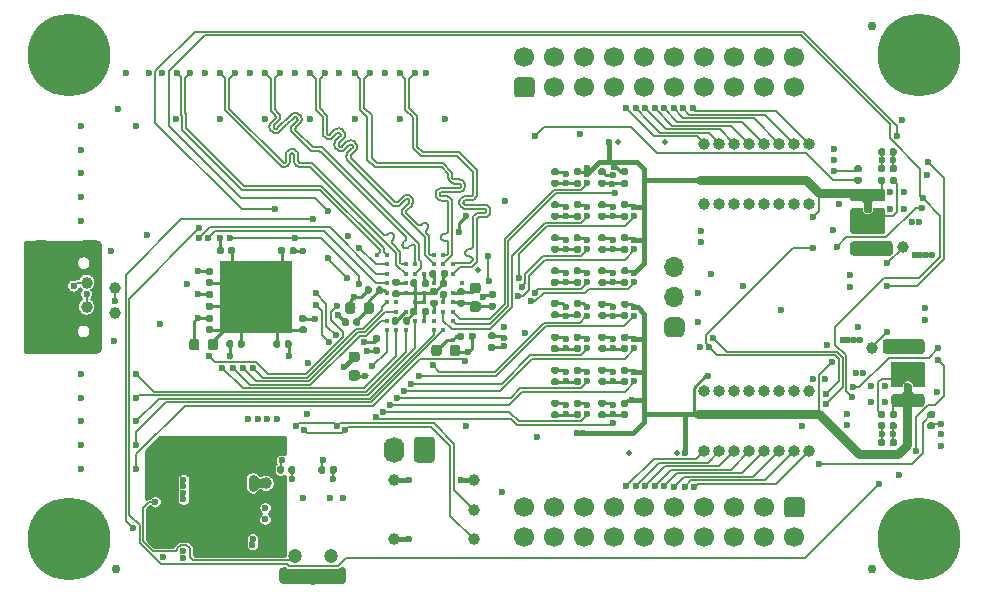
<source format=gbl>
G04 #@! TF.GenerationSoftware,KiCad,Pcbnew,5.1.8*
G04 #@! TF.CreationDate,2020-12-26T16:11:21-08:00*
G04 #@! TF.ProjectId,glasgow,676c6173-676f-4772-9e6b-696361645f70,C2*
G04 #@! TF.SameCoordinates,Original*
G04 #@! TF.FileFunction,Copper,L4,Bot*
G04 #@! TF.FilePolarity,Positive*
%FSLAX46Y46*%
G04 Gerber Fmt 4.6, Leading zero omitted, Abs format (unit mm)*
G04 Created by KiCad (PCBNEW 5.1.8) date 2020-12-26 16:11:21*
%MOMM*%
%LPD*%
G01*
G04 APERTURE LIST*
G04 #@! TA.AperFunction,ComponentPad*
%ADD10C,1.200000*%
G04 #@! TD*
G04 #@! TA.AperFunction,ComponentPad*
%ADD11O,1.600000X1.000000*%
G04 #@! TD*
G04 #@! TA.AperFunction,ComponentPad*
%ADD12O,2.100000X1.000000*%
G04 #@! TD*
G04 #@! TA.AperFunction,ComponentPad*
%ADD13C,1.700000*%
G04 #@! TD*
G04 #@! TA.AperFunction,ComponentPad*
%ADD14C,1.000000*%
G04 #@! TD*
G04 #@! TA.AperFunction,ComponentPad*
%ADD15O,1.000000X1.000000*%
G04 #@! TD*
G04 #@! TA.AperFunction,ComponentPad*
%ADD16O,1.700000X1.700000*%
G04 #@! TD*
G04 #@! TA.AperFunction,SMDPad,CuDef*
%ADD17C,0.750000*%
G04 #@! TD*
G04 #@! TA.AperFunction,ComponentPad*
%ADD18O,1.740000X2.200000*%
G04 #@! TD*
G04 #@! TA.AperFunction,ComponentPad*
%ADD19C,7.000000*%
G04 #@! TD*
G04 #@! TA.AperFunction,ComponentPad*
%ADD20C,0.800000*%
G04 #@! TD*
G04 #@! TA.AperFunction,ComponentPad*
%ADD21C,0.500000*%
G04 #@! TD*
G04 #@! TA.AperFunction,SMDPad,CuDef*
%ADD22C,1.000000*%
G04 #@! TD*
G04 #@! TA.AperFunction,ComponentPad*
%ADD23C,0.600000*%
G04 #@! TD*
G04 #@! TA.AperFunction,SMDPad,CuDef*
%ADD24R,6.100000X6.100000*%
G04 #@! TD*
G04 #@! TA.AperFunction,ViaPad*
%ADD25C,0.400000*%
G04 #@! TD*
G04 #@! TA.AperFunction,ViaPad*
%ADD26C,0.600000*%
G04 #@! TD*
G04 #@! TA.AperFunction,ViaPad*
%ADD27C,0.500000*%
G04 #@! TD*
G04 #@! TA.AperFunction,Conductor*
%ADD28C,0.150000*%
G04 #@! TD*
G04 #@! TA.AperFunction,Conductor*
%ADD29C,0.250000*%
G04 #@! TD*
G04 #@! TA.AperFunction,Conductor*
%ADD30C,0.450000*%
G04 #@! TD*
G04 #@! TA.AperFunction,Conductor*
%ADD31C,0.190000*%
G04 #@! TD*
G04 #@! TA.AperFunction,Conductor*
%ADD32C,0.750000*%
G04 #@! TD*
G04 #@! TA.AperFunction,Conductor*
%ADD33C,0.254000*%
G04 #@! TD*
G04 #@! TA.AperFunction,Conductor*
%ADD34C,0.100000*%
G04 #@! TD*
G04 #@! TA.AperFunction,Conductor*
%ADD35C,0.200000*%
G04 #@! TD*
G04 #@! TA.AperFunction,Conductor*
%ADD36C,0.025600*%
G04 #@! TD*
G04 APERTURE END LIST*
D10*
X74650000Y-119230000D03*
X76150000Y-117380000D03*
X73150000Y-117380000D03*
D11*
X51600000Y-99820000D03*
X51600000Y-91180000D03*
D12*
X55780000Y-91180000D03*
X55780000Y-99820000D03*
G04 #@! TA.AperFunction,ComponentPad*
G36*
G01*
X93170000Y-78570000D02*
X91970000Y-78570000D01*
G75*
G02*
X91720000Y-78320000I0J250000D01*
G01*
X91720000Y-77120000D01*
G75*
G02*
X91970000Y-76870000I250000J0D01*
G01*
X93170000Y-76870000D01*
G75*
G02*
X93420000Y-77120000I0J-250000D01*
G01*
X93420000Y-78320000D01*
G75*
G02*
X93170000Y-78570000I-250000J0D01*
G01*
G37*
G04 #@! TD.AperFunction*
D13*
X95110000Y-77720000D03*
X97650000Y-77720000D03*
X100190000Y-77720000D03*
X102730000Y-77720000D03*
X105270000Y-77720000D03*
X107810000Y-77720000D03*
X110350000Y-77720000D03*
X112890000Y-77720000D03*
X115430000Y-77720000D03*
X92570000Y-75180000D03*
X95110000Y-75180000D03*
X97650000Y-75180000D03*
X100190000Y-75180000D03*
X102730000Y-75180000D03*
X105270000Y-75180000D03*
X107810000Y-75180000D03*
X110350000Y-75180000D03*
X112890000Y-75180000D03*
X115430000Y-75180000D03*
G04 #@! TA.AperFunction,ComponentPad*
G36*
G01*
X114830000Y-112430000D02*
X116030000Y-112430000D01*
G75*
G02*
X116280000Y-112680000I0J-250000D01*
G01*
X116280000Y-113880000D01*
G75*
G02*
X116030000Y-114130000I-250000J0D01*
G01*
X114830000Y-114130000D01*
G75*
G02*
X114580000Y-113880000I0J250000D01*
G01*
X114580000Y-112680000D01*
G75*
G02*
X114830000Y-112430000I250000J0D01*
G01*
G37*
G04 #@! TD.AperFunction*
X112890000Y-113280000D03*
X110350000Y-113280000D03*
X107810000Y-113280000D03*
X105270000Y-113280000D03*
X102730000Y-113280000D03*
X100190000Y-113280000D03*
X97650000Y-113280000D03*
X95110000Y-113280000D03*
X92570000Y-113280000D03*
X115430000Y-115820000D03*
X112890000Y-115820000D03*
X110350000Y-115820000D03*
X107810000Y-115820000D03*
X105270000Y-115820000D03*
X102730000Y-115820000D03*
X100190000Y-115820000D03*
X97650000Y-115820000D03*
X95110000Y-115820000D03*
X92570000Y-115820000D03*
D14*
X107800000Y-87600000D03*
D15*
X109070000Y-87600000D03*
X110340000Y-87600000D03*
X111610000Y-87600000D03*
X112880000Y-87600000D03*
X114150000Y-87600000D03*
X115420000Y-87600000D03*
X116690000Y-87600000D03*
D14*
X107800000Y-82500000D03*
D15*
X109070000Y-82500000D03*
X110340000Y-82500000D03*
X111610000Y-82500000D03*
X112880000Y-82500000D03*
X114150000Y-82500000D03*
X115420000Y-82500000D03*
X116690000Y-82500000D03*
D14*
X116700000Y-103420000D03*
D15*
X115430000Y-103420000D03*
X114160000Y-103420000D03*
X112890000Y-103420000D03*
X111620000Y-103420000D03*
X110350000Y-103420000D03*
X109080000Y-103420000D03*
X107810000Y-103420000D03*
D14*
X116700000Y-108500000D03*
D15*
X115430000Y-108500000D03*
X114160000Y-108500000D03*
X112890000Y-108500000D03*
X111620000Y-108500000D03*
X110350000Y-108500000D03*
X109080000Y-108500000D03*
X107810000Y-108500000D03*
G04 #@! TA.AperFunction,ComponentPad*
G36*
G01*
X106120000Y-97615000D02*
X106120000Y-98465000D01*
G75*
G02*
X105695000Y-98890000I-425000J0D01*
G01*
X104845000Y-98890000D01*
G75*
G02*
X104420000Y-98465000I0J425000D01*
G01*
X104420000Y-97615000D01*
G75*
G02*
X104845000Y-97190000I425000J0D01*
G01*
X105695000Y-97190000D01*
G75*
G02*
X106120000Y-97615000I0J-425000D01*
G01*
G37*
G04 #@! TD.AperFunction*
D16*
X105270000Y-95500000D03*
X105270000Y-92960000D03*
D17*
X122000000Y-118500000D03*
X122000000Y-72500000D03*
X58000000Y-118500000D03*
G04 #@! TA.AperFunction,ComponentPad*
G36*
G01*
X84970000Y-107549999D02*
X84970000Y-109250001D01*
G75*
G02*
X84720001Y-109500000I-249999J0D01*
G01*
X83479999Y-109500000D01*
G75*
G02*
X83230000Y-109250001I0J249999D01*
G01*
X83230000Y-107549999D01*
G75*
G02*
X83479999Y-107300000I249999J0D01*
G01*
X84720001Y-107300000D01*
G75*
G02*
X84970000Y-107549999I0J-249999D01*
G01*
G37*
G04 #@! TD.AperFunction*
D18*
X81560000Y-108400000D03*
G04 #@! TA.AperFunction,SMDPad,CuDef*
G36*
G01*
X120906250Y-88825000D02*
X120393750Y-88825000D01*
G75*
G02*
X120175000Y-88606250I0J218750D01*
G01*
X120175000Y-88168750D01*
G75*
G02*
X120393750Y-87950000I218750J0D01*
G01*
X120906250Y-87950000D01*
G75*
G02*
X121125000Y-88168750I0J-218750D01*
G01*
X121125000Y-88606250D01*
G75*
G02*
X120906250Y-88825000I-218750J0D01*
G01*
G37*
G04 #@! TD.AperFunction*
G04 #@! TA.AperFunction,SMDPad,CuDef*
G36*
G01*
X120906250Y-87250000D02*
X120393750Y-87250000D01*
G75*
G02*
X120175000Y-87031250I0J218750D01*
G01*
X120175000Y-86593750D01*
G75*
G02*
X120393750Y-86375000I218750J0D01*
G01*
X120906250Y-86375000D01*
G75*
G02*
X121125000Y-86593750I0J-218750D01*
G01*
X121125000Y-87031250D01*
G75*
G02*
X120906250Y-87250000I-218750J0D01*
G01*
G37*
G04 #@! TD.AperFunction*
G04 #@! TA.AperFunction,SMDPad,CuDef*
G36*
G01*
X125693750Y-102175000D02*
X126206250Y-102175000D01*
G75*
G02*
X126425000Y-102393750I0J-218750D01*
G01*
X126425000Y-102831250D01*
G75*
G02*
X126206250Y-103050000I-218750J0D01*
G01*
X125693750Y-103050000D01*
G75*
G02*
X125475000Y-102831250I0J218750D01*
G01*
X125475000Y-102393750D01*
G75*
G02*
X125693750Y-102175000I218750J0D01*
G01*
G37*
G04 #@! TD.AperFunction*
G04 #@! TA.AperFunction,SMDPad,CuDef*
G36*
G01*
X125693750Y-103750000D02*
X126206250Y-103750000D01*
G75*
G02*
X126425000Y-103968750I0J-218750D01*
G01*
X126425000Y-104406250D01*
G75*
G02*
X126206250Y-104625000I-218750J0D01*
G01*
X125693750Y-104625000D01*
G75*
G02*
X125475000Y-104406250I0J218750D01*
G01*
X125475000Y-103968750D01*
G75*
G02*
X125693750Y-103750000I218750J0D01*
G01*
G37*
G04 #@! TD.AperFunction*
G04 #@! TA.AperFunction,SMDPad,CuDef*
G36*
G01*
X120906250Y-91625000D02*
X120393750Y-91625000D01*
G75*
G02*
X120175000Y-91406250I0J218750D01*
G01*
X120175000Y-90968750D01*
G75*
G02*
X120393750Y-90750000I218750J0D01*
G01*
X120906250Y-90750000D01*
G75*
G02*
X121125000Y-90968750I0J-218750D01*
G01*
X121125000Y-91406250D01*
G75*
G02*
X120906250Y-91625000I-218750J0D01*
G01*
G37*
G04 #@! TD.AperFunction*
G04 #@! TA.AperFunction,SMDPad,CuDef*
G36*
G01*
X120906250Y-90050000D02*
X120393750Y-90050000D01*
G75*
G02*
X120175000Y-89831250I0J218750D01*
G01*
X120175000Y-89393750D01*
G75*
G02*
X120393750Y-89175000I218750J0D01*
G01*
X120906250Y-89175000D01*
G75*
G02*
X121125000Y-89393750I0J-218750D01*
G01*
X121125000Y-89831250D01*
G75*
G02*
X120906250Y-90050000I-218750J0D01*
G01*
G37*
G04 #@! TD.AperFunction*
G04 #@! TA.AperFunction,SMDPad,CuDef*
G36*
G01*
X125693750Y-99375000D02*
X126206250Y-99375000D01*
G75*
G02*
X126425000Y-99593750I0J-218750D01*
G01*
X126425000Y-100031250D01*
G75*
G02*
X126206250Y-100250000I-218750J0D01*
G01*
X125693750Y-100250000D01*
G75*
G02*
X125475000Y-100031250I0J218750D01*
G01*
X125475000Y-99593750D01*
G75*
G02*
X125693750Y-99375000I218750J0D01*
G01*
G37*
G04 #@! TD.AperFunction*
G04 #@! TA.AperFunction,SMDPad,CuDef*
G36*
G01*
X125693750Y-100950000D02*
X126206250Y-100950000D01*
G75*
G02*
X126425000Y-101168750I0J-218750D01*
G01*
X126425000Y-101606250D01*
G75*
G02*
X126206250Y-101825000I-218750J0D01*
G01*
X125693750Y-101825000D01*
G75*
G02*
X125475000Y-101606250I0J218750D01*
G01*
X125475000Y-101168750D01*
G75*
G02*
X125693750Y-100950000I218750J0D01*
G01*
G37*
G04 #@! TD.AperFunction*
G04 #@! TA.AperFunction,SMDPad,CuDef*
G36*
G01*
X123793750Y-103750000D02*
X124306250Y-103750000D01*
G75*
G02*
X124525000Y-103968750I0J-218750D01*
G01*
X124525000Y-104406250D01*
G75*
G02*
X124306250Y-104625000I-218750J0D01*
G01*
X123793750Y-104625000D01*
G75*
G02*
X123575000Y-104406250I0J218750D01*
G01*
X123575000Y-103968750D01*
G75*
G02*
X123793750Y-103750000I218750J0D01*
G01*
G37*
G04 #@! TD.AperFunction*
G04 #@! TA.AperFunction,SMDPad,CuDef*
G36*
G01*
X123793750Y-102175000D02*
X124306250Y-102175000D01*
G75*
G02*
X124525000Y-102393750I0J-218750D01*
G01*
X124525000Y-102831250D01*
G75*
G02*
X124306250Y-103050000I-218750J0D01*
G01*
X123793750Y-103050000D01*
G75*
G02*
X123575000Y-102831250I0J218750D01*
G01*
X123575000Y-102393750D01*
G75*
G02*
X123793750Y-102175000I218750J0D01*
G01*
G37*
G04 #@! TD.AperFunction*
G04 #@! TA.AperFunction,SMDPad,CuDef*
G36*
G01*
X122806250Y-87250000D02*
X122293750Y-87250000D01*
G75*
G02*
X122075000Y-87031250I0J218750D01*
G01*
X122075000Y-86593750D01*
G75*
G02*
X122293750Y-86375000I218750J0D01*
G01*
X122806250Y-86375000D01*
G75*
G02*
X123025000Y-86593750I0J-218750D01*
G01*
X123025000Y-87031250D01*
G75*
G02*
X122806250Y-87250000I-218750J0D01*
G01*
G37*
G04 #@! TD.AperFunction*
G04 #@! TA.AperFunction,SMDPad,CuDef*
G36*
G01*
X122806250Y-88825000D02*
X122293750Y-88825000D01*
G75*
G02*
X122075000Y-88606250I0J218750D01*
G01*
X122075000Y-88168750D01*
G75*
G02*
X122293750Y-87950000I218750J0D01*
G01*
X122806250Y-87950000D01*
G75*
G02*
X123025000Y-88168750I0J-218750D01*
G01*
X123025000Y-88606250D01*
G75*
G02*
X122806250Y-88825000I-218750J0D01*
G01*
G37*
G04 #@! TD.AperFunction*
G04 #@! TA.AperFunction,SMDPad,CuDef*
G36*
G01*
X123793750Y-100950000D02*
X124306250Y-100950000D01*
G75*
G02*
X124525000Y-101168750I0J-218750D01*
G01*
X124525000Y-101606250D01*
G75*
G02*
X124306250Y-101825000I-218750J0D01*
G01*
X123793750Y-101825000D01*
G75*
G02*
X123575000Y-101606250I0J218750D01*
G01*
X123575000Y-101168750D01*
G75*
G02*
X123793750Y-100950000I218750J0D01*
G01*
G37*
G04 #@! TD.AperFunction*
G04 #@! TA.AperFunction,SMDPad,CuDef*
G36*
G01*
X123793750Y-99375000D02*
X124306250Y-99375000D01*
G75*
G02*
X124525000Y-99593750I0J-218750D01*
G01*
X124525000Y-100031250D01*
G75*
G02*
X124306250Y-100250000I-218750J0D01*
G01*
X123793750Y-100250000D01*
G75*
G02*
X123575000Y-100031250I0J218750D01*
G01*
X123575000Y-99593750D01*
G75*
G02*
X123793750Y-99375000I218750J0D01*
G01*
G37*
G04 #@! TD.AperFunction*
G04 #@! TA.AperFunction,SMDPad,CuDef*
G36*
G01*
X122806250Y-90050000D02*
X122293750Y-90050000D01*
G75*
G02*
X122075000Y-89831250I0J218750D01*
G01*
X122075000Y-89393750D01*
G75*
G02*
X122293750Y-89175000I218750J0D01*
G01*
X122806250Y-89175000D01*
G75*
G02*
X123025000Y-89393750I0J-218750D01*
G01*
X123025000Y-89831250D01*
G75*
G02*
X122806250Y-90050000I-218750J0D01*
G01*
G37*
G04 #@! TD.AperFunction*
G04 #@! TA.AperFunction,SMDPad,CuDef*
G36*
G01*
X122806250Y-91625000D02*
X122293750Y-91625000D01*
G75*
G02*
X122075000Y-91406250I0J218750D01*
G01*
X122075000Y-90968750D01*
G75*
G02*
X122293750Y-90750000I218750J0D01*
G01*
X122806250Y-90750000D01*
G75*
G02*
X123025000Y-90968750I0J-218750D01*
G01*
X123025000Y-91406250D01*
G75*
G02*
X122806250Y-91625000I-218750J0D01*
G01*
G37*
G04 #@! TD.AperFunction*
G04 #@! TA.AperFunction,SMDPad,CuDef*
G36*
G01*
X120627500Y-85290000D02*
X120972500Y-85290000D01*
G75*
G02*
X121120000Y-85437500I0J-147500D01*
G01*
X121120000Y-85732500D01*
G75*
G02*
X120972500Y-85880000I-147500J0D01*
G01*
X120627500Y-85880000D01*
G75*
G02*
X120480000Y-85732500I0J147500D01*
G01*
X120480000Y-85437500D01*
G75*
G02*
X120627500Y-85290000I147500J0D01*
G01*
G37*
G04 #@! TD.AperFunction*
G04 #@! TA.AperFunction,SMDPad,CuDef*
G36*
G01*
X120627500Y-84320000D02*
X120972500Y-84320000D01*
G75*
G02*
X121120000Y-84467500I0J-147500D01*
G01*
X121120000Y-84762500D01*
G75*
G02*
X120972500Y-84910000I-147500J0D01*
G01*
X120627500Y-84910000D01*
G75*
G02*
X120480000Y-84762500I0J147500D01*
G01*
X120480000Y-84467500D01*
G75*
G02*
X120627500Y-84320000I147500J0D01*
G01*
G37*
G04 #@! TD.AperFunction*
G04 #@! TA.AperFunction,SMDPad,CuDef*
G36*
G01*
X127172500Y-105710000D02*
X126827500Y-105710000D01*
G75*
G02*
X126680000Y-105562500I0J147500D01*
G01*
X126680000Y-105267500D01*
G75*
G02*
X126827500Y-105120000I147500J0D01*
G01*
X127172500Y-105120000D01*
G75*
G02*
X127320000Y-105267500I0J-147500D01*
G01*
X127320000Y-105562500D01*
G75*
G02*
X127172500Y-105710000I-147500J0D01*
G01*
G37*
G04 #@! TD.AperFunction*
G04 #@! TA.AperFunction,SMDPad,CuDef*
G36*
G01*
X127172500Y-106680000D02*
X126827500Y-106680000D01*
G75*
G02*
X126680000Y-106532500I0J147500D01*
G01*
X126680000Y-106237500D01*
G75*
G02*
X126827500Y-106090000I147500J0D01*
G01*
X127172500Y-106090000D01*
G75*
G02*
X127320000Y-106237500I0J-147500D01*
G01*
X127320000Y-106532500D01*
G75*
G02*
X127172500Y-106680000I-147500J0D01*
G01*
G37*
G04 #@! TD.AperFunction*
G04 #@! TA.AperFunction,SMDPad,CuDef*
G36*
G01*
X88656250Y-95150000D02*
X88143750Y-95150000D01*
G75*
G02*
X87925000Y-94931250I0J218750D01*
G01*
X87925000Y-94493750D01*
G75*
G02*
X88143750Y-94275000I218750J0D01*
G01*
X88656250Y-94275000D01*
G75*
G02*
X88875000Y-94493750I0J-218750D01*
G01*
X88875000Y-94931250D01*
G75*
G02*
X88656250Y-95150000I-218750J0D01*
G01*
G37*
G04 #@! TD.AperFunction*
G04 #@! TA.AperFunction,SMDPad,CuDef*
G36*
G01*
X88656250Y-96725000D02*
X88143750Y-96725000D01*
G75*
G02*
X87925000Y-96506250I0J218750D01*
G01*
X87925000Y-96068750D01*
G75*
G02*
X88143750Y-95850000I218750J0D01*
G01*
X88656250Y-95850000D01*
G75*
G02*
X88875000Y-96068750I0J-218750D01*
G01*
X88875000Y-96506250D01*
G75*
G02*
X88656250Y-96725000I-218750J0D01*
G01*
G37*
G04 #@! TD.AperFunction*
G04 #@! TA.AperFunction,SMDPad,CuDef*
G36*
G01*
X78250000Y-96143750D02*
X78250000Y-96656250D01*
G75*
G02*
X78031250Y-96875000I-218750J0D01*
G01*
X77593750Y-96875000D01*
G75*
G02*
X77375000Y-96656250I0J218750D01*
G01*
X77375000Y-96143750D01*
G75*
G02*
X77593750Y-95925000I218750J0D01*
G01*
X78031250Y-95925000D01*
G75*
G02*
X78250000Y-96143750I0J-218750D01*
G01*
G37*
G04 #@! TD.AperFunction*
G04 #@! TA.AperFunction,SMDPad,CuDef*
G36*
G01*
X79825000Y-96143750D02*
X79825000Y-96656250D01*
G75*
G02*
X79606250Y-96875000I-218750J0D01*
G01*
X79168750Y-96875000D01*
G75*
G02*
X78950000Y-96656250I0J218750D01*
G01*
X78950000Y-96143750D01*
G75*
G02*
X79168750Y-95925000I218750J0D01*
G01*
X79606250Y-95925000D01*
G75*
G02*
X79825000Y-96143750I0J-218750D01*
G01*
G37*
G04 #@! TD.AperFunction*
G04 #@! TA.AperFunction,SMDPad,CuDef*
G36*
G01*
X86250000Y-100256250D02*
X86250000Y-99743750D01*
G75*
G02*
X86468750Y-99525000I218750J0D01*
G01*
X86906250Y-99525000D01*
G75*
G02*
X87125000Y-99743750I0J-218750D01*
G01*
X87125000Y-100256250D01*
G75*
G02*
X86906250Y-100475000I-218750J0D01*
G01*
X86468750Y-100475000D01*
G75*
G02*
X86250000Y-100256250I0J218750D01*
G01*
G37*
G04 #@! TD.AperFunction*
G04 #@! TA.AperFunction,SMDPad,CuDef*
G36*
G01*
X84675000Y-100256250D02*
X84675000Y-99743750D01*
G75*
G02*
X84893750Y-99525000I218750J0D01*
G01*
X85331250Y-99525000D01*
G75*
G02*
X85550000Y-99743750I0J-218750D01*
G01*
X85550000Y-100256250D01*
G75*
G02*
X85331250Y-100475000I-218750J0D01*
G01*
X84893750Y-100475000D01*
G75*
G02*
X84675000Y-100256250I0J218750D01*
G01*
G37*
G04 #@! TD.AperFunction*
G04 #@! TA.AperFunction,SMDPad,CuDef*
G36*
G01*
X77893750Y-101675000D02*
X78406250Y-101675000D01*
G75*
G02*
X78625000Y-101893750I0J-218750D01*
G01*
X78625000Y-102331250D01*
G75*
G02*
X78406250Y-102550000I-218750J0D01*
G01*
X77893750Y-102550000D01*
G75*
G02*
X77675000Y-102331250I0J218750D01*
G01*
X77675000Y-101893750D01*
G75*
G02*
X77893750Y-101675000I218750J0D01*
G01*
G37*
G04 #@! TD.AperFunction*
G04 #@! TA.AperFunction,SMDPad,CuDef*
G36*
G01*
X77893750Y-100100000D02*
X78406250Y-100100000D01*
G75*
G02*
X78625000Y-100318750I0J-218750D01*
G01*
X78625000Y-100756250D01*
G75*
G02*
X78406250Y-100975000I-218750J0D01*
G01*
X77893750Y-100975000D01*
G75*
G02*
X77675000Y-100756250I0J218750D01*
G01*
X77675000Y-100318750D01*
G75*
G02*
X77893750Y-100100000I218750J0D01*
G01*
G37*
G04 #@! TD.AperFunction*
G04 #@! TA.AperFunction,SMDPad,CuDef*
G36*
G01*
X65750000Y-99756250D02*
X65750000Y-99243750D01*
G75*
G02*
X65968750Y-99025000I218750J0D01*
G01*
X66406250Y-99025000D01*
G75*
G02*
X66625000Y-99243750I0J-218750D01*
G01*
X66625000Y-99756250D01*
G75*
G02*
X66406250Y-99975000I-218750J0D01*
G01*
X65968750Y-99975000D01*
G75*
G02*
X65750000Y-99756250I0J218750D01*
G01*
G37*
G04 #@! TD.AperFunction*
G04 #@! TA.AperFunction,SMDPad,CuDef*
G36*
G01*
X64175000Y-99756250D02*
X64175000Y-99243750D01*
G75*
G02*
X64393750Y-99025000I218750J0D01*
G01*
X64831250Y-99025000D01*
G75*
G02*
X65050000Y-99243750I0J-218750D01*
G01*
X65050000Y-99756250D01*
G75*
G02*
X64831250Y-99975000I-218750J0D01*
G01*
X64393750Y-99975000D01*
G75*
G02*
X64175000Y-99756250I0J218750D01*
G01*
G37*
G04 #@! TD.AperFunction*
D19*
X126000000Y-75000000D03*
D20*
X128625000Y-75000000D03*
X127856155Y-76856155D03*
X126000000Y-77625000D03*
X124143845Y-76856155D03*
X123375000Y-75000000D03*
X124143845Y-73143845D03*
X126000000Y-72375000D03*
X127856155Y-73143845D03*
G04 #@! TA.AperFunction,SMDPad,CuDef*
G36*
G01*
X122972500Y-84910000D02*
X122627500Y-84910000D01*
G75*
G02*
X122480000Y-84762500I0J147500D01*
G01*
X122480000Y-84467500D01*
G75*
G02*
X122627500Y-84320000I147500J0D01*
G01*
X122972500Y-84320000D01*
G75*
G02*
X123120000Y-84467500I0J-147500D01*
G01*
X123120000Y-84762500D01*
G75*
G02*
X122972500Y-84910000I-147500J0D01*
G01*
G37*
G04 #@! TD.AperFunction*
G04 #@! TA.AperFunction,SMDPad,CuDef*
G36*
G01*
X122972500Y-85880000D02*
X122627500Y-85880000D01*
G75*
G02*
X122480000Y-85732500I0J147500D01*
G01*
X122480000Y-85437500D01*
G75*
G02*
X122627500Y-85290000I147500J0D01*
G01*
X122972500Y-85290000D01*
G75*
G02*
X123120000Y-85437500I0J-147500D01*
G01*
X123120000Y-85732500D01*
G75*
G02*
X122972500Y-85880000I-147500J0D01*
G01*
G37*
G04 #@! TD.AperFunction*
G04 #@! TA.AperFunction,SMDPad,CuDef*
G36*
G01*
X123972500Y-84910000D02*
X123627500Y-84910000D01*
G75*
G02*
X123480000Y-84762500I0J147500D01*
G01*
X123480000Y-84467500D01*
G75*
G02*
X123627500Y-84320000I147500J0D01*
G01*
X123972500Y-84320000D01*
G75*
G02*
X124120000Y-84467500I0J-147500D01*
G01*
X124120000Y-84762500D01*
G75*
G02*
X123972500Y-84910000I-147500J0D01*
G01*
G37*
G04 #@! TD.AperFunction*
G04 #@! TA.AperFunction,SMDPad,CuDef*
G36*
G01*
X123972500Y-85880000D02*
X123627500Y-85880000D01*
G75*
G02*
X123480000Y-85732500I0J147500D01*
G01*
X123480000Y-85437500D01*
G75*
G02*
X123627500Y-85290000I147500J0D01*
G01*
X123972500Y-85290000D01*
G75*
G02*
X124120000Y-85437500I0J-147500D01*
G01*
X124120000Y-85732500D01*
G75*
G02*
X123972500Y-85880000I-147500J0D01*
G01*
G37*
G04 #@! TD.AperFunction*
G04 #@! TA.AperFunction,SMDPad,CuDef*
G36*
G01*
X123627500Y-106090000D02*
X123972500Y-106090000D01*
G75*
G02*
X124120000Y-106237500I0J-147500D01*
G01*
X124120000Y-106532500D01*
G75*
G02*
X123972500Y-106680000I-147500J0D01*
G01*
X123627500Y-106680000D01*
G75*
G02*
X123480000Y-106532500I0J147500D01*
G01*
X123480000Y-106237500D01*
G75*
G02*
X123627500Y-106090000I147500J0D01*
G01*
G37*
G04 #@! TD.AperFunction*
G04 #@! TA.AperFunction,SMDPad,CuDef*
G36*
G01*
X123627500Y-105120000D02*
X123972500Y-105120000D01*
G75*
G02*
X124120000Y-105267500I0J-147500D01*
G01*
X124120000Y-105562500D01*
G75*
G02*
X123972500Y-105710000I-147500J0D01*
G01*
X123627500Y-105710000D01*
G75*
G02*
X123480000Y-105562500I0J147500D01*
G01*
X123480000Y-105267500D01*
G75*
G02*
X123627500Y-105120000I147500J0D01*
G01*
G37*
G04 #@! TD.AperFunction*
G04 #@! TA.AperFunction,SMDPad,CuDef*
G36*
G01*
X122627500Y-106090000D02*
X122972500Y-106090000D01*
G75*
G02*
X123120000Y-106237500I0J-147500D01*
G01*
X123120000Y-106532500D01*
G75*
G02*
X122972500Y-106680000I-147500J0D01*
G01*
X122627500Y-106680000D01*
G75*
G02*
X122480000Y-106532500I0J147500D01*
G01*
X122480000Y-106237500D01*
G75*
G02*
X122627500Y-106090000I147500J0D01*
G01*
G37*
G04 #@! TD.AperFunction*
G04 #@! TA.AperFunction,SMDPad,CuDef*
G36*
G01*
X122627500Y-105120000D02*
X122972500Y-105120000D01*
G75*
G02*
X123120000Y-105267500I0J-147500D01*
G01*
X123120000Y-105562500D01*
G75*
G02*
X122972500Y-105710000I-147500J0D01*
G01*
X122627500Y-105710000D01*
G75*
G02*
X122480000Y-105562500I0J147500D01*
G01*
X122480000Y-105267500D01*
G75*
G02*
X122627500Y-105120000I147500J0D01*
G01*
G37*
G04 #@! TD.AperFunction*
G04 #@! TA.AperFunction,SMDPad,CuDef*
G36*
G01*
X123490000Y-83372500D02*
X123490000Y-83027500D01*
G75*
G02*
X123637500Y-82880000I147500J0D01*
G01*
X123932500Y-82880000D01*
G75*
G02*
X124080000Y-83027500I0J-147500D01*
G01*
X124080000Y-83372500D01*
G75*
G02*
X123932500Y-83520000I-147500J0D01*
G01*
X123637500Y-83520000D01*
G75*
G02*
X123490000Y-83372500I0J147500D01*
G01*
G37*
G04 #@! TD.AperFunction*
G04 #@! TA.AperFunction,SMDPad,CuDef*
G36*
G01*
X122520000Y-83372500D02*
X122520000Y-83027500D01*
G75*
G02*
X122667500Y-82880000I147500J0D01*
G01*
X122962500Y-82880000D01*
G75*
G02*
X123110000Y-83027500I0J-147500D01*
G01*
X123110000Y-83372500D01*
G75*
G02*
X122962500Y-83520000I-147500J0D01*
G01*
X122667500Y-83520000D01*
G75*
G02*
X122520000Y-83372500I0J147500D01*
G01*
G37*
G04 #@! TD.AperFunction*
G04 #@! TA.AperFunction,SMDPad,CuDef*
G36*
G01*
X123110000Y-107627500D02*
X123110000Y-107972500D01*
G75*
G02*
X122962500Y-108120000I-147500J0D01*
G01*
X122667500Y-108120000D01*
G75*
G02*
X122520000Y-107972500I0J147500D01*
G01*
X122520000Y-107627500D01*
G75*
G02*
X122667500Y-107480000I147500J0D01*
G01*
X122962500Y-107480000D01*
G75*
G02*
X123110000Y-107627500I0J-147500D01*
G01*
G37*
G04 #@! TD.AperFunction*
G04 #@! TA.AperFunction,SMDPad,CuDef*
G36*
G01*
X124080000Y-107627500D02*
X124080000Y-107972500D01*
G75*
G02*
X123932500Y-108120000I-147500J0D01*
G01*
X123637500Y-108120000D01*
G75*
G02*
X123490000Y-107972500I0J147500D01*
G01*
X123490000Y-107627500D01*
G75*
G02*
X123637500Y-107480000I147500J0D01*
G01*
X123932500Y-107480000D01*
G75*
G02*
X124080000Y-107627500I0J-147500D01*
G01*
G37*
G04 #@! TD.AperFunction*
D21*
X65900000Y-110450000D03*
X65900000Y-109350000D03*
G04 #@! TA.AperFunction,SMDPad,CuDef*
G36*
G01*
X66400000Y-109150000D02*
X66400000Y-110650000D01*
G75*
G02*
X66350000Y-110700000I-50000J0D01*
G01*
X65450000Y-110700000D01*
G75*
G02*
X65400000Y-110650000I0J50000D01*
G01*
X65400000Y-109150000D01*
G75*
G02*
X65450000Y-109100000I50000J0D01*
G01*
X66350000Y-109100000D01*
G75*
G02*
X66400000Y-109150000I0J-50000D01*
G01*
G37*
G04 #@! TD.AperFunction*
X65900000Y-115550000D03*
X65900000Y-114450000D03*
G04 #@! TA.AperFunction,SMDPad,CuDef*
G36*
G01*
X66400000Y-114250000D02*
X66400000Y-115750000D01*
G75*
G02*
X66350000Y-115800000I-50000J0D01*
G01*
X65450000Y-115800000D01*
G75*
G02*
X65400000Y-115750000I0J50000D01*
G01*
X65400000Y-114250000D01*
G75*
G02*
X65450000Y-114200000I50000J0D01*
G01*
X66350000Y-114200000D01*
G75*
G02*
X66400000Y-114250000I0J-50000D01*
G01*
G37*
G04 #@! TD.AperFunction*
D22*
X57900000Y-94700000D03*
X124600000Y-91200000D03*
X122000000Y-99800000D03*
X70650000Y-111200000D03*
X55500000Y-96300000D03*
X57900000Y-96800000D03*
X55500000Y-94250000D03*
X81500000Y-116000000D03*
X81500000Y-111000000D03*
X88300000Y-116000000D03*
X88300000Y-113500000D03*
X88300000Y-111000000D03*
G04 #@! TA.AperFunction,SMDPad,CuDef*
G36*
G01*
X89627500Y-99440000D02*
X89972500Y-99440000D01*
G75*
G02*
X90120000Y-99587500I0J-147500D01*
G01*
X90120000Y-99882500D01*
G75*
G02*
X89972500Y-100030000I-147500J0D01*
G01*
X89627500Y-100030000D01*
G75*
G02*
X89480000Y-99882500I0J147500D01*
G01*
X89480000Y-99587500D01*
G75*
G02*
X89627500Y-99440000I147500J0D01*
G01*
G37*
G04 #@! TD.AperFunction*
G04 #@! TA.AperFunction,SMDPad,CuDef*
G36*
G01*
X89627500Y-98470000D02*
X89972500Y-98470000D01*
G75*
G02*
X90120000Y-98617500I0J-147500D01*
G01*
X90120000Y-98912500D01*
G75*
G02*
X89972500Y-99060000I-147500J0D01*
G01*
X89627500Y-99060000D01*
G75*
G02*
X89480000Y-98912500I0J147500D01*
G01*
X89480000Y-98617500D01*
G75*
G02*
X89627500Y-98470000I147500J0D01*
G01*
G37*
G04 #@! TD.AperFunction*
G04 #@! TA.AperFunction,SMDPad,CuDef*
G36*
G01*
X96877500Y-93940000D02*
X97222500Y-93940000D01*
G75*
G02*
X97370000Y-94087500I0J-147500D01*
G01*
X97370000Y-94382500D01*
G75*
G02*
X97222500Y-94530000I-147500J0D01*
G01*
X96877500Y-94530000D01*
G75*
G02*
X96730000Y-94382500I0J147500D01*
G01*
X96730000Y-94087500D01*
G75*
G02*
X96877500Y-93940000I147500J0D01*
G01*
G37*
G04 #@! TD.AperFunction*
G04 #@! TA.AperFunction,SMDPad,CuDef*
G36*
G01*
X96877500Y-92970000D02*
X97222500Y-92970000D01*
G75*
G02*
X97370000Y-93117500I0J-147500D01*
G01*
X97370000Y-93412500D01*
G75*
G02*
X97222500Y-93560000I-147500J0D01*
G01*
X96877500Y-93560000D01*
G75*
G02*
X96730000Y-93412500I0J147500D01*
G01*
X96730000Y-93117500D01*
G75*
G02*
X96877500Y-92970000I147500J0D01*
G01*
G37*
G04 #@! TD.AperFunction*
G04 #@! TA.AperFunction,SMDPad,CuDef*
G36*
G01*
X98977500Y-91140000D02*
X99322500Y-91140000D01*
G75*
G02*
X99470000Y-91287500I0J-147500D01*
G01*
X99470000Y-91582500D01*
G75*
G02*
X99322500Y-91730000I-147500J0D01*
G01*
X98977500Y-91730000D01*
G75*
G02*
X98830000Y-91582500I0J147500D01*
G01*
X98830000Y-91287500D01*
G75*
G02*
X98977500Y-91140000I147500J0D01*
G01*
G37*
G04 #@! TD.AperFunction*
G04 #@! TA.AperFunction,SMDPad,CuDef*
G36*
G01*
X98977500Y-90170000D02*
X99322500Y-90170000D01*
G75*
G02*
X99470000Y-90317500I0J-147500D01*
G01*
X99470000Y-90612500D01*
G75*
G02*
X99322500Y-90760000I-147500J0D01*
G01*
X98977500Y-90760000D01*
G75*
G02*
X98830000Y-90612500I0J147500D01*
G01*
X98830000Y-90317500D01*
G75*
G02*
X98977500Y-90170000I147500J0D01*
G01*
G37*
G04 #@! TD.AperFunction*
G04 #@! TA.AperFunction,SMDPad,CuDef*
G36*
G01*
X98977500Y-88340000D02*
X99322500Y-88340000D01*
G75*
G02*
X99470000Y-88487500I0J-147500D01*
G01*
X99470000Y-88782500D01*
G75*
G02*
X99322500Y-88930000I-147500J0D01*
G01*
X98977500Y-88930000D01*
G75*
G02*
X98830000Y-88782500I0J147500D01*
G01*
X98830000Y-88487500D01*
G75*
G02*
X98977500Y-88340000I147500J0D01*
G01*
G37*
G04 #@! TD.AperFunction*
G04 #@! TA.AperFunction,SMDPad,CuDef*
G36*
G01*
X98977500Y-87370000D02*
X99322500Y-87370000D01*
G75*
G02*
X99470000Y-87517500I0J-147500D01*
G01*
X99470000Y-87812500D01*
G75*
G02*
X99322500Y-87960000I-147500J0D01*
G01*
X98977500Y-87960000D01*
G75*
G02*
X98830000Y-87812500I0J147500D01*
G01*
X98830000Y-87517500D01*
G75*
G02*
X98977500Y-87370000I147500J0D01*
G01*
G37*
G04 #@! TD.AperFunction*
G04 #@! TA.AperFunction,SMDPad,CuDef*
G36*
G01*
X98977500Y-85540000D02*
X99322500Y-85540000D01*
G75*
G02*
X99470000Y-85687500I0J-147500D01*
G01*
X99470000Y-85982500D01*
G75*
G02*
X99322500Y-86130000I-147500J0D01*
G01*
X98977500Y-86130000D01*
G75*
G02*
X98830000Y-85982500I0J147500D01*
G01*
X98830000Y-85687500D01*
G75*
G02*
X98977500Y-85540000I147500J0D01*
G01*
G37*
G04 #@! TD.AperFunction*
G04 #@! TA.AperFunction,SMDPad,CuDef*
G36*
G01*
X98977500Y-84570000D02*
X99322500Y-84570000D01*
G75*
G02*
X99470000Y-84717500I0J-147500D01*
G01*
X99470000Y-85012500D01*
G75*
G02*
X99322500Y-85160000I-147500J0D01*
G01*
X98977500Y-85160000D01*
G75*
G02*
X98830000Y-85012500I0J147500D01*
G01*
X98830000Y-84717500D01*
G75*
G02*
X98977500Y-84570000I147500J0D01*
G01*
G37*
G04 #@! TD.AperFunction*
G04 #@! TA.AperFunction,SMDPad,CuDef*
G36*
G01*
X96877500Y-88340000D02*
X97222500Y-88340000D01*
G75*
G02*
X97370000Y-88487500I0J-147500D01*
G01*
X97370000Y-88782500D01*
G75*
G02*
X97222500Y-88930000I-147500J0D01*
G01*
X96877500Y-88930000D01*
G75*
G02*
X96730000Y-88782500I0J147500D01*
G01*
X96730000Y-88487500D01*
G75*
G02*
X96877500Y-88340000I147500J0D01*
G01*
G37*
G04 #@! TD.AperFunction*
G04 #@! TA.AperFunction,SMDPad,CuDef*
G36*
G01*
X96877500Y-87370000D02*
X97222500Y-87370000D01*
G75*
G02*
X97370000Y-87517500I0J-147500D01*
G01*
X97370000Y-87812500D01*
G75*
G02*
X97222500Y-87960000I-147500J0D01*
G01*
X96877500Y-87960000D01*
G75*
G02*
X96730000Y-87812500I0J147500D01*
G01*
X96730000Y-87517500D01*
G75*
G02*
X96877500Y-87370000I147500J0D01*
G01*
G37*
G04 #@! TD.AperFunction*
G04 #@! TA.AperFunction,SMDPad,CuDef*
G36*
G01*
X94977500Y-91140000D02*
X95322500Y-91140000D01*
G75*
G02*
X95470000Y-91287500I0J-147500D01*
G01*
X95470000Y-91582500D01*
G75*
G02*
X95322500Y-91730000I-147500J0D01*
G01*
X94977500Y-91730000D01*
G75*
G02*
X94830000Y-91582500I0J147500D01*
G01*
X94830000Y-91287500D01*
G75*
G02*
X94977500Y-91140000I147500J0D01*
G01*
G37*
G04 #@! TD.AperFunction*
G04 #@! TA.AperFunction,SMDPad,CuDef*
G36*
G01*
X94977500Y-90170000D02*
X95322500Y-90170000D01*
G75*
G02*
X95470000Y-90317500I0J-147500D01*
G01*
X95470000Y-90612500D01*
G75*
G02*
X95322500Y-90760000I-147500J0D01*
G01*
X94977500Y-90760000D01*
G75*
G02*
X94830000Y-90612500I0J147500D01*
G01*
X94830000Y-90317500D01*
G75*
G02*
X94977500Y-90170000I147500J0D01*
G01*
G37*
G04 #@! TD.AperFunction*
G04 #@! TA.AperFunction,SMDPad,CuDef*
G36*
G01*
X94977500Y-93940000D02*
X95322500Y-93940000D01*
G75*
G02*
X95470000Y-94087500I0J-147500D01*
G01*
X95470000Y-94382500D01*
G75*
G02*
X95322500Y-94530000I-147500J0D01*
G01*
X94977500Y-94530000D01*
G75*
G02*
X94830000Y-94382500I0J147500D01*
G01*
X94830000Y-94087500D01*
G75*
G02*
X94977500Y-93940000I147500J0D01*
G01*
G37*
G04 #@! TD.AperFunction*
G04 #@! TA.AperFunction,SMDPad,CuDef*
G36*
G01*
X94977500Y-92970000D02*
X95322500Y-92970000D01*
G75*
G02*
X95470000Y-93117500I0J-147500D01*
G01*
X95470000Y-93412500D01*
G75*
G02*
X95322500Y-93560000I-147500J0D01*
G01*
X94977500Y-93560000D01*
G75*
G02*
X94830000Y-93412500I0J147500D01*
G01*
X94830000Y-93117500D01*
G75*
G02*
X94977500Y-92970000I147500J0D01*
G01*
G37*
G04 #@! TD.AperFunction*
G04 #@! TA.AperFunction,SMDPad,CuDef*
G36*
G01*
X94977500Y-88340000D02*
X95322500Y-88340000D01*
G75*
G02*
X95470000Y-88487500I0J-147500D01*
G01*
X95470000Y-88782500D01*
G75*
G02*
X95322500Y-88930000I-147500J0D01*
G01*
X94977500Y-88930000D01*
G75*
G02*
X94830000Y-88782500I0J147500D01*
G01*
X94830000Y-88487500D01*
G75*
G02*
X94977500Y-88340000I147500J0D01*
G01*
G37*
G04 #@! TD.AperFunction*
G04 #@! TA.AperFunction,SMDPad,CuDef*
G36*
G01*
X94977500Y-87370000D02*
X95322500Y-87370000D01*
G75*
G02*
X95470000Y-87517500I0J-147500D01*
G01*
X95470000Y-87812500D01*
G75*
G02*
X95322500Y-87960000I-147500J0D01*
G01*
X94977500Y-87960000D01*
G75*
G02*
X94830000Y-87812500I0J147500D01*
G01*
X94830000Y-87517500D01*
G75*
G02*
X94977500Y-87370000I147500J0D01*
G01*
G37*
G04 #@! TD.AperFunction*
G04 #@! TA.AperFunction,SMDPad,CuDef*
G36*
G01*
X94977500Y-85540000D02*
X95322500Y-85540000D01*
G75*
G02*
X95470000Y-85687500I0J-147500D01*
G01*
X95470000Y-85982500D01*
G75*
G02*
X95322500Y-86130000I-147500J0D01*
G01*
X94977500Y-86130000D01*
G75*
G02*
X94830000Y-85982500I0J147500D01*
G01*
X94830000Y-85687500D01*
G75*
G02*
X94977500Y-85540000I147500J0D01*
G01*
G37*
G04 #@! TD.AperFunction*
G04 #@! TA.AperFunction,SMDPad,CuDef*
G36*
G01*
X94977500Y-84570000D02*
X95322500Y-84570000D01*
G75*
G02*
X95470000Y-84717500I0J-147500D01*
G01*
X95470000Y-85012500D01*
G75*
G02*
X95322500Y-85160000I-147500J0D01*
G01*
X94977500Y-85160000D01*
G75*
G02*
X94830000Y-85012500I0J147500D01*
G01*
X94830000Y-84717500D01*
G75*
G02*
X94977500Y-84570000I147500J0D01*
G01*
G37*
G04 #@! TD.AperFunction*
G04 #@! TA.AperFunction,SMDPad,CuDef*
G36*
G01*
X96877500Y-85540000D02*
X97222500Y-85540000D01*
G75*
G02*
X97370000Y-85687500I0J-147500D01*
G01*
X97370000Y-85982500D01*
G75*
G02*
X97222500Y-86130000I-147500J0D01*
G01*
X96877500Y-86130000D01*
G75*
G02*
X96730000Y-85982500I0J147500D01*
G01*
X96730000Y-85687500D01*
G75*
G02*
X96877500Y-85540000I147500J0D01*
G01*
G37*
G04 #@! TD.AperFunction*
G04 #@! TA.AperFunction,SMDPad,CuDef*
G36*
G01*
X96877500Y-84570000D02*
X97222500Y-84570000D01*
G75*
G02*
X97370000Y-84717500I0J-147500D01*
G01*
X97370000Y-85012500D01*
G75*
G02*
X97222500Y-85160000I-147500J0D01*
G01*
X96877500Y-85160000D01*
G75*
G02*
X96730000Y-85012500I0J147500D01*
G01*
X96730000Y-84717500D01*
G75*
G02*
X96877500Y-84570000I147500J0D01*
G01*
G37*
G04 #@! TD.AperFunction*
G04 #@! TA.AperFunction,SMDPad,CuDef*
G36*
G01*
X96877500Y-105140000D02*
X97222500Y-105140000D01*
G75*
G02*
X97370000Y-105287500I0J-147500D01*
G01*
X97370000Y-105582500D01*
G75*
G02*
X97222500Y-105730000I-147500J0D01*
G01*
X96877500Y-105730000D01*
G75*
G02*
X96730000Y-105582500I0J147500D01*
G01*
X96730000Y-105287500D01*
G75*
G02*
X96877500Y-105140000I147500J0D01*
G01*
G37*
G04 #@! TD.AperFunction*
G04 #@! TA.AperFunction,SMDPad,CuDef*
G36*
G01*
X96877500Y-104170000D02*
X97222500Y-104170000D01*
G75*
G02*
X97370000Y-104317500I0J-147500D01*
G01*
X97370000Y-104612500D01*
G75*
G02*
X97222500Y-104760000I-147500J0D01*
G01*
X96877500Y-104760000D01*
G75*
G02*
X96730000Y-104612500I0J147500D01*
G01*
X96730000Y-104317500D01*
G75*
G02*
X96877500Y-104170000I147500J0D01*
G01*
G37*
G04 #@! TD.AperFunction*
G04 #@! TA.AperFunction,SMDPad,CuDef*
G36*
G01*
X94977500Y-105140000D02*
X95322500Y-105140000D01*
G75*
G02*
X95470000Y-105287500I0J-147500D01*
G01*
X95470000Y-105582500D01*
G75*
G02*
X95322500Y-105730000I-147500J0D01*
G01*
X94977500Y-105730000D01*
G75*
G02*
X94830000Y-105582500I0J147500D01*
G01*
X94830000Y-105287500D01*
G75*
G02*
X94977500Y-105140000I147500J0D01*
G01*
G37*
G04 #@! TD.AperFunction*
G04 #@! TA.AperFunction,SMDPad,CuDef*
G36*
G01*
X94977500Y-104170000D02*
X95322500Y-104170000D01*
G75*
G02*
X95470000Y-104317500I0J-147500D01*
G01*
X95470000Y-104612500D01*
G75*
G02*
X95322500Y-104760000I-147500J0D01*
G01*
X94977500Y-104760000D01*
G75*
G02*
X94830000Y-104612500I0J147500D01*
G01*
X94830000Y-104317500D01*
G75*
G02*
X94977500Y-104170000I147500J0D01*
G01*
G37*
G04 #@! TD.AperFunction*
G04 #@! TA.AperFunction,SMDPad,CuDef*
G36*
G01*
X96877500Y-102340000D02*
X97222500Y-102340000D01*
G75*
G02*
X97370000Y-102487500I0J-147500D01*
G01*
X97370000Y-102782500D01*
G75*
G02*
X97222500Y-102930000I-147500J0D01*
G01*
X96877500Y-102930000D01*
G75*
G02*
X96730000Y-102782500I0J147500D01*
G01*
X96730000Y-102487500D01*
G75*
G02*
X96877500Y-102340000I147500J0D01*
G01*
G37*
G04 #@! TD.AperFunction*
G04 #@! TA.AperFunction,SMDPad,CuDef*
G36*
G01*
X96877500Y-101370000D02*
X97222500Y-101370000D01*
G75*
G02*
X97370000Y-101517500I0J-147500D01*
G01*
X97370000Y-101812500D01*
G75*
G02*
X97222500Y-101960000I-147500J0D01*
G01*
X96877500Y-101960000D01*
G75*
G02*
X96730000Y-101812500I0J147500D01*
G01*
X96730000Y-101517500D01*
G75*
G02*
X96877500Y-101370000I147500J0D01*
G01*
G37*
G04 #@! TD.AperFunction*
G04 #@! TA.AperFunction,SMDPad,CuDef*
G36*
G01*
X94977500Y-102340000D02*
X95322500Y-102340000D01*
G75*
G02*
X95470000Y-102487500I0J-147500D01*
G01*
X95470000Y-102782500D01*
G75*
G02*
X95322500Y-102930000I-147500J0D01*
G01*
X94977500Y-102930000D01*
G75*
G02*
X94830000Y-102782500I0J147500D01*
G01*
X94830000Y-102487500D01*
G75*
G02*
X94977500Y-102340000I147500J0D01*
G01*
G37*
G04 #@! TD.AperFunction*
G04 #@! TA.AperFunction,SMDPad,CuDef*
G36*
G01*
X94977500Y-101370000D02*
X95322500Y-101370000D01*
G75*
G02*
X95470000Y-101517500I0J-147500D01*
G01*
X95470000Y-101812500D01*
G75*
G02*
X95322500Y-101960000I-147500J0D01*
G01*
X94977500Y-101960000D01*
G75*
G02*
X94830000Y-101812500I0J147500D01*
G01*
X94830000Y-101517500D01*
G75*
G02*
X94977500Y-101370000I147500J0D01*
G01*
G37*
G04 #@! TD.AperFunction*
G04 #@! TA.AperFunction,SMDPad,CuDef*
G36*
G01*
X94977500Y-99540000D02*
X95322500Y-99540000D01*
G75*
G02*
X95470000Y-99687500I0J-147500D01*
G01*
X95470000Y-99982500D01*
G75*
G02*
X95322500Y-100130000I-147500J0D01*
G01*
X94977500Y-100130000D01*
G75*
G02*
X94830000Y-99982500I0J147500D01*
G01*
X94830000Y-99687500D01*
G75*
G02*
X94977500Y-99540000I147500J0D01*
G01*
G37*
G04 #@! TD.AperFunction*
G04 #@! TA.AperFunction,SMDPad,CuDef*
G36*
G01*
X94977500Y-98570000D02*
X95322500Y-98570000D01*
G75*
G02*
X95470000Y-98717500I0J-147500D01*
G01*
X95470000Y-99012500D01*
G75*
G02*
X95322500Y-99160000I-147500J0D01*
G01*
X94977500Y-99160000D01*
G75*
G02*
X94830000Y-99012500I0J147500D01*
G01*
X94830000Y-98717500D01*
G75*
G02*
X94977500Y-98570000I147500J0D01*
G01*
G37*
G04 #@! TD.AperFunction*
G04 #@! TA.AperFunction,SMDPad,CuDef*
G36*
G01*
X96877500Y-99540000D02*
X97222500Y-99540000D01*
G75*
G02*
X97370000Y-99687500I0J-147500D01*
G01*
X97370000Y-99982500D01*
G75*
G02*
X97222500Y-100130000I-147500J0D01*
G01*
X96877500Y-100130000D01*
G75*
G02*
X96730000Y-99982500I0J147500D01*
G01*
X96730000Y-99687500D01*
G75*
G02*
X96877500Y-99540000I147500J0D01*
G01*
G37*
G04 #@! TD.AperFunction*
G04 #@! TA.AperFunction,SMDPad,CuDef*
G36*
G01*
X96877500Y-98570000D02*
X97222500Y-98570000D01*
G75*
G02*
X97370000Y-98717500I0J-147500D01*
G01*
X97370000Y-99012500D01*
G75*
G02*
X97222500Y-99160000I-147500J0D01*
G01*
X96877500Y-99160000D01*
G75*
G02*
X96730000Y-99012500I0J147500D01*
G01*
X96730000Y-98717500D01*
G75*
G02*
X96877500Y-98570000I147500J0D01*
G01*
G37*
G04 #@! TD.AperFunction*
G04 #@! TA.AperFunction,SMDPad,CuDef*
G36*
G01*
X80222500Y-99310000D02*
X79877500Y-99310000D01*
G75*
G02*
X79730000Y-99162500I0J147500D01*
G01*
X79730000Y-98867500D01*
G75*
G02*
X79877500Y-98720000I147500J0D01*
G01*
X80222500Y-98720000D01*
G75*
G02*
X80370000Y-98867500I0J-147500D01*
G01*
X80370000Y-99162500D01*
G75*
G02*
X80222500Y-99310000I-147500J0D01*
G01*
G37*
G04 #@! TD.AperFunction*
G04 #@! TA.AperFunction,SMDPad,CuDef*
G36*
G01*
X80222500Y-100280000D02*
X79877500Y-100280000D01*
G75*
G02*
X79730000Y-100132500I0J147500D01*
G01*
X79730000Y-99837500D01*
G75*
G02*
X79877500Y-99690000I147500J0D01*
G01*
X80222500Y-99690000D01*
G75*
G02*
X80370000Y-99837500I0J-147500D01*
G01*
X80370000Y-100132500D01*
G75*
G02*
X80222500Y-100280000I-147500J0D01*
G01*
G37*
G04 #@! TD.AperFunction*
G04 #@! TA.AperFunction,SMDPad,CuDef*
G36*
G01*
X79625000Y-94727500D02*
X79625000Y-95072500D01*
G75*
G02*
X79477500Y-95220000I-147500J0D01*
G01*
X79182500Y-95220000D01*
G75*
G02*
X79035000Y-95072500I0J147500D01*
G01*
X79035000Y-94727500D01*
G75*
G02*
X79182500Y-94580000I147500J0D01*
G01*
X79477500Y-94580000D01*
G75*
G02*
X79625000Y-94727500I0J-147500D01*
G01*
G37*
G04 #@! TD.AperFunction*
G04 #@! TA.AperFunction,SMDPad,CuDef*
G36*
G01*
X80595000Y-94727500D02*
X80595000Y-95072500D01*
G75*
G02*
X80447500Y-95220000I-147500J0D01*
G01*
X80152500Y-95220000D01*
G75*
G02*
X80005000Y-95072500I0J147500D01*
G01*
X80005000Y-94727500D01*
G75*
G02*
X80152500Y-94580000I147500J0D01*
G01*
X80447500Y-94580000D01*
G75*
G02*
X80595000Y-94727500I0J-147500D01*
G01*
G37*
G04 #@! TD.AperFunction*
G04 #@! TA.AperFunction,SMDPad,CuDef*
G36*
G01*
X77710000Y-97427500D02*
X77710000Y-97772500D01*
G75*
G02*
X77562500Y-97920000I-147500J0D01*
G01*
X77267500Y-97920000D01*
G75*
G02*
X77120000Y-97772500I0J147500D01*
G01*
X77120000Y-97427500D01*
G75*
G02*
X77267500Y-97280000I147500J0D01*
G01*
X77562500Y-97280000D01*
G75*
G02*
X77710000Y-97427500I0J-147500D01*
G01*
G37*
G04 #@! TD.AperFunction*
G04 #@! TA.AperFunction,SMDPad,CuDef*
G36*
G01*
X78680000Y-97427500D02*
X78680000Y-97772500D01*
G75*
G02*
X78532500Y-97920000I-147500J0D01*
G01*
X78237500Y-97920000D01*
G75*
G02*
X78090000Y-97772500I0J147500D01*
G01*
X78090000Y-97427500D01*
G75*
G02*
X78237500Y-97280000I147500J0D01*
G01*
X78532500Y-97280000D01*
G75*
G02*
X78680000Y-97427500I0J-147500D01*
G01*
G37*
G04 #@! TD.AperFunction*
G04 #@! TA.AperFunction,SMDPad,CuDef*
G36*
G01*
X90022500Y-95560000D02*
X89677500Y-95560000D01*
G75*
G02*
X89530000Y-95412500I0J147500D01*
G01*
X89530000Y-95117500D01*
G75*
G02*
X89677500Y-94970000I147500J0D01*
G01*
X90022500Y-94970000D01*
G75*
G02*
X90170000Y-95117500I0J-147500D01*
G01*
X90170000Y-95412500D01*
G75*
G02*
X90022500Y-95560000I-147500J0D01*
G01*
G37*
G04 #@! TD.AperFunction*
G04 #@! TA.AperFunction,SMDPad,CuDef*
G36*
G01*
X90022500Y-96530000D02*
X89677500Y-96530000D01*
G75*
G02*
X89530000Y-96382500I0J147500D01*
G01*
X89530000Y-96087500D01*
G75*
G02*
X89677500Y-95940000I147500J0D01*
G01*
X90022500Y-95940000D01*
G75*
G02*
X90170000Y-96087500I0J-147500D01*
G01*
X90170000Y-96382500D01*
G75*
G02*
X90022500Y-96530000I-147500J0D01*
G01*
G37*
G04 #@! TD.AperFunction*
D23*
X69850000Y-95500000D03*
X71120000Y-95500000D03*
X72390000Y-95500000D03*
X68580000Y-95500000D03*
X67310000Y-95500000D03*
X67310000Y-94230000D03*
X68580000Y-94230000D03*
X69850000Y-94230000D03*
X71120000Y-94230000D03*
X72390000Y-94230000D03*
X72390000Y-92960000D03*
X71120000Y-92960000D03*
X69850000Y-92960000D03*
X68580000Y-92960000D03*
X67310000Y-92960000D03*
X67310000Y-96770000D03*
X68580000Y-96770000D03*
X69850000Y-96770000D03*
X71120000Y-96770000D03*
X72390000Y-96770000D03*
X72390000Y-98040000D03*
X71120000Y-98040000D03*
X69850000Y-98040000D03*
X68580000Y-98040000D03*
X67310000Y-98040000D03*
D24*
X69850000Y-95500000D03*
G04 #@! TA.AperFunction,SMDPad,CuDef*
G36*
G01*
X71910000Y-99277500D02*
X71910000Y-99622500D01*
G75*
G02*
X71762500Y-99770000I-147500J0D01*
G01*
X71467500Y-99770000D01*
G75*
G02*
X71320000Y-99622500I0J147500D01*
G01*
X71320000Y-99277500D01*
G75*
G02*
X71467500Y-99130000I147500J0D01*
G01*
X71762500Y-99130000D01*
G75*
G02*
X71910000Y-99277500I0J-147500D01*
G01*
G37*
G04 #@! TD.AperFunction*
G04 #@! TA.AperFunction,SMDPad,CuDef*
G36*
G01*
X72880000Y-99277500D02*
X72880000Y-99622500D01*
G75*
G02*
X72732500Y-99770000I-147500J0D01*
G01*
X72437500Y-99770000D01*
G75*
G02*
X72290000Y-99622500I0J147500D01*
G01*
X72290000Y-99277500D01*
G75*
G02*
X72437500Y-99130000I147500J0D01*
G01*
X72732500Y-99130000D01*
G75*
G02*
X72880000Y-99277500I0J-147500D01*
G01*
G37*
G04 #@! TD.AperFunction*
G04 #@! TA.AperFunction,SMDPad,CuDef*
G36*
G01*
X83510000Y-94127500D02*
X83510000Y-94472500D01*
G75*
G02*
X83362500Y-94620000I-147500J0D01*
G01*
X83067500Y-94620000D01*
G75*
G02*
X82920000Y-94472500I0J147500D01*
G01*
X82920000Y-94127500D01*
G75*
G02*
X83067500Y-93980000I147500J0D01*
G01*
X83362500Y-93980000D01*
G75*
G02*
X83510000Y-94127500I0J-147500D01*
G01*
G37*
G04 #@! TD.AperFunction*
G04 #@! TA.AperFunction,SMDPad,CuDef*
G36*
G01*
X84480000Y-94127500D02*
X84480000Y-94472500D01*
G75*
G02*
X84332500Y-94620000I-147500J0D01*
G01*
X84037500Y-94620000D01*
G75*
G02*
X83890000Y-94472500I0J147500D01*
G01*
X83890000Y-94127500D01*
G75*
G02*
X84037500Y-93980000I147500J0D01*
G01*
X84332500Y-93980000D01*
G75*
G02*
X84480000Y-94127500I0J-147500D01*
G01*
G37*
G04 #@! TD.AperFunction*
G04 #@! TA.AperFunction,SMDPad,CuDef*
G36*
G01*
X82290000Y-97672500D02*
X82290000Y-97327500D01*
G75*
G02*
X82437500Y-97180000I147500J0D01*
G01*
X82732500Y-97180000D01*
G75*
G02*
X82880000Y-97327500I0J-147500D01*
G01*
X82880000Y-97672500D01*
G75*
G02*
X82732500Y-97820000I-147500J0D01*
G01*
X82437500Y-97820000D01*
G75*
G02*
X82290000Y-97672500I0J147500D01*
G01*
G37*
G04 #@! TD.AperFunction*
G04 #@! TA.AperFunction,SMDPad,CuDef*
G36*
G01*
X81320000Y-97672500D02*
X81320000Y-97327500D01*
G75*
G02*
X81467500Y-97180000I147500J0D01*
G01*
X81762500Y-97180000D01*
G75*
G02*
X81910000Y-97327500I0J-147500D01*
G01*
X81910000Y-97672500D01*
G75*
G02*
X81762500Y-97820000I-147500J0D01*
G01*
X81467500Y-97820000D01*
G75*
G02*
X81320000Y-97672500I0J147500D01*
G01*
G37*
G04 #@! TD.AperFunction*
G04 #@! TA.AperFunction,SMDPad,CuDef*
G36*
G01*
X65727500Y-97940000D02*
X66072500Y-97940000D01*
G75*
G02*
X66220000Y-98087500I0J-147500D01*
G01*
X66220000Y-98382500D01*
G75*
G02*
X66072500Y-98530000I-147500J0D01*
G01*
X65727500Y-98530000D01*
G75*
G02*
X65580000Y-98382500I0J147500D01*
G01*
X65580000Y-98087500D01*
G75*
G02*
X65727500Y-97940000I147500J0D01*
G01*
G37*
G04 #@! TD.AperFunction*
G04 #@! TA.AperFunction,SMDPad,CuDef*
G36*
G01*
X65727500Y-96970000D02*
X66072500Y-96970000D01*
G75*
G02*
X66220000Y-97117500I0J-147500D01*
G01*
X66220000Y-97412500D01*
G75*
G02*
X66072500Y-97560000I-147500J0D01*
G01*
X65727500Y-97560000D01*
G75*
G02*
X65580000Y-97412500I0J147500D01*
G01*
X65580000Y-97117500D01*
G75*
G02*
X65727500Y-96970000I147500J0D01*
G01*
G37*
G04 #@! TD.AperFunction*
G04 #@! TA.AperFunction,SMDPad,CuDef*
G36*
G01*
X65727500Y-95940000D02*
X66072500Y-95940000D01*
G75*
G02*
X66220000Y-96087500I0J-147500D01*
G01*
X66220000Y-96382500D01*
G75*
G02*
X66072500Y-96530000I-147500J0D01*
G01*
X65727500Y-96530000D01*
G75*
G02*
X65580000Y-96382500I0J147500D01*
G01*
X65580000Y-96087500D01*
G75*
G02*
X65727500Y-95940000I147500J0D01*
G01*
G37*
G04 #@! TD.AperFunction*
G04 #@! TA.AperFunction,SMDPad,CuDef*
G36*
G01*
X65727500Y-94970000D02*
X66072500Y-94970000D01*
G75*
G02*
X66220000Y-95117500I0J-147500D01*
G01*
X66220000Y-95412500D01*
G75*
G02*
X66072500Y-95560000I-147500J0D01*
G01*
X65727500Y-95560000D01*
G75*
G02*
X65580000Y-95412500I0J147500D01*
G01*
X65580000Y-95117500D01*
G75*
G02*
X65727500Y-94970000I147500J0D01*
G01*
G37*
G04 #@! TD.AperFunction*
G04 #@! TA.AperFunction,SMDPad,CuDef*
G36*
G01*
X73627500Y-97955000D02*
X73972500Y-97955000D01*
G75*
G02*
X74120000Y-98102500I0J-147500D01*
G01*
X74120000Y-98397500D01*
G75*
G02*
X73972500Y-98545000I-147500J0D01*
G01*
X73627500Y-98545000D01*
G75*
G02*
X73480000Y-98397500I0J147500D01*
G01*
X73480000Y-98102500D01*
G75*
G02*
X73627500Y-97955000I147500J0D01*
G01*
G37*
G04 #@! TD.AperFunction*
G04 #@! TA.AperFunction,SMDPad,CuDef*
G36*
G01*
X73627500Y-96985000D02*
X73972500Y-96985000D01*
G75*
G02*
X74120000Y-97132500I0J-147500D01*
G01*
X74120000Y-97427500D01*
G75*
G02*
X73972500Y-97575000I-147500J0D01*
G01*
X73627500Y-97575000D01*
G75*
G02*
X73480000Y-97427500I0J147500D01*
G01*
X73480000Y-97132500D01*
G75*
G02*
X73627500Y-96985000I147500J0D01*
G01*
G37*
G04 #@! TD.AperFunction*
G04 #@! TA.AperFunction,SMDPad,CuDef*
G36*
G01*
X72310000Y-91377500D02*
X72310000Y-91722500D01*
G75*
G02*
X72162500Y-91870000I-147500J0D01*
G01*
X71867500Y-91870000D01*
G75*
G02*
X71720000Y-91722500I0J147500D01*
G01*
X71720000Y-91377500D01*
G75*
G02*
X71867500Y-91230000I147500J0D01*
G01*
X72162500Y-91230000D01*
G75*
G02*
X72310000Y-91377500I0J-147500D01*
G01*
G37*
G04 #@! TD.AperFunction*
G04 #@! TA.AperFunction,SMDPad,CuDef*
G36*
G01*
X73280000Y-91377500D02*
X73280000Y-91722500D01*
G75*
G02*
X73132500Y-91870000I-147500J0D01*
G01*
X72837500Y-91870000D01*
G75*
G02*
X72690000Y-91722500I0J147500D01*
G01*
X72690000Y-91377500D01*
G75*
G02*
X72837500Y-91230000I147500J0D01*
G01*
X73132500Y-91230000D01*
G75*
G02*
X73280000Y-91377500I0J-147500D01*
G01*
G37*
G04 #@! TD.AperFunction*
G04 #@! TA.AperFunction,SMDPad,CuDef*
G36*
G01*
X67490000Y-91722500D02*
X67490000Y-91377500D01*
G75*
G02*
X67637500Y-91230000I147500J0D01*
G01*
X67932500Y-91230000D01*
G75*
G02*
X68080000Y-91377500I0J-147500D01*
G01*
X68080000Y-91722500D01*
G75*
G02*
X67932500Y-91870000I-147500J0D01*
G01*
X67637500Y-91870000D01*
G75*
G02*
X67490000Y-91722500I0J147500D01*
G01*
G37*
G04 #@! TD.AperFunction*
G04 #@! TA.AperFunction,SMDPad,CuDef*
G36*
G01*
X66520000Y-91722500D02*
X66520000Y-91377500D01*
G75*
G02*
X66667500Y-91230000I147500J0D01*
G01*
X66962500Y-91230000D01*
G75*
G02*
X67110000Y-91377500I0J-147500D01*
G01*
X67110000Y-91722500D01*
G75*
G02*
X66962500Y-91870000I-147500J0D01*
G01*
X66667500Y-91870000D01*
G75*
G02*
X66520000Y-91722500I0J147500D01*
G01*
G37*
G04 #@! TD.AperFunction*
G04 #@! TA.AperFunction,SMDPad,CuDef*
G36*
G01*
X65727500Y-93955000D02*
X66072500Y-93955000D01*
G75*
G02*
X66220000Y-94102500I0J-147500D01*
G01*
X66220000Y-94397500D01*
G75*
G02*
X66072500Y-94545000I-147500J0D01*
G01*
X65727500Y-94545000D01*
G75*
G02*
X65580000Y-94397500I0J147500D01*
G01*
X65580000Y-94102500D01*
G75*
G02*
X65727500Y-93955000I147500J0D01*
G01*
G37*
G04 #@! TD.AperFunction*
G04 #@! TA.AperFunction,SMDPad,CuDef*
G36*
G01*
X65727500Y-92985000D02*
X66072500Y-92985000D01*
G75*
G02*
X66220000Y-93132500I0J-147500D01*
G01*
X66220000Y-93427500D01*
G75*
G02*
X66072500Y-93575000I-147500J0D01*
G01*
X65727500Y-93575000D01*
G75*
G02*
X65580000Y-93427500I0J147500D01*
G01*
X65580000Y-93132500D01*
G75*
G02*
X65727500Y-92985000I147500J0D01*
G01*
G37*
G04 #@! TD.AperFunction*
G04 #@! TA.AperFunction,SMDPad,CuDef*
G36*
G01*
X68290000Y-99622500D02*
X68290000Y-99277500D01*
G75*
G02*
X68437500Y-99130000I147500J0D01*
G01*
X68732500Y-99130000D01*
G75*
G02*
X68880000Y-99277500I0J-147500D01*
G01*
X68880000Y-99622500D01*
G75*
G02*
X68732500Y-99770000I-147500J0D01*
G01*
X68437500Y-99770000D01*
G75*
G02*
X68290000Y-99622500I0J147500D01*
G01*
G37*
G04 #@! TD.AperFunction*
G04 #@! TA.AperFunction,SMDPad,CuDef*
G36*
G01*
X67320000Y-99622500D02*
X67320000Y-99277500D01*
G75*
G02*
X67467500Y-99130000I147500J0D01*
G01*
X67762500Y-99130000D01*
G75*
G02*
X67910000Y-99277500I0J-147500D01*
G01*
X67910000Y-99622500D01*
G75*
G02*
X67762500Y-99770000I-147500J0D01*
G01*
X67467500Y-99770000D01*
G75*
G02*
X67320000Y-99622500I0J147500D01*
G01*
G37*
G04 #@! TD.AperFunction*
G04 #@! TA.AperFunction,SMDPad,CuDef*
G36*
G01*
X87372500Y-95310000D02*
X87027500Y-95310000D01*
G75*
G02*
X86880000Y-95162500I0J147500D01*
G01*
X86880000Y-94867500D01*
G75*
G02*
X87027500Y-94720000I147500J0D01*
G01*
X87372500Y-94720000D01*
G75*
G02*
X87520000Y-94867500I0J-147500D01*
G01*
X87520000Y-95162500D01*
G75*
G02*
X87372500Y-95310000I-147500J0D01*
G01*
G37*
G04 #@! TD.AperFunction*
G04 #@! TA.AperFunction,SMDPad,CuDef*
G36*
G01*
X87372500Y-96280000D02*
X87027500Y-96280000D01*
G75*
G02*
X86880000Y-96132500I0J147500D01*
G01*
X86880000Y-95837500D01*
G75*
G02*
X87027500Y-95690000I147500J0D01*
G01*
X87372500Y-95690000D01*
G75*
G02*
X87520000Y-95837500I0J-147500D01*
G01*
X87520000Y-96132500D01*
G75*
G02*
X87372500Y-96280000I-147500J0D01*
G01*
G37*
G04 #@! TD.AperFunction*
G04 #@! TA.AperFunction,SMDPad,CuDef*
G36*
G01*
X76090000Y-110272500D02*
X76090000Y-109927500D01*
G75*
G02*
X76237500Y-109780000I147500J0D01*
G01*
X76532500Y-109780000D01*
G75*
G02*
X76680000Y-109927500I0J-147500D01*
G01*
X76680000Y-110272500D01*
G75*
G02*
X76532500Y-110420000I-147500J0D01*
G01*
X76237500Y-110420000D01*
G75*
G02*
X76090000Y-110272500I0J147500D01*
G01*
G37*
G04 #@! TD.AperFunction*
G04 #@! TA.AperFunction,SMDPad,CuDef*
G36*
G01*
X75120000Y-110272500D02*
X75120000Y-109927500D01*
G75*
G02*
X75267500Y-109780000I147500J0D01*
G01*
X75562500Y-109780000D01*
G75*
G02*
X75710000Y-109927500I0J-147500D01*
G01*
X75710000Y-110272500D01*
G75*
G02*
X75562500Y-110420000I-147500J0D01*
G01*
X75267500Y-110420000D01*
G75*
G02*
X75120000Y-110272500I0J147500D01*
G01*
G37*
G04 #@! TD.AperFunction*
G04 #@! TA.AperFunction,SMDPad,CuDef*
G36*
G01*
X72590000Y-110272500D02*
X72590000Y-109927500D01*
G75*
G02*
X72737500Y-109780000I147500J0D01*
G01*
X73032500Y-109780000D01*
G75*
G02*
X73180000Y-109927500I0J-147500D01*
G01*
X73180000Y-110272500D01*
G75*
G02*
X73032500Y-110420000I-147500J0D01*
G01*
X72737500Y-110420000D01*
G75*
G02*
X72590000Y-110272500I0J147500D01*
G01*
G37*
G04 #@! TD.AperFunction*
G04 #@! TA.AperFunction,SMDPad,CuDef*
G36*
G01*
X71620000Y-110272500D02*
X71620000Y-109927500D01*
G75*
G02*
X71767500Y-109780000I147500J0D01*
G01*
X72062500Y-109780000D01*
G75*
G02*
X72210000Y-109927500I0J-147500D01*
G01*
X72210000Y-110272500D01*
G75*
G02*
X72062500Y-110420000I-147500J0D01*
G01*
X71767500Y-110420000D01*
G75*
G02*
X71620000Y-110272500I0J147500D01*
G01*
G37*
G04 #@! TD.AperFunction*
G04 #@! TA.AperFunction,SMDPad,CuDef*
G36*
G01*
X100877500Y-105140000D02*
X101222500Y-105140000D01*
G75*
G02*
X101370000Y-105287500I0J-147500D01*
G01*
X101370000Y-105582500D01*
G75*
G02*
X101222500Y-105730000I-147500J0D01*
G01*
X100877500Y-105730000D01*
G75*
G02*
X100730000Y-105582500I0J147500D01*
G01*
X100730000Y-105287500D01*
G75*
G02*
X100877500Y-105140000I147500J0D01*
G01*
G37*
G04 #@! TD.AperFunction*
G04 #@! TA.AperFunction,SMDPad,CuDef*
G36*
G01*
X100877500Y-104170000D02*
X101222500Y-104170000D01*
G75*
G02*
X101370000Y-104317500I0J-147500D01*
G01*
X101370000Y-104612500D01*
G75*
G02*
X101222500Y-104760000I-147500J0D01*
G01*
X100877500Y-104760000D01*
G75*
G02*
X100730000Y-104612500I0J147500D01*
G01*
X100730000Y-104317500D01*
G75*
G02*
X100877500Y-104170000I147500J0D01*
G01*
G37*
G04 #@! TD.AperFunction*
G04 #@! TA.AperFunction,SMDPad,CuDef*
G36*
G01*
X100877500Y-102340000D02*
X101222500Y-102340000D01*
G75*
G02*
X101370000Y-102487500I0J-147500D01*
G01*
X101370000Y-102782500D01*
G75*
G02*
X101222500Y-102930000I-147500J0D01*
G01*
X100877500Y-102930000D01*
G75*
G02*
X100730000Y-102782500I0J147500D01*
G01*
X100730000Y-102487500D01*
G75*
G02*
X100877500Y-102340000I147500J0D01*
G01*
G37*
G04 #@! TD.AperFunction*
G04 #@! TA.AperFunction,SMDPad,CuDef*
G36*
G01*
X100877500Y-101370000D02*
X101222500Y-101370000D01*
G75*
G02*
X101370000Y-101517500I0J-147500D01*
G01*
X101370000Y-101812500D01*
G75*
G02*
X101222500Y-101960000I-147500J0D01*
G01*
X100877500Y-101960000D01*
G75*
G02*
X100730000Y-101812500I0J147500D01*
G01*
X100730000Y-101517500D01*
G75*
G02*
X100877500Y-101370000I147500J0D01*
G01*
G37*
G04 #@! TD.AperFunction*
G04 #@! TA.AperFunction,SMDPad,CuDef*
G36*
G01*
X87840000Y-98972500D02*
X87840000Y-98627500D01*
G75*
G02*
X87987500Y-98480000I147500J0D01*
G01*
X88282500Y-98480000D01*
G75*
G02*
X88430000Y-98627500I0J-147500D01*
G01*
X88430000Y-98972500D01*
G75*
G02*
X88282500Y-99120000I-147500J0D01*
G01*
X87987500Y-99120000D01*
G75*
G02*
X87840000Y-98972500I0J147500D01*
G01*
G37*
G04 #@! TD.AperFunction*
G04 #@! TA.AperFunction,SMDPad,CuDef*
G36*
G01*
X86870000Y-98972500D02*
X86870000Y-98627500D01*
G75*
G02*
X87017500Y-98480000I147500J0D01*
G01*
X87312500Y-98480000D01*
G75*
G02*
X87460000Y-98627500I0J-147500D01*
G01*
X87460000Y-98972500D01*
G75*
G02*
X87312500Y-99120000I-147500J0D01*
G01*
X87017500Y-99120000D01*
G75*
G02*
X86870000Y-98972500I0J147500D01*
G01*
G37*
G04 #@! TD.AperFunction*
G04 #@! TA.AperFunction,SMDPad,CuDef*
G36*
G01*
X85872500Y-94610000D02*
X85527500Y-94610000D01*
G75*
G02*
X85380000Y-94462500I0J147500D01*
G01*
X85380000Y-94167500D01*
G75*
G02*
X85527500Y-94020000I147500J0D01*
G01*
X85872500Y-94020000D01*
G75*
G02*
X86020000Y-94167500I0J-147500D01*
G01*
X86020000Y-94462500D01*
G75*
G02*
X85872500Y-94610000I-147500J0D01*
G01*
G37*
G04 #@! TD.AperFunction*
G04 #@! TA.AperFunction,SMDPad,CuDef*
G36*
G01*
X85872500Y-95580000D02*
X85527500Y-95580000D01*
G75*
G02*
X85380000Y-95432500I0J147500D01*
G01*
X85380000Y-95137500D01*
G75*
G02*
X85527500Y-94990000I147500J0D01*
G01*
X85872500Y-94990000D01*
G75*
G02*
X86020000Y-95137500I0J-147500D01*
G01*
X86020000Y-95432500D01*
G75*
G02*
X85872500Y-95580000I-147500J0D01*
G01*
G37*
G04 #@! TD.AperFunction*
G04 #@! TA.AperFunction,SMDPad,CuDef*
G36*
G01*
X85490000Y-93672500D02*
X85490000Y-93327500D01*
G75*
G02*
X85637500Y-93180000I147500J0D01*
G01*
X85932500Y-93180000D01*
G75*
G02*
X86080000Y-93327500I0J-147500D01*
G01*
X86080000Y-93672500D01*
G75*
G02*
X85932500Y-93820000I-147500J0D01*
G01*
X85637500Y-93820000D01*
G75*
G02*
X85490000Y-93672500I0J147500D01*
G01*
G37*
G04 #@! TD.AperFunction*
G04 #@! TA.AperFunction,SMDPad,CuDef*
G36*
G01*
X84520000Y-93672500D02*
X84520000Y-93327500D01*
G75*
G02*
X84667500Y-93180000I147500J0D01*
G01*
X84962500Y-93180000D01*
G75*
G02*
X85110000Y-93327500I0J-147500D01*
G01*
X85110000Y-93672500D01*
G75*
G02*
X84962500Y-93820000I-147500J0D01*
G01*
X84667500Y-93820000D01*
G75*
G02*
X84520000Y-93672500I0J147500D01*
G01*
G37*
G04 #@! TD.AperFunction*
G04 #@! TA.AperFunction,SMDPad,CuDef*
G36*
G01*
X100877500Y-99540000D02*
X101222500Y-99540000D01*
G75*
G02*
X101370000Y-99687500I0J-147500D01*
G01*
X101370000Y-99982500D01*
G75*
G02*
X101222500Y-100130000I-147500J0D01*
G01*
X100877500Y-100130000D01*
G75*
G02*
X100730000Y-99982500I0J147500D01*
G01*
X100730000Y-99687500D01*
G75*
G02*
X100877500Y-99540000I147500J0D01*
G01*
G37*
G04 #@! TD.AperFunction*
G04 #@! TA.AperFunction,SMDPad,CuDef*
G36*
G01*
X100877500Y-98570000D02*
X101222500Y-98570000D01*
G75*
G02*
X101370000Y-98717500I0J-147500D01*
G01*
X101370000Y-99012500D01*
G75*
G02*
X101222500Y-99160000I-147500J0D01*
G01*
X100877500Y-99160000D01*
G75*
G02*
X100730000Y-99012500I0J147500D01*
G01*
X100730000Y-98717500D01*
G75*
G02*
X100877500Y-98570000I147500J0D01*
G01*
G37*
G04 #@! TD.AperFunction*
G04 #@! TA.AperFunction,SMDPad,CuDef*
G36*
G01*
X100877500Y-96740000D02*
X101222500Y-96740000D01*
G75*
G02*
X101370000Y-96887500I0J-147500D01*
G01*
X101370000Y-97182500D01*
G75*
G02*
X101222500Y-97330000I-147500J0D01*
G01*
X100877500Y-97330000D01*
G75*
G02*
X100730000Y-97182500I0J147500D01*
G01*
X100730000Y-96887500D01*
G75*
G02*
X100877500Y-96740000I147500J0D01*
G01*
G37*
G04 #@! TD.AperFunction*
G04 #@! TA.AperFunction,SMDPad,CuDef*
G36*
G01*
X100877500Y-95770000D02*
X101222500Y-95770000D01*
G75*
G02*
X101370000Y-95917500I0J-147500D01*
G01*
X101370000Y-96212500D01*
G75*
G02*
X101222500Y-96360000I-147500J0D01*
G01*
X100877500Y-96360000D01*
G75*
G02*
X100730000Y-96212500I0J147500D01*
G01*
X100730000Y-95917500D01*
G75*
G02*
X100877500Y-95770000I147500J0D01*
G01*
G37*
G04 #@! TD.AperFunction*
G04 #@! TA.AperFunction,SMDPad,CuDef*
G36*
G01*
X98977500Y-105140000D02*
X99322500Y-105140000D01*
G75*
G02*
X99470000Y-105287500I0J-147500D01*
G01*
X99470000Y-105582500D01*
G75*
G02*
X99322500Y-105730000I-147500J0D01*
G01*
X98977500Y-105730000D01*
G75*
G02*
X98830000Y-105582500I0J147500D01*
G01*
X98830000Y-105287500D01*
G75*
G02*
X98977500Y-105140000I147500J0D01*
G01*
G37*
G04 #@! TD.AperFunction*
G04 #@! TA.AperFunction,SMDPad,CuDef*
G36*
G01*
X98977500Y-104170000D02*
X99322500Y-104170000D01*
G75*
G02*
X99470000Y-104317500I0J-147500D01*
G01*
X99470000Y-104612500D01*
G75*
G02*
X99322500Y-104760000I-147500J0D01*
G01*
X98977500Y-104760000D01*
G75*
G02*
X98830000Y-104612500I0J147500D01*
G01*
X98830000Y-104317500D01*
G75*
G02*
X98977500Y-104170000I147500J0D01*
G01*
G37*
G04 #@! TD.AperFunction*
G04 #@! TA.AperFunction,SMDPad,CuDef*
G36*
G01*
X98977500Y-102340000D02*
X99322500Y-102340000D01*
G75*
G02*
X99470000Y-102487500I0J-147500D01*
G01*
X99470000Y-102782500D01*
G75*
G02*
X99322500Y-102930000I-147500J0D01*
G01*
X98977500Y-102930000D01*
G75*
G02*
X98830000Y-102782500I0J147500D01*
G01*
X98830000Y-102487500D01*
G75*
G02*
X98977500Y-102340000I147500J0D01*
G01*
G37*
G04 #@! TD.AperFunction*
G04 #@! TA.AperFunction,SMDPad,CuDef*
G36*
G01*
X98977500Y-101370000D02*
X99322500Y-101370000D01*
G75*
G02*
X99470000Y-101517500I0J-147500D01*
G01*
X99470000Y-101812500D01*
G75*
G02*
X99322500Y-101960000I-147500J0D01*
G01*
X98977500Y-101960000D01*
G75*
G02*
X98830000Y-101812500I0J147500D01*
G01*
X98830000Y-101517500D01*
G75*
G02*
X98977500Y-101370000I147500J0D01*
G01*
G37*
G04 #@! TD.AperFunction*
G04 #@! TA.AperFunction,SMDPad,CuDef*
G36*
G01*
X98977500Y-99540000D02*
X99322500Y-99540000D01*
G75*
G02*
X99470000Y-99687500I0J-147500D01*
G01*
X99470000Y-99982500D01*
G75*
G02*
X99322500Y-100130000I-147500J0D01*
G01*
X98977500Y-100130000D01*
G75*
G02*
X98830000Y-99982500I0J147500D01*
G01*
X98830000Y-99687500D01*
G75*
G02*
X98977500Y-99540000I147500J0D01*
G01*
G37*
G04 #@! TD.AperFunction*
G04 #@! TA.AperFunction,SMDPad,CuDef*
G36*
G01*
X98977500Y-98570000D02*
X99322500Y-98570000D01*
G75*
G02*
X99470000Y-98717500I0J-147500D01*
G01*
X99470000Y-99012500D01*
G75*
G02*
X99322500Y-99160000I-147500J0D01*
G01*
X98977500Y-99160000D01*
G75*
G02*
X98830000Y-99012500I0J147500D01*
G01*
X98830000Y-98717500D01*
G75*
G02*
X98977500Y-98570000I147500J0D01*
G01*
G37*
G04 #@! TD.AperFunction*
G04 #@! TA.AperFunction,SMDPad,CuDef*
G36*
G01*
X98977500Y-96740000D02*
X99322500Y-96740000D01*
G75*
G02*
X99470000Y-96887500I0J-147500D01*
G01*
X99470000Y-97182500D01*
G75*
G02*
X99322500Y-97330000I-147500J0D01*
G01*
X98977500Y-97330000D01*
G75*
G02*
X98830000Y-97182500I0J147500D01*
G01*
X98830000Y-96887500D01*
G75*
G02*
X98977500Y-96740000I147500J0D01*
G01*
G37*
G04 #@! TD.AperFunction*
G04 #@! TA.AperFunction,SMDPad,CuDef*
G36*
G01*
X98977500Y-95770000D02*
X99322500Y-95770000D01*
G75*
G02*
X99470000Y-95917500I0J-147500D01*
G01*
X99470000Y-96212500D01*
G75*
G02*
X99322500Y-96360000I-147500J0D01*
G01*
X98977500Y-96360000D01*
G75*
G02*
X98830000Y-96212500I0J147500D01*
G01*
X98830000Y-95917500D01*
G75*
G02*
X98977500Y-95770000I147500J0D01*
G01*
G37*
G04 #@! TD.AperFunction*
G04 #@! TA.AperFunction,SMDPad,CuDef*
G36*
G01*
X96877500Y-91140000D02*
X97222500Y-91140000D01*
G75*
G02*
X97370000Y-91287500I0J-147500D01*
G01*
X97370000Y-91582500D01*
G75*
G02*
X97222500Y-91730000I-147500J0D01*
G01*
X96877500Y-91730000D01*
G75*
G02*
X96730000Y-91582500I0J147500D01*
G01*
X96730000Y-91287500D01*
G75*
G02*
X96877500Y-91140000I147500J0D01*
G01*
G37*
G04 #@! TD.AperFunction*
G04 #@! TA.AperFunction,SMDPad,CuDef*
G36*
G01*
X96877500Y-90170000D02*
X97222500Y-90170000D01*
G75*
G02*
X97370000Y-90317500I0J-147500D01*
G01*
X97370000Y-90612500D01*
G75*
G02*
X97222500Y-90760000I-147500J0D01*
G01*
X96877500Y-90760000D01*
G75*
G02*
X96730000Y-90612500I0J147500D01*
G01*
X96730000Y-90317500D01*
G75*
G02*
X96877500Y-90170000I147500J0D01*
G01*
G37*
G04 #@! TD.AperFunction*
G04 #@! TA.AperFunction,SMDPad,CuDef*
G36*
G01*
X96877500Y-96690000D02*
X97222500Y-96690000D01*
G75*
G02*
X97370000Y-96837500I0J-147500D01*
G01*
X97370000Y-97132500D01*
G75*
G02*
X97222500Y-97280000I-147500J0D01*
G01*
X96877500Y-97280000D01*
G75*
G02*
X96730000Y-97132500I0J147500D01*
G01*
X96730000Y-96837500D01*
G75*
G02*
X96877500Y-96690000I147500J0D01*
G01*
G37*
G04 #@! TD.AperFunction*
G04 #@! TA.AperFunction,SMDPad,CuDef*
G36*
G01*
X96877500Y-95720000D02*
X97222500Y-95720000D01*
G75*
G02*
X97370000Y-95867500I0J-147500D01*
G01*
X97370000Y-96162500D01*
G75*
G02*
X97222500Y-96310000I-147500J0D01*
G01*
X96877500Y-96310000D01*
G75*
G02*
X96730000Y-96162500I0J147500D01*
G01*
X96730000Y-95867500D01*
G75*
G02*
X96877500Y-95720000I147500J0D01*
G01*
G37*
G04 #@! TD.AperFunction*
G04 #@! TA.AperFunction,SMDPad,CuDef*
G36*
G01*
X94977500Y-96690000D02*
X95322500Y-96690000D01*
G75*
G02*
X95470000Y-96837500I0J-147500D01*
G01*
X95470000Y-97132500D01*
G75*
G02*
X95322500Y-97280000I-147500J0D01*
G01*
X94977500Y-97280000D01*
G75*
G02*
X94830000Y-97132500I0J147500D01*
G01*
X94830000Y-96837500D01*
G75*
G02*
X94977500Y-96690000I147500J0D01*
G01*
G37*
G04 #@! TD.AperFunction*
G04 #@! TA.AperFunction,SMDPad,CuDef*
G36*
G01*
X94977500Y-95720000D02*
X95322500Y-95720000D01*
G75*
G02*
X95470000Y-95867500I0J-147500D01*
G01*
X95470000Y-96162500D01*
G75*
G02*
X95322500Y-96310000I-147500J0D01*
G01*
X94977500Y-96310000D01*
G75*
G02*
X94830000Y-96162500I0J147500D01*
G01*
X94830000Y-95867500D01*
G75*
G02*
X94977500Y-95720000I147500J0D01*
G01*
G37*
G04 #@! TD.AperFunction*
G04 #@! TA.AperFunction,SMDPad,CuDef*
G36*
G01*
X100877500Y-93940000D02*
X101222500Y-93940000D01*
G75*
G02*
X101370000Y-94087500I0J-147500D01*
G01*
X101370000Y-94382500D01*
G75*
G02*
X101222500Y-94530000I-147500J0D01*
G01*
X100877500Y-94530000D01*
G75*
G02*
X100730000Y-94382500I0J147500D01*
G01*
X100730000Y-94087500D01*
G75*
G02*
X100877500Y-93940000I147500J0D01*
G01*
G37*
G04 #@! TD.AperFunction*
G04 #@! TA.AperFunction,SMDPad,CuDef*
G36*
G01*
X100877500Y-92970000D02*
X101222500Y-92970000D01*
G75*
G02*
X101370000Y-93117500I0J-147500D01*
G01*
X101370000Y-93412500D01*
G75*
G02*
X101222500Y-93560000I-147500J0D01*
G01*
X100877500Y-93560000D01*
G75*
G02*
X100730000Y-93412500I0J147500D01*
G01*
X100730000Y-93117500D01*
G75*
G02*
X100877500Y-92970000I147500J0D01*
G01*
G37*
G04 #@! TD.AperFunction*
G04 #@! TA.AperFunction,SMDPad,CuDef*
G36*
G01*
X100877500Y-91140000D02*
X101222500Y-91140000D01*
G75*
G02*
X101370000Y-91287500I0J-147500D01*
G01*
X101370000Y-91582500D01*
G75*
G02*
X101222500Y-91730000I-147500J0D01*
G01*
X100877500Y-91730000D01*
G75*
G02*
X100730000Y-91582500I0J147500D01*
G01*
X100730000Y-91287500D01*
G75*
G02*
X100877500Y-91140000I147500J0D01*
G01*
G37*
G04 #@! TD.AperFunction*
G04 #@! TA.AperFunction,SMDPad,CuDef*
G36*
G01*
X100877500Y-90170000D02*
X101222500Y-90170000D01*
G75*
G02*
X101370000Y-90317500I0J-147500D01*
G01*
X101370000Y-90612500D01*
G75*
G02*
X101222500Y-90760000I-147500J0D01*
G01*
X100877500Y-90760000D01*
G75*
G02*
X100730000Y-90612500I0J147500D01*
G01*
X100730000Y-90317500D01*
G75*
G02*
X100877500Y-90170000I147500J0D01*
G01*
G37*
G04 #@! TD.AperFunction*
G04 #@! TA.AperFunction,SMDPad,CuDef*
G36*
G01*
X100877500Y-88340000D02*
X101222500Y-88340000D01*
G75*
G02*
X101370000Y-88487500I0J-147500D01*
G01*
X101370000Y-88782500D01*
G75*
G02*
X101222500Y-88930000I-147500J0D01*
G01*
X100877500Y-88930000D01*
G75*
G02*
X100730000Y-88782500I0J147500D01*
G01*
X100730000Y-88487500D01*
G75*
G02*
X100877500Y-88340000I147500J0D01*
G01*
G37*
G04 #@! TD.AperFunction*
G04 #@! TA.AperFunction,SMDPad,CuDef*
G36*
G01*
X100877500Y-87370000D02*
X101222500Y-87370000D01*
G75*
G02*
X101370000Y-87517500I0J-147500D01*
G01*
X101370000Y-87812500D01*
G75*
G02*
X101222500Y-87960000I-147500J0D01*
G01*
X100877500Y-87960000D01*
G75*
G02*
X100730000Y-87812500I0J147500D01*
G01*
X100730000Y-87517500D01*
G75*
G02*
X100877500Y-87370000I147500J0D01*
G01*
G37*
G04 #@! TD.AperFunction*
G04 #@! TA.AperFunction,SMDPad,CuDef*
G36*
G01*
X100877500Y-85540000D02*
X101222500Y-85540000D01*
G75*
G02*
X101370000Y-85687500I0J-147500D01*
G01*
X101370000Y-85982500D01*
G75*
G02*
X101222500Y-86130000I-147500J0D01*
G01*
X100877500Y-86130000D01*
G75*
G02*
X100730000Y-85982500I0J147500D01*
G01*
X100730000Y-85687500D01*
G75*
G02*
X100877500Y-85540000I147500J0D01*
G01*
G37*
G04 #@! TD.AperFunction*
G04 #@! TA.AperFunction,SMDPad,CuDef*
G36*
G01*
X100877500Y-84570000D02*
X101222500Y-84570000D01*
G75*
G02*
X101370000Y-84717500I0J-147500D01*
G01*
X101370000Y-85012500D01*
G75*
G02*
X101222500Y-85160000I-147500J0D01*
G01*
X100877500Y-85160000D01*
G75*
G02*
X100730000Y-85012500I0J147500D01*
G01*
X100730000Y-84717500D01*
G75*
G02*
X100877500Y-84570000I147500J0D01*
G01*
G37*
G04 #@! TD.AperFunction*
G04 #@! TA.AperFunction,SMDPad,CuDef*
G36*
G01*
X98977500Y-93940000D02*
X99322500Y-93940000D01*
G75*
G02*
X99470000Y-94087500I0J-147500D01*
G01*
X99470000Y-94382500D01*
G75*
G02*
X99322500Y-94530000I-147500J0D01*
G01*
X98977500Y-94530000D01*
G75*
G02*
X98830000Y-94382500I0J147500D01*
G01*
X98830000Y-94087500D01*
G75*
G02*
X98977500Y-93940000I147500J0D01*
G01*
G37*
G04 #@! TD.AperFunction*
G04 #@! TA.AperFunction,SMDPad,CuDef*
G36*
G01*
X98977500Y-92970000D02*
X99322500Y-92970000D01*
G75*
G02*
X99470000Y-93117500I0J-147500D01*
G01*
X99470000Y-93412500D01*
G75*
G02*
X99322500Y-93560000I-147500J0D01*
G01*
X98977500Y-93560000D01*
G75*
G02*
X98830000Y-93412500I0J147500D01*
G01*
X98830000Y-93117500D01*
G75*
G02*
X98977500Y-92970000I147500J0D01*
G01*
G37*
G04 #@! TD.AperFunction*
G04 #@! TA.AperFunction,SMDPad,CuDef*
G36*
G01*
X83510000Y-96527500D02*
X83510000Y-96872500D01*
G75*
G02*
X83362500Y-97020000I-147500J0D01*
G01*
X83067500Y-97020000D01*
G75*
G02*
X82920000Y-96872500I0J147500D01*
G01*
X82920000Y-96527500D01*
G75*
G02*
X83067500Y-96380000I147500J0D01*
G01*
X83362500Y-96380000D01*
G75*
G02*
X83510000Y-96527500I0J-147500D01*
G01*
G37*
G04 #@! TD.AperFunction*
G04 #@! TA.AperFunction,SMDPad,CuDef*
G36*
G01*
X84480000Y-96527500D02*
X84480000Y-96872500D01*
G75*
G02*
X84332500Y-97020000I-147500J0D01*
G01*
X84037500Y-97020000D01*
G75*
G02*
X83890000Y-96872500I0J147500D01*
G01*
X83890000Y-96527500D01*
G75*
G02*
X84037500Y-96380000I147500J0D01*
G01*
X84332500Y-96380000D01*
G75*
G02*
X84480000Y-96527500I0J-147500D01*
G01*
G37*
G04 #@! TD.AperFunction*
G04 #@! TA.AperFunction,SMDPad,CuDef*
G36*
G01*
X85072500Y-95310000D02*
X84727500Y-95310000D01*
G75*
G02*
X84580000Y-95162500I0J147500D01*
G01*
X84580000Y-94867500D01*
G75*
G02*
X84727500Y-94720000I147500J0D01*
G01*
X85072500Y-94720000D01*
G75*
G02*
X85220000Y-94867500I0J-147500D01*
G01*
X85220000Y-95162500D01*
G75*
G02*
X85072500Y-95310000I-147500J0D01*
G01*
G37*
G04 #@! TD.AperFunction*
G04 #@! TA.AperFunction,SMDPad,CuDef*
G36*
G01*
X85072500Y-96280000D02*
X84727500Y-96280000D01*
G75*
G02*
X84580000Y-96132500I0J147500D01*
G01*
X84580000Y-95837500D01*
G75*
G02*
X84727500Y-95690000I147500J0D01*
G01*
X85072500Y-95690000D01*
G75*
G02*
X85220000Y-95837500I0J-147500D01*
G01*
X85220000Y-96132500D01*
G75*
G02*
X85072500Y-96280000I-147500J0D01*
G01*
G37*
G04 #@! TD.AperFunction*
G04 #@! TA.AperFunction,SMDPad,CuDef*
G36*
G01*
X81527500Y-94890000D02*
X81872500Y-94890000D01*
G75*
G02*
X82020000Y-95037500I0J-147500D01*
G01*
X82020000Y-95332500D01*
G75*
G02*
X81872500Y-95480000I-147500J0D01*
G01*
X81527500Y-95480000D01*
G75*
G02*
X81380000Y-95332500I0J147500D01*
G01*
X81380000Y-95037500D01*
G75*
G02*
X81527500Y-94890000I147500J0D01*
G01*
G37*
G04 #@! TD.AperFunction*
G04 #@! TA.AperFunction,SMDPad,CuDef*
G36*
G01*
X81527500Y-93920000D02*
X81872500Y-93920000D01*
G75*
G02*
X82020000Y-94067500I0J-147500D01*
G01*
X82020000Y-94362500D01*
G75*
G02*
X81872500Y-94510000I-147500J0D01*
G01*
X81527500Y-94510000D01*
G75*
G02*
X81380000Y-94362500I0J147500D01*
G01*
X81380000Y-94067500D01*
G75*
G02*
X81527500Y-93920000I147500J0D01*
G01*
G37*
G04 #@! TD.AperFunction*
D19*
X54000000Y-116000000D03*
D20*
X56625000Y-116000000D03*
X55856155Y-117856155D03*
X54000000Y-118625000D03*
X52143845Y-117856155D03*
X51375000Y-116000000D03*
X52143845Y-114143845D03*
X54000000Y-113375000D03*
X55856155Y-114143845D03*
D19*
X54000000Y-75000000D03*
D20*
X56625000Y-75000000D03*
X55856155Y-76856155D03*
X54000000Y-77625000D03*
X52143845Y-76856155D03*
X51375000Y-75000000D03*
X52143845Y-73143845D03*
X54000000Y-72375000D03*
X55856155Y-73143845D03*
D19*
X126000000Y-116000000D03*
D20*
X128625000Y-116000000D03*
X127856155Y-117856155D03*
X126000000Y-118625000D03*
X124143845Y-117856155D03*
X123375000Y-116000000D03*
X124143845Y-114143845D03*
X126000000Y-113375000D03*
X127856155Y-114143845D03*
D25*
X80900000Y-97500000D03*
D26*
X77400000Y-106700098D03*
X73900000Y-106700000D03*
X67899998Y-101500000D03*
X88300000Y-116000000D03*
X108200006Y-99700000D03*
X117000000Y-91300000D03*
X123300000Y-94500000D03*
X126700000Y-84000000D03*
X118100000Y-103700000D03*
X74150000Y-105400000D03*
D25*
X84100000Y-97500000D03*
X86500000Y-99100000D03*
X85700000Y-95900000D03*
X81700000Y-95900000D03*
D26*
X66800000Y-90450000D03*
X72600000Y-100450000D03*
X67600000Y-100450000D03*
X64900000Y-97250000D03*
X64900000Y-95250000D03*
X64900000Y-93250000D03*
X73800000Y-91550000D03*
X96100000Y-93450000D03*
X126500000Y-97400000D03*
X74800000Y-97300000D03*
X79200010Y-100000000D03*
X77600000Y-90300000D03*
X82800000Y-111000000D03*
X69550000Y-115950000D03*
X100093477Y-90643477D03*
X58800006Y-76500000D03*
X90800000Y-98900000D03*
X108350000Y-93500000D03*
X107550000Y-89850000D03*
X96100000Y-99050000D03*
X96100000Y-101850000D03*
X96100000Y-104650000D03*
X100100000Y-101850000D03*
X100100000Y-99050000D03*
X96100000Y-90650000D03*
X96100000Y-85050000D03*
X96100000Y-87850000D03*
X100100000Y-87850000D03*
X100100000Y-93450000D03*
X96100000Y-96350000D03*
X100100000Y-96350000D03*
X100093878Y-85173212D03*
X100100153Y-104640629D03*
X61989606Y-117508796D03*
X72000000Y-109300000D03*
X75500000Y-109300000D03*
X76100000Y-112500000D03*
X87650000Y-106350000D03*
X70600000Y-114285000D03*
X93599998Y-107300000D03*
X116975090Y-102400000D03*
X69543821Y-116450189D03*
X59700000Y-81000000D03*
X120100000Y-93600000D03*
X119900000Y-106300000D03*
X118800000Y-82900000D03*
X127800000Y-108100000D03*
X118200000Y-99500000D03*
X123500000Y-88000000D03*
X123500000Y-86600000D03*
X124700000Y-88000000D03*
X124700000Y-86600000D03*
X70000000Y-105800000D03*
X69200000Y-105800000D03*
X67200000Y-108400000D03*
X67200000Y-107800000D03*
X64600000Y-108400000D03*
X64600000Y-107800000D03*
D25*
X84100000Y-95100000D03*
X84100000Y-95900000D03*
X83300000Y-95900000D03*
X82500000Y-95100000D03*
X83300000Y-95100000D03*
D26*
X58150000Y-79550000D03*
X66800000Y-80400000D03*
X70600000Y-80400000D03*
X74400000Y-80400000D03*
X78200000Y-80400000D03*
X82000000Y-80400000D03*
X65500000Y-76500000D03*
X69299996Y-76500000D03*
X73100006Y-76500000D03*
X76899998Y-76500000D03*
X80800012Y-76500000D03*
X85800000Y-80400000D03*
X79100000Y-102200000D03*
X126500000Y-96400000D03*
X55050000Y-81000000D03*
X55050000Y-83000000D03*
X55050002Y-85000000D03*
X55049976Y-87000000D03*
X55050000Y-89000000D03*
X55050000Y-102000000D03*
X55050000Y-104000000D03*
X55050010Y-106000000D03*
X55050000Y-108000000D03*
X55050004Y-110000000D03*
X68500000Y-113450000D03*
X68500000Y-108350000D03*
X67850000Y-112250000D03*
X67200000Y-113500000D03*
X67200000Y-112900000D03*
X64600000Y-113500000D03*
X64600000Y-112900000D03*
X70800000Y-105800000D03*
X71600000Y-105800000D03*
X84200075Y-76500006D03*
X60799901Y-76500000D03*
X61900000Y-76500002D03*
X63024910Y-80408938D03*
X87799998Y-100168111D03*
X107550000Y-90800000D03*
X107300000Y-97600000D03*
X107300000Y-95100000D03*
X96100000Y-99800000D03*
X96100000Y-102600000D03*
X96100000Y-105400000D03*
X100100000Y-102600000D03*
X100100000Y-99800000D03*
X96100000Y-94200000D03*
X96100000Y-91400000D03*
X100100000Y-91400000D03*
X96100000Y-85800000D03*
X96100000Y-88600000D03*
X100100000Y-88600000D03*
X100100000Y-94200000D03*
X96100000Y-97100000D03*
X100100000Y-97100000D03*
X90800000Y-99650000D03*
X111100000Y-94500000D03*
X114300000Y-96600000D03*
X60650000Y-90200000D03*
X64000000Y-94350000D03*
D27*
X57900000Y-96800000D03*
D26*
X61720180Y-97749991D03*
X97300000Y-81700000D03*
D27*
X104450000Y-82350000D03*
D26*
X100013397Y-85918792D03*
X100087874Y-105390440D03*
D27*
X101450000Y-108650000D03*
D26*
X57800000Y-99199994D03*
X57600000Y-91600000D03*
X72900000Y-110900000D03*
X73800000Y-112500000D03*
X76400000Y-110900000D03*
X77200000Y-112500000D03*
X79000000Y-99269642D03*
X74250000Y-101050000D03*
D27*
X100450000Y-82350000D03*
D26*
X90800000Y-98000000D03*
D27*
X105450000Y-108650000D03*
D26*
X116100000Y-106400000D03*
X107400000Y-99700000D03*
X118024910Y-102400000D03*
X61900000Y-109800000D03*
X126650000Y-85150000D03*
X87200010Y-111000000D03*
X126000000Y-89100000D03*
X120100000Y-94600000D03*
X125400000Y-89100000D03*
X121200000Y-101900000D03*
X120600000Y-101900000D03*
X121900000Y-104400000D03*
X121900000Y-103000000D03*
X123100000Y-104400000D03*
X123100000Y-103000000D03*
X119900000Y-105400000D03*
X120800000Y-98000000D03*
X118800000Y-83900000D03*
X127800000Y-107100000D03*
X127500000Y-103500000D03*
X124500000Y-80500000D03*
X119200000Y-87600000D03*
X118700000Y-89800000D03*
X124300000Y-110500000D03*
X71280000Y-116310000D03*
X67850000Y-117225090D03*
D25*
X81700000Y-98300000D03*
D26*
X76700000Y-106400000D03*
X73200000Y-106400000D03*
X67000000Y-101500000D03*
X88300000Y-113500000D03*
X108500000Y-98900000D03*
X118100000Y-104500000D03*
X82800000Y-116000000D03*
X90700000Y-112000000D03*
X63700000Y-116999962D03*
X63700000Y-112050000D03*
X63700000Y-112600000D03*
X63700000Y-111500000D03*
X63700000Y-110950000D03*
X63700000Y-117550180D03*
X127100000Y-91900000D03*
X126600000Y-91900000D03*
X126100000Y-91900000D03*
X125600000Y-91900000D03*
X119500000Y-99100000D03*
X120000000Y-99100000D03*
X120500000Y-99100000D03*
X121000000Y-99100000D03*
X74700000Y-88900000D03*
X59400014Y-115000000D03*
X55500000Y-95250000D03*
X55500000Y-96300000D03*
X57900000Y-94700000D03*
X57900000Y-95794900D03*
D25*
X81700000Y-96700000D03*
D26*
X68750000Y-101500000D03*
D25*
X80900000Y-95900000D03*
D26*
X69599999Y-101500000D03*
D25*
X80900000Y-98300000D03*
D26*
X79700000Y-101300000D03*
X74899996Y-95125010D03*
X76600000Y-98700000D03*
X74902957Y-96185184D03*
X76000000Y-99300000D03*
X69550000Y-111550000D03*
X69550000Y-110850000D03*
D25*
X84900000Y-94300000D03*
X82500000Y-94300000D03*
X82500000Y-96700000D03*
X84900000Y-96700000D03*
D26*
X77300000Y-101400000D03*
X89100000Y-95500000D03*
X76803211Y-96984235D03*
X76737231Y-96237231D03*
X65900000Y-100499978D03*
D25*
X80900000Y-92700000D03*
D26*
X78600000Y-91300000D03*
X75973150Y-92194958D03*
X77541925Y-93841925D03*
X120299992Y-103900000D03*
X126300000Y-87100000D03*
X75900000Y-88199998D03*
X67600000Y-90450000D03*
X78600000Y-94400000D03*
X73100000Y-90450000D03*
D25*
X87300000Y-94300000D03*
D26*
X65050002Y-89650000D03*
X125700000Y-108500000D03*
X127600000Y-100800000D03*
X122600000Y-111300000D03*
X71450008Y-88050000D03*
X124100000Y-81800000D03*
D25*
X80900000Y-93500000D03*
D26*
X65042375Y-90456053D03*
D25*
X80900000Y-94300000D03*
D26*
X65800010Y-90450000D03*
D25*
X86500000Y-95900000D03*
X80900000Y-95100000D03*
X86500000Y-95100000D03*
D26*
X78100000Y-95500000D03*
X106962190Y-111575090D03*
X101200000Y-111500000D03*
X106147478Y-111552522D03*
X105200000Y-111537128D03*
X104400000Y-111500000D03*
X102800000Y-111500000D03*
X103600000Y-111500000D03*
X102000000Y-111500000D03*
X101200000Y-79500000D03*
X106800000Y-79500000D03*
X102000000Y-79500000D03*
X102800000Y-79500000D03*
X103600000Y-79500000D03*
X105200000Y-79500000D03*
X104400000Y-79500000D03*
X105981323Y-79476341D03*
X89500000Y-92000000D03*
X89600000Y-94150000D03*
D25*
X82500000Y-98300000D03*
D26*
X59700000Y-102000000D03*
X93500000Y-81800000D03*
X125000000Y-103000000D03*
X125000000Y-104400000D03*
X125000000Y-103700000D03*
X107300000Y-105400000D03*
X97850000Y-104650000D03*
X97850000Y-101850000D03*
X97850000Y-99050000D03*
X101850000Y-99050000D03*
X101850000Y-101850000D03*
X97850000Y-96350000D03*
X101850000Y-96350000D03*
X107750000Y-105400000D03*
X97500000Y-106950000D03*
X97050000Y-106950000D03*
X108250000Y-105400000D03*
X106200000Y-108650000D03*
X108100000Y-102200000D03*
X101700000Y-104200000D03*
X118600012Y-101000000D03*
X107400000Y-85600000D03*
X97850000Y-93450000D03*
X101850000Y-93450000D03*
X97850000Y-85050000D03*
X97850000Y-87850000D03*
X97850000Y-90650000D03*
X101850000Y-90650000D03*
X107900000Y-85600000D03*
X97850000Y-84550000D03*
X101828832Y-87871168D03*
X100134260Y-84424388D03*
X108400000Y-85600000D03*
X99700000Y-82350000D03*
X117000000Y-88700000D03*
X121600000Y-86600000D03*
X121600000Y-87300000D03*
X121600000Y-88000000D03*
D25*
X83300000Y-97500000D03*
D26*
X59700000Y-104000000D03*
X117500000Y-109600000D03*
D25*
X84900000Y-97500000D03*
D26*
X87499986Y-100900000D03*
X59700000Y-110000000D03*
D25*
X85700000Y-98300000D03*
D26*
X59700000Y-108000000D03*
D25*
X84900000Y-98300000D03*
D26*
X59700000Y-106000000D03*
D25*
X85700000Y-91900000D03*
D26*
X78200000Y-76500000D03*
X75700000Y-76500000D03*
D25*
X84900000Y-91900000D03*
X80900000Y-91900000D03*
D26*
X64250000Y-76500000D03*
D25*
X80100000Y-91900000D03*
D26*
X63114727Y-76505325D03*
X82000000Y-76500000D03*
D25*
X86500000Y-92700000D03*
X85700000Y-92700000D03*
D26*
X79500000Y-76500000D03*
X74400000Y-76500000D03*
D25*
X84900000Y-92700000D03*
X83300000Y-92700000D03*
D26*
X70600000Y-76500000D03*
D25*
X82500000Y-92700000D03*
D26*
X68050000Y-76500000D03*
D25*
X82500000Y-93500000D03*
D26*
X66785000Y-76485000D03*
D25*
X86500000Y-93500000D03*
D26*
X83295000Y-76495000D03*
X87650000Y-88600000D03*
X87050000Y-90000000D03*
D25*
X84100000Y-93500000D03*
D26*
X90900000Y-87300000D03*
D25*
X83300000Y-93500000D03*
D26*
X71850000Y-76500000D03*
D25*
X86500000Y-96700000D03*
D26*
X97850000Y-85800000D03*
X92350000Y-94600000D03*
X97850000Y-91400000D03*
X97850000Y-94200000D03*
X93450000Y-95100000D03*
D25*
X86500000Y-97500000D03*
D26*
X100208259Y-86644581D03*
X92100000Y-93849928D03*
X101850603Y-88620764D03*
X92045340Y-95350000D03*
X101850000Y-91400000D03*
X101850000Y-94200000D03*
X93150000Y-95800000D03*
X84799998Y-101249812D03*
X97850000Y-97100000D03*
X81800000Y-104000000D03*
X97850000Y-102600000D03*
X80600000Y-105200000D03*
X97850000Y-105400000D03*
X83600000Y-102200000D03*
X101850000Y-97100000D03*
X82400000Y-103400000D03*
X101850000Y-99800000D03*
X81200000Y-104600000D03*
X101850000Y-102600000D03*
X100100000Y-106150000D03*
X80000000Y-105650278D03*
D25*
X85700000Y-96700000D03*
D26*
X97850000Y-88600000D03*
X83000000Y-102800000D03*
X97850000Y-99800000D03*
X70607500Y-113307500D03*
X92650000Y-98500000D03*
D27*
X88600000Y-93200000D03*
D26*
X54400000Y-94550000D03*
X122800000Y-107100000D03*
X123800000Y-107100000D03*
X123800000Y-83900000D03*
X122800000Y-83900000D03*
X120400000Y-103100000D03*
X127600000Y-99800000D03*
X126200000Y-87900000D03*
X119000000Y-91200000D03*
X123200000Y-99350000D03*
X125000000Y-99350000D03*
X123200000Y-99950000D03*
X121600000Y-91650000D03*
X123400000Y-91050000D03*
X123400000Y-91650000D03*
X77150000Y-119450000D03*
X77150000Y-118650000D03*
X72150000Y-118650000D03*
X72150000Y-119450000D03*
X127800000Y-106200000D03*
X118800000Y-84800000D03*
X61300000Y-112800000D03*
X123300000Y-98400000D03*
X123300000Y-92600000D03*
D28*
X77100098Y-107000000D02*
X77400000Y-106700098D01*
X74200000Y-107000000D02*
X77100098Y-107000000D01*
X73900000Y-106700000D02*
X74200000Y-107000000D01*
X69299998Y-102900000D02*
X67899998Y-101500000D01*
X74450000Y-102900000D02*
X69299998Y-102900000D01*
X79157492Y-98744732D02*
X78605268Y-98744732D01*
X80402224Y-97500000D02*
X79157492Y-98744732D01*
X78605268Y-98744732D02*
X74450000Y-102900000D01*
X80900000Y-97500000D02*
X80402224Y-97500000D01*
X84675099Y-106475099D02*
X77624999Y-106475099D01*
X86300000Y-108100000D02*
X84675099Y-106475099D01*
X77624999Y-106475099D02*
X77400000Y-106700098D01*
X88300000Y-116000000D02*
X88300000Y-116000000D01*
X86300000Y-114000000D02*
X86300000Y-108100000D01*
X88300000Y-116000000D02*
X86300000Y-114000000D01*
X108200006Y-99700000D02*
X107900000Y-99399994D01*
X107900000Y-99399994D02*
X107900000Y-98700000D01*
X115300000Y-91300000D02*
X117000000Y-91300000D01*
X107900000Y-98700000D02*
X115300000Y-91300000D01*
X123300000Y-94500000D02*
X125824136Y-94500000D01*
X128075090Y-92249048D02*
X128075090Y-85375090D01*
X125824136Y-94500000D02*
X128075090Y-92249048D01*
X128075090Y-85375090D02*
X126700000Y-84000000D01*
X108899916Y-100399910D02*
X118875773Y-100399911D01*
X119200178Y-100724316D02*
X119200178Y-102599822D01*
X108200006Y-99700000D02*
X108899916Y-100399910D01*
X119200178Y-102599822D02*
X118100000Y-103700000D01*
X118875773Y-100399911D02*
X119200178Y-100724316D01*
D29*
X84100000Y-96785000D02*
X84185000Y-96700000D01*
X84100000Y-97500000D02*
X84100000Y-96785000D01*
X85700000Y-95900000D02*
X85700000Y-95285000D01*
X72985000Y-91550000D02*
X73800000Y-91550000D01*
X65870000Y-93250000D02*
X65900000Y-93280000D01*
X64900000Y-93250000D02*
X65870000Y-93250000D01*
X65885000Y-95250000D02*
X65900000Y-95265000D01*
X64900000Y-95250000D02*
X65885000Y-95250000D01*
X65885000Y-97250000D02*
X65900000Y-97265000D01*
X64900000Y-97250000D02*
X65885000Y-97250000D01*
X72600000Y-99465000D02*
X72585000Y-99450000D01*
X72600000Y-100450000D02*
X72600000Y-99465000D01*
X66800000Y-91535000D02*
X66815000Y-91550000D01*
X66800000Y-90450000D02*
X66800000Y-91535000D01*
X74780000Y-97280000D02*
X74800000Y-97300000D01*
X73820000Y-97300000D02*
X73800000Y-97280000D01*
X74800000Y-97300000D02*
X73820000Y-97300000D01*
X67600000Y-99465000D02*
X67615000Y-99450000D01*
X67600000Y-100600000D02*
X67600000Y-99465000D01*
X86800000Y-98800000D02*
X86500000Y-99100000D01*
X86800000Y-98800000D02*
X87165000Y-98800000D01*
D30*
X81500000Y-111000000D02*
X82800000Y-111000000D01*
D29*
X95915000Y-84865000D02*
X96100000Y-85050000D01*
X95150000Y-84865000D02*
X95915000Y-84865000D01*
X95915000Y-87665000D02*
X96100000Y-87850000D01*
X95150000Y-87665000D02*
X95915000Y-87665000D01*
X99915000Y-87665000D02*
X100100000Y-87850000D01*
X99150000Y-87665000D02*
X99915000Y-87665000D01*
X95915000Y-90465000D02*
X96100000Y-90650000D01*
X95150000Y-90465000D02*
X95915000Y-90465000D01*
X99915000Y-90465000D02*
X100093477Y-90643477D01*
X99150000Y-90465000D02*
X99915000Y-90465000D01*
X95915000Y-93265000D02*
X96100000Y-93450000D01*
X95150000Y-93265000D02*
X95915000Y-93265000D01*
X99915000Y-93265000D02*
X100100000Y-93450000D01*
X99150000Y-93265000D02*
X99915000Y-93265000D01*
X95915000Y-98865000D02*
X96100000Y-99050000D01*
X95150000Y-98865000D02*
X95915000Y-98865000D01*
X99915000Y-98865000D02*
X100100000Y-99050000D01*
X99150000Y-98865000D02*
X99915000Y-98865000D01*
X95915000Y-101665000D02*
X96100000Y-101850000D01*
X95150000Y-101665000D02*
X95915000Y-101665000D01*
X99915000Y-101665000D02*
X100100000Y-101850000D01*
X99150000Y-101665000D02*
X99915000Y-101665000D01*
X95915000Y-104465000D02*
X96100000Y-104650000D01*
X95150000Y-104465000D02*
X95915000Y-104465000D01*
X95765000Y-96015000D02*
X95150000Y-96015000D01*
X96100000Y-96350000D02*
X95765000Y-96015000D01*
X99815000Y-96065000D02*
X99150000Y-96065000D01*
X100100000Y-96350000D02*
X99815000Y-96065000D01*
X90865000Y-98765000D02*
X91000000Y-98900000D01*
X90665000Y-98765000D02*
X90800000Y-98900000D01*
X89800000Y-98765000D02*
X90665000Y-98765000D01*
X99458212Y-85173212D02*
X100093878Y-85173212D01*
X99150000Y-84865000D02*
X99458212Y-85173212D01*
X99150000Y-104465000D02*
X99924524Y-104465000D01*
X99924524Y-104465000D02*
X100100153Y-104640629D01*
D28*
X71915000Y-109385000D02*
X72000000Y-109300000D01*
X71915000Y-110100000D02*
X71915000Y-109385000D01*
X75415000Y-109385000D02*
X75500000Y-109300000D01*
X75415000Y-110100000D02*
X75415000Y-109385000D01*
D29*
X86012500Y-99100000D02*
X85112500Y-100000000D01*
X86500000Y-99100000D02*
X86012500Y-99100000D01*
X64612500Y-97537500D02*
X64900000Y-97250000D01*
X64612500Y-99500000D02*
X64612500Y-97537500D01*
X80035000Y-100000000D02*
X80050000Y-99985000D01*
X79200010Y-100000000D02*
X80035000Y-100000000D01*
X84100000Y-95100000D02*
X84100000Y-95900000D01*
X84100000Y-95900000D02*
X83300000Y-95900000D01*
X83300000Y-95900000D02*
X83300000Y-95100000D01*
X83300000Y-95100000D02*
X84100000Y-95100000D01*
X82500000Y-95100000D02*
X83300000Y-95100000D01*
X83300000Y-96615000D02*
X83215000Y-96700000D01*
X83300000Y-95900000D02*
X83300000Y-96615000D01*
X84815000Y-95100000D02*
X84900000Y-95015000D01*
X84100000Y-95100000D02*
X84815000Y-95100000D01*
X85000000Y-95015000D02*
X85700000Y-94315000D01*
X84900000Y-95015000D02*
X85000000Y-95015000D01*
X85700000Y-93585000D02*
X85785000Y-93500000D01*
X85700000Y-94315000D02*
X85700000Y-93585000D01*
X83215000Y-96754602D02*
X83215000Y-96700000D01*
X82585000Y-97384602D02*
X83215000Y-96754602D01*
X82585000Y-97500000D02*
X82585000Y-97384602D01*
X83300000Y-94385000D02*
X83215000Y-94300000D01*
X83300000Y-95100000D02*
X83300000Y-94385000D01*
X81785000Y-95100000D02*
X81700000Y-95185000D01*
X82500000Y-95100000D02*
X81785000Y-95100000D01*
X72090001Y-93259999D02*
X72390000Y-92960000D01*
X72015000Y-93335000D02*
X72090001Y-93259999D01*
X72015000Y-91550000D02*
X72015000Y-93335000D01*
X72600000Y-98250000D02*
X72390000Y-98040000D01*
X73800000Y-98250000D02*
X72600000Y-98250000D01*
X71615000Y-97265000D02*
X69850000Y-95500000D01*
X71615000Y-99450000D02*
X71615000Y-97265000D01*
X68585000Y-98045000D02*
X68580000Y-98040000D01*
X68585000Y-99450000D02*
X68585000Y-98045000D01*
X67115000Y-98235000D02*
X67310000Y-98040000D01*
X65900000Y-98235000D02*
X67115000Y-98235000D01*
X68045000Y-96235000D02*
X68580000Y-96770000D01*
X65900000Y-96235000D02*
X68045000Y-96235000D01*
X67785000Y-93435000D02*
X69850000Y-95500000D01*
X67785000Y-91550000D02*
X67785000Y-93435000D01*
X79100000Y-102200000D02*
X79200000Y-102100000D01*
X67290000Y-94250000D02*
X67310000Y-94230000D01*
X65900000Y-94250000D02*
X67290000Y-94250000D01*
X87796516Y-100164629D02*
X87799998Y-100168111D01*
X88135000Y-99833109D02*
X87799998Y-100168111D01*
X88135000Y-98800000D02*
X88135000Y-99833109D01*
X87635371Y-100164629D02*
X87796516Y-100164629D01*
X96065000Y-85835000D02*
X96100000Y-85800000D01*
X95150000Y-85835000D02*
X96065000Y-85835000D01*
X96135000Y-85835000D02*
X96100000Y-85800000D01*
X97050000Y-85835000D02*
X96135000Y-85835000D01*
X96065000Y-88635000D02*
X96100000Y-88600000D01*
X95150000Y-88635000D02*
X96065000Y-88635000D01*
X100065000Y-88635000D02*
X100100000Y-88600000D01*
X99150000Y-88635000D02*
X100065000Y-88635000D01*
X100135000Y-88635000D02*
X100100000Y-88600000D01*
X101050000Y-88635000D02*
X100135000Y-88635000D01*
X96065000Y-91435000D02*
X96100000Y-91400000D01*
X95150000Y-91435000D02*
X96065000Y-91435000D01*
X96135000Y-91435000D02*
X96100000Y-91400000D01*
X97050000Y-91435000D02*
X96135000Y-91435000D01*
X100065000Y-91435000D02*
X100100000Y-91400000D01*
X99150000Y-91435000D02*
X100065000Y-91435000D01*
X100135000Y-91435000D02*
X100100000Y-91400000D01*
X101050000Y-91435000D02*
X100135000Y-91435000D01*
X100065000Y-94235000D02*
X100100000Y-94200000D01*
X99150000Y-94235000D02*
X100065000Y-94235000D01*
X100135000Y-94235000D02*
X100100000Y-94200000D01*
X101050000Y-94235000D02*
X100135000Y-94235000D01*
X96135000Y-94235000D02*
X96100000Y-94200000D01*
X97050000Y-94235000D02*
X96135000Y-94235000D01*
X96065000Y-94235000D02*
X96100000Y-94200000D01*
X95150000Y-94235000D02*
X96065000Y-94235000D01*
X96065000Y-99835000D02*
X96100000Y-99800000D01*
X95150000Y-99835000D02*
X96065000Y-99835000D01*
X96135000Y-99835000D02*
X96100000Y-99800000D01*
X97050000Y-99835000D02*
X96135000Y-99835000D01*
X100065000Y-99835000D02*
X100100000Y-99800000D01*
X99150000Y-99835000D02*
X100065000Y-99835000D01*
X100135000Y-99835000D02*
X100100000Y-99800000D01*
X101050000Y-99835000D02*
X100135000Y-99835000D01*
X96065000Y-102635000D02*
X96100000Y-102600000D01*
X95150000Y-102635000D02*
X96065000Y-102635000D01*
X96135000Y-102635000D02*
X96100000Y-102600000D01*
X97050000Y-102635000D02*
X96135000Y-102635000D01*
X100065000Y-102635000D02*
X100100000Y-102600000D01*
X99150000Y-102635000D02*
X100065000Y-102635000D01*
X100135000Y-102635000D02*
X100100000Y-102600000D01*
X101050000Y-102635000D02*
X100135000Y-102635000D01*
X96065000Y-105435000D02*
X96100000Y-105400000D01*
X95150000Y-105435000D02*
X96065000Y-105435000D01*
X96135000Y-105435000D02*
X96100000Y-105400000D01*
X97050000Y-105435000D02*
X96135000Y-105435000D01*
X96215000Y-96985000D02*
X97050000Y-96985000D01*
X96100000Y-97100000D02*
X96215000Y-96985000D01*
X95985000Y-96985000D02*
X95150000Y-96985000D01*
X96100000Y-97100000D02*
X95985000Y-96985000D01*
X100100000Y-97100000D02*
X100165000Y-97035000D01*
X100165000Y-97035000D02*
X101050000Y-97035000D01*
X100035000Y-97035000D02*
X99150000Y-97035000D01*
X100100000Y-97100000D02*
X100035000Y-97035000D01*
X96135000Y-88635000D02*
X96100000Y-88600000D01*
X97050000Y-88635000D02*
X96135000Y-88635000D01*
X90715000Y-99735000D02*
X90800000Y-99650000D01*
X89800000Y-99735000D02*
X90715000Y-99735000D01*
X99929605Y-85835000D02*
X100013397Y-85918792D01*
X99150000Y-85835000D02*
X99929605Y-85835000D01*
X100097189Y-85835000D02*
X100013397Y-85918792D01*
X101050000Y-85835000D02*
X100097189Y-85835000D01*
X99150000Y-105435000D02*
X100043314Y-105435000D01*
X100043314Y-105435000D02*
X100087874Y-105390440D01*
X101050000Y-105435000D02*
X100132434Y-105435000D01*
X100132434Y-105435000D02*
X100087874Y-105390440D01*
D28*
X72885000Y-110885000D02*
X72900000Y-110900000D01*
X72885000Y-110100000D02*
X72885000Y-110885000D01*
X76385000Y-110885000D02*
X76400000Y-110900000D01*
X76385000Y-110100000D02*
X76385000Y-110885000D01*
D29*
X86855611Y-100168111D02*
X86687500Y-100000000D01*
X87799998Y-100168111D02*
X86855611Y-100168111D01*
X67310000Y-98040000D02*
X67310000Y-98090000D01*
X66187500Y-99212500D02*
X66187500Y-99500000D01*
X67310000Y-98090000D02*
X66187500Y-99212500D01*
X78237500Y-102200000D02*
X78150000Y-102112500D01*
X79100000Y-102200000D02*
X78237500Y-102200000D01*
X79795358Y-99269642D02*
X79000000Y-99269642D01*
X80050000Y-99015000D02*
X79795358Y-99269642D01*
D30*
X88250000Y-111000000D02*
X87200010Y-111000000D01*
D28*
X73450000Y-106150000D02*
X73200000Y-106400000D01*
X76450000Y-106150000D02*
X73450000Y-106150000D01*
X76700000Y-106400000D02*
X76450000Y-106150000D01*
X68700000Y-103200000D02*
X67000000Y-101500000D01*
X81700000Y-100450000D02*
X78950000Y-103200000D01*
X78950000Y-103200000D02*
X68700000Y-103200000D01*
X81700000Y-98300000D02*
X81700000Y-100450000D01*
X86600000Y-107900000D02*
X86600000Y-111800000D01*
X84875188Y-106175188D02*
X86600000Y-107900000D01*
X76700000Y-106400000D02*
X76924812Y-106175188D01*
X86600000Y-111800000D02*
X88300000Y-113500000D01*
X76924812Y-106175188D02*
X84875188Y-106175188D01*
X88300000Y-113500000D02*
X88300000Y-113500000D01*
X109700000Y-100100000D02*
X119000000Y-100100000D01*
X108500000Y-98900000D02*
X109700000Y-100100000D01*
X119500089Y-100600089D02*
X119500089Y-103099911D01*
X119000000Y-100100000D02*
X119500089Y-100600089D01*
X119500089Y-103099911D02*
X118100000Y-104500000D01*
D30*
X81500000Y-116000000D02*
X82800000Y-116000000D01*
D28*
X63500000Y-88900000D02*
X74700000Y-88900000D01*
X58800000Y-93600000D02*
X63500000Y-88900000D01*
X59400014Y-115000000D02*
X58800000Y-114399986D01*
X58800000Y-114399986D02*
X58800000Y-93600000D01*
D31*
X55500000Y-95250000D02*
X55500000Y-96300000D01*
X57900000Y-94700000D02*
X57900000Y-95794900D01*
D28*
X57800000Y-94600000D02*
X57900000Y-94700000D01*
X69850000Y-102600000D02*
X68750000Y-101500000D01*
X74300000Y-102600000D02*
X69850000Y-102600000D01*
X79033265Y-98444821D02*
X78455179Y-98444821D01*
X78455179Y-98444821D02*
X74300000Y-102600000D01*
X80778086Y-96700000D02*
X79033265Y-98444821D01*
X81700000Y-96700000D02*
X80778086Y-96700000D01*
X78330951Y-98144911D02*
X74175862Y-102300000D01*
X70399999Y-102300000D02*
X69599999Y-101500000D01*
X78909037Y-98144911D02*
X78330951Y-98144911D01*
X74175862Y-102300000D02*
X70399999Y-102300000D01*
X80500000Y-96553948D02*
X78909037Y-98144911D01*
X80500000Y-96300000D02*
X80500000Y-96553948D01*
X80900000Y-95900000D02*
X80500000Y-96300000D01*
X80900000Y-98300000D02*
X80900000Y-100100000D01*
X80900000Y-100100000D02*
X79700000Y-101300000D01*
X75800000Y-97900000D02*
X76600000Y-98700000D01*
X74899996Y-95125010D02*
X75800000Y-96025014D01*
X75800000Y-96025014D02*
X75800000Y-97900000D01*
X75399999Y-98699999D02*
X75399999Y-96682226D01*
X75399999Y-96682226D02*
X74902957Y-96185184D01*
X76000000Y-99300000D02*
X75399999Y-98699999D01*
D29*
X84900000Y-96700000D02*
X84900000Y-95985000D01*
X84900000Y-93585000D02*
X84815000Y-93500000D01*
X84900000Y-94300000D02*
X84900000Y-93585000D01*
X81785000Y-94300000D02*
X81700000Y-94215000D01*
X82500000Y-94300000D02*
X81785000Y-94300000D01*
D32*
X69900000Y-111200000D02*
X69550000Y-110850000D01*
X69900000Y-111200000D02*
X69550000Y-111550000D01*
X70650000Y-111200000D02*
X69900000Y-111200000D01*
X69550000Y-110850000D02*
X69550000Y-111550000D01*
D29*
X82467622Y-96700000D02*
X82500000Y-96700000D01*
X81667622Y-97500000D02*
X82467622Y-96700000D01*
X81615000Y-97500000D02*
X81667622Y-97500000D01*
X89335000Y-95265000D02*
X89850000Y-95265000D01*
X89100000Y-95500000D02*
X89335000Y-95265000D01*
X77218976Y-97400000D02*
X76803211Y-96984235D01*
X77530000Y-97400000D02*
X77218976Y-97400000D01*
D30*
X78150000Y-100450000D02*
X78150000Y-100550000D01*
X78150000Y-100550000D02*
X77300000Y-101400000D01*
D28*
X69824901Y-100974901D02*
X66374923Y-100974901D01*
X70850000Y-102000000D02*
X69824901Y-100974901D01*
X66374923Y-100974901D02*
X65900000Y-100499978D01*
X77200000Y-98400000D02*
X77200000Y-98850000D01*
X74050000Y-102000000D02*
X70850000Y-102000000D01*
X76200000Y-97400000D02*
X77200000Y-98400000D01*
X77200000Y-98850000D02*
X74050000Y-102000000D01*
X76200000Y-96774462D02*
X76200000Y-97400000D01*
X76737231Y-96237231D02*
X76200000Y-96774462D01*
X80900000Y-92700000D02*
X80000000Y-92700000D01*
X80000000Y-92700000D02*
X78600000Y-91300000D01*
X75973150Y-92194958D02*
X75973150Y-92273150D01*
X75973150Y-92273150D02*
X77541925Y-93841925D01*
X123000000Y-93900000D02*
X126000000Y-93900000D01*
X120299992Y-103900000D02*
X119800000Y-103400008D01*
X127775179Y-92124821D02*
X127775179Y-88575179D01*
X119800000Y-103400008D02*
X119800000Y-100400000D01*
X119800000Y-100400000D02*
X118900000Y-99500000D01*
X127775179Y-88575179D02*
X126300000Y-87100000D01*
X118900000Y-98000000D02*
X123000000Y-93900000D01*
X126000000Y-93900000D02*
X127775179Y-92124821D01*
X118900000Y-99500000D02*
X118900000Y-98000000D01*
X68600000Y-87100000D02*
X74800002Y-87100000D01*
X62500000Y-81000000D02*
X68600000Y-87100000D01*
X126100000Y-84600000D02*
X123500000Y-82000000D01*
X65563040Y-73300000D02*
X62500000Y-76363040D01*
X115976060Y-73300000D02*
X65563040Y-73300000D01*
X123500000Y-80823940D02*
X115976060Y-73300000D01*
X123500000Y-82000000D02*
X123500000Y-80823940D01*
X126100000Y-86900000D02*
X126100000Y-84600000D01*
X126300000Y-87100000D02*
X126100000Y-86900000D01*
X62500000Y-76363040D02*
X62500000Y-81000000D01*
X74800002Y-87100000D02*
X75900000Y-88199998D01*
X78600000Y-93700000D02*
X78600000Y-94400000D01*
X67600000Y-90450000D02*
X75350000Y-90450000D01*
X75350000Y-90450000D02*
X78600000Y-93700000D01*
X128075090Y-101275090D02*
X128075090Y-103824910D01*
X127600000Y-100800000D02*
X128075090Y-101275090D01*
X128075090Y-103824910D02*
X127300000Y-104600000D01*
X127300000Y-104600000D02*
X126768332Y-104600000D01*
X125700000Y-105668332D02*
X125700000Y-108500000D01*
X126768332Y-104600000D02*
X125700000Y-105668332D01*
X116300000Y-117600000D02*
X122600000Y-111300000D01*
X77423146Y-117600000D02*
X116300000Y-117600000D01*
X76773146Y-118250000D02*
X77423146Y-117600000D01*
X72600000Y-118250000D02*
X76773146Y-118250000D01*
X72425090Y-118075090D02*
X72600000Y-118250000D01*
X61779046Y-118075090D02*
X72425090Y-118075090D01*
X60000000Y-116296044D02*
X61779046Y-118075090D01*
X59100000Y-113900000D02*
X60000000Y-114800000D01*
X59100000Y-95600002D02*
X59100000Y-113900000D01*
X60000000Y-114800000D02*
X60000000Y-116296044D01*
X65050002Y-89650000D02*
X59100000Y-95600002D01*
X116150000Y-73000000D02*
X124100000Y-80950000D01*
X71450008Y-88050000D02*
X68650000Y-88050000D01*
X61324803Y-76325197D02*
X64650000Y-73000000D01*
X124100000Y-80950000D02*
X124100000Y-81800000D01*
X64650000Y-73000000D02*
X116150000Y-73000000D01*
X61324803Y-80724803D02*
X61324803Y-76325197D01*
X68650000Y-88050000D02*
X61324803Y-80724803D01*
X65948427Y-89550001D02*
X65042375Y-90456053D01*
X80900000Y-93500000D02*
X80022998Y-93500000D01*
X80022998Y-93500000D02*
X76072999Y-89550001D01*
X76072999Y-89550001D02*
X65948427Y-89550001D01*
X66350010Y-89900000D02*
X65800010Y-90450000D01*
X75600000Y-89900000D02*
X66350010Y-89900000D01*
X80900000Y-94300000D02*
X80000000Y-94300000D01*
X80000000Y-94300000D02*
X75600000Y-89900000D01*
D29*
X86500000Y-95900000D02*
X87115000Y-95900000D01*
X87115000Y-95900000D02*
X87200000Y-95985000D01*
X88097500Y-95985000D02*
X88400000Y-96287500D01*
X87200000Y-95985000D02*
X88097500Y-95985000D01*
X88452500Y-96235000D02*
X88400000Y-96287500D01*
X89850000Y-96235000D02*
X88452500Y-96235000D01*
X80700000Y-94900000D02*
X80900000Y-95100000D01*
X80300000Y-94900000D02*
X80700000Y-94900000D01*
X80300000Y-94900000D02*
X79700000Y-95500000D01*
X79387500Y-95812500D02*
X79700000Y-95500000D01*
X79387500Y-96400000D02*
X79387500Y-95812500D01*
X78385000Y-97402500D02*
X79387500Y-96400000D01*
X78385000Y-97600000D02*
X78385000Y-97402500D01*
X87115000Y-95100000D02*
X87200000Y-95015000D01*
X86500000Y-95100000D02*
X87115000Y-95100000D01*
X88097500Y-95015000D02*
X88400000Y-94712500D01*
X87200000Y-95015000D02*
X88097500Y-95015000D01*
X77950000Y-96500000D02*
X78100000Y-96350000D01*
X78730000Y-95500000D02*
X78100000Y-95500000D01*
X79330000Y-94900000D02*
X78730000Y-95500000D01*
X77812500Y-95787500D02*
X78100000Y-95500000D01*
X77812500Y-96400000D02*
X77812500Y-95787500D01*
D28*
X107237280Y-111300000D02*
X106962190Y-111575090D01*
X116700000Y-108500000D02*
X113900000Y-111300000D01*
X113900000Y-111300000D02*
X107237280Y-111300000D01*
X107100099Y-109199901D02*
X107800000Y-108500000D01*
X107800000Y-108500000D02*
X107810000Y-108500000D01*
X103500099Y-109199901D02*
X107100099Y-109199901D01*
X101200000Y-111500000D02*
X103500099Y-109199901D01*
X110700000Y-113230000D02*
X110350000Y-113230000D01*
X106700000Y-111000000D02*
X106147478Y-111552522D01*
X112930000Y-111000000D02*
X106700000Y-111000000D01*
X115430000Y-108500000D02*
X112930000Y-111000000D01*
X105239183Y-111537128D02*
X105200000Y-111537128D01*
X106076311Y-110700000D02*
X105239183Y-111537128D01*
X114160000Y-108500000D02*
X111960000Y-110700000D01*
X111960000Y-110700000D02*
X106076311Y-110700000D01*
X104400000Y-111500000D02*
X105500000Y-110400000D01*
X105500000Y-110400000D02*
X110990000Y-110400000D01*
X110990000Y-110400000D02*
X112890000Y-108500000D01*
X109050279Y-109799721D02*
X110350000Y-108500000D01*
X102800000Y-111500000D02*
X104500279Y-109799721D01*
X104500279Y-109799721D02*
X109050279Y-109799721D01*
X103600000Y-111500000D02*
X105000000Y-110100000D01*
X110020000Y-110100000D02*
X111620000Y-108500000D01*
X105000000Y-110100000D02*
X110020000Y-110100000D01*
X102000000Y-111500000D02*
X104000188Y-109499812D01*
X104000188Y-109499812D02*
X105676182Y-109499812D01*
X105676182Y-109499812D02*
X108080188Y-109499812D01*
X108080188Y-109499812D02*
X109080000Y-108500000D01*
X107800000Y-82500000D02*
X107810000Y-82500000D01*
X107166982Y-81866982D02*
X107800000Y-82500000D01*
X103566982Y-81866982D02*
X107166982Y-81866982D01*
X101200000Y-79500000D02*
X103566982Y-81866982D01*
X113900000Y-79700000D02*
X116700000Y-82500000D01*
X106800000Y-79500000D02*
X107000000Y-79700000D01*
X107000000Y-79700000D02*
X113900000Y-79700000D01*
X97300000Y-77770000D02*
X97650000Y-77770000D01*
X103150089Y-80650089D02*
X102000000Y-79500000D01*
X104067071Y-81567071D02*
X103150089Y-80650089D01*
X108217071Y-81567071D02*
X104067071Y-81567071D01*
X109080000Y-82430000D02*
X108217071Y-81567071D01*
X109080000Y-82500000D02*
X109080000Y-82430000D01*
X109117160Y-81267160D02*
X110350000Y-82500000D01*
X104567160Y-81267160D02*
X109117160Y-81267160D01*
X102800000Y-79500000D02*
X104567160Y-81267160D01*
X110070000Y-80950000D02*
X111620000Y-82500000D01*
X105050000Y-80950000D02*
X110070000Y-80950000D01*
X103600000Y-79500000D02*
X105050000Y-80950000D01*
X111984811Y-80324811D02*
X114160000Y-82500000D01*
X106024811Y-80324811D02*
X111984811Y-80324811D01*
X105200000Y-79500000D02*
X106024811Y-80324811D01*
X111014721Y-80624721D02*
X112890000Y-82500000D01*
X105524721Y-80624721D02*
X111014721Y-80624721D01*
X104400000Y-79500000D02*
X105524721Y-80624721D01*
X106529883Y-80024901D02*
X105981323Y-79476341D01*
X112954901Y-80024901D02*
X106529883Y-80024901D01*
X115430000Y-82500000D02*
X112954901Y-80024901D01*
X89500000Y-94050000D02*
X89500000Y-92000000D01*
X89600000Y-94150000D02*
X89500000Y-94050000D01*
X82500000Y-100151723D02*
X82500000Y-98300000D01*
X79151813Y-103499910D02*
X82500000Y-100151723D01*
X59700000Y-102000000D02*
X61199911Y-103499911D01*
X61199911Y-103499911D02*
X79151813Y-103499910D01*
X94200000Y-81100000D02*
X93500000Y-81800000D01*
X118685000Y-85585000D02*
X116400000Y-83300000D01*
X116400000Y-83300000D02*
X103800000Y-83300000D01*
X120800000Y-85585000D02*
X118685000Y-85585000D01*
X103800000Y-83300000D02*
X101600000Y-81100000D01*
X101600000Y-81100000D02*
X94200000Y-81100000D01*
D29*
X97665000Y-98865000D02*
X97850000Y-99050000D01*
X97050000Y-98865000D02*
X97665000Y-98865000D01*
X101665000Y-98865000D02*
X101850000Y-99050000D01*
X101050000Y-98865000D02*
X101665000Y-98865000D01*
X97665000Y-101665000D02*
X97850000Y-101850000D01*
X97050000Y-101665000D02*
X97665000Y-101665000D01*
X101665000Y-101665000D02*
X101850000Y-101850000D01*
X101050000Y-101665000D02*
X101665000Y-101665000D01*
X97665000Y-104465000D02*
X97850000Y-104650000D01*
X97050000Y-104465000D02*
X97665000Y-104465000D01*
X97850000Y-96350000D02*
X97515000Y-96015000D01*
X97515000Y-96015000D02*
X97050000Y-96015000D01*
X101565000Y-96065000D02*
X101050000Y-96065000D01*
X101850000Y-96350000D02*
X101565000Y-96065000D01*
D30*
X97500000Y-106950000D02*
X97050000Y-106950000D01*
D32*
X107750000Y-105400000D02*
X108250000Y-105400000D01*
X108250000Y-105400000D02*
X107300000Y-105400000D01*
D30*
X102150000Y-96350000D02*
X102700000Y-96900000D01*
X101850000Y-96350000D02*
X102150000Y-96350000D01*
X101800000Y-106950000D02*
X97500000Y-106950000D01*
X102700000Y-106050000D02*
X101800000Y-106950000D01*
X102700000Y-105400000D02*
X102700000Y-106050000D01*
D29*
X107883146Y-102200000D02*
X108100000Y-102200000D01*
X106900000Y-103183146D02*
X107883146Y-102200000D01*
X106900000Y-105400000D02*
X106900000Y-103183146D01*
X101315000Y-104200000D02*
X101050000Y-104465000D01*
X101700000Y-104200000D02*
X101315000Y-104200000D01*
D30*
X101700000Y-104200000D02*
X102700000Y-104200000D01*
X102700000Y-104200000D02*
X102700000Y-101850000D01*
X102700000Y-101850000D02*
X101850000Y-101850000D01*
X102700000Y-105400000D02*
X102700000Y-104200000D01*
X102700000Y-101850000D02*
X102700000Y-99050000D01*
X102700000Y-99050000D02*
X101850000Y-99050000D01*
X102700000Y-99050000D02*
X102700000Y-96900000D01*
X106200000Y-108650000D02*
X106200000Y-105400000D01*
X107300000Y-105400000D02*
X106200000Y-105400000D01*
X106200000Y-105400000D02*
X102700000Y-105400000D01*
D28*
X123800000Y-104437500D02*
X124050000Y-104187500D01*
X123800000Y-105415000D02*
X123800000Y-104437500D01*
D32*
X117500000Y-105400000D02*
X108250000Y-105400000D01*
X124200000Y-108800000D02*
X120900000Y-108800000D01*
X125000000Y-104400000D02*
X125000000Y-108000000D01*
X120900000Y-108800000D02*
X117500000Y-105400000D01*
X125000000Y-108000000D02*
X124200000Y-108800000D01*
D28*
X117500000Y-105400000D02*
X117500000Y-102100000D01*
X117500000Y-102100000D02*
X118600000Y-101000000D01*
X118600000Y-101000000D02*
X118600012Y-101000000D01*
D30*
X102700000Y-87800000D02*
X102700000Y-88850000D01*
X102700000Y-85600000D02*
X102700000Y-87800000D01*
X102700000Y-88850000D02*
X102700000Y-90200000D01*
X102700000Y-88850000D02*
X102700000Y-89800000D01*
X102700000Y-92600000D02*
X102700000Y-90200000D01*
X101850000Y-93450000D02*
X102700000Y-92600000D01*
X102100000Y-84000000D02*
X102700000Y-84600000D01*
X102700000Y-84600000D02*
X102700000Y-85600000D01*
X97850000Y-85050000D02*
X98900000Y-84000000D01*
D29*
X97665000Y-84865000D02*
X97850000Y-85050000D01*
X97050000Y-84865000D02*
X97665000Y-84865000D01*
X97665000Y-87665000D02*
X97850000Y-87850000D01*
X97050000Y-87665000D02*
X97665000Y-87665000D01*
X97665000Y-90465000D02*
X97050000Y-90465000D01*
X97850000Y-90650000D02*
X97665000Y-90465000D01*
D30*
X101850000Y-90650000D02*
X102700000Y-90650000D01*
D29*
X101665000Y-90465000D02*
X101850000Y-90650000D01*
X101050000Y-90465000D02*
X101665000Y-90465000D01*
X97665000Y-93265000D02*
X97850000Y-93450000D01*
X97050000Y-93265000D02*
X97665000Y-93265000D01*
X101665000Y-93265000D02*
X101850000Y-93450000D01*
X101050000Y-93265000D02*
X101665000Y-93265000D01*
D30*
X100100000Y-84000000D02*
X102100000Y-84000000D01*
D32*
X107400000Y-85600000D02*
X107800000Y-85600000D01*
D30*
X107800000Y-85600000D02*
X102700000Y-85600000D01*
X97850000Y-85050000D02*
X97850000Y-84550000D01*
D29*
X101050000Y-87665000D02*
X101622664Y-87665000D01*
D30*
X102628832Y-87871168D02*
X101828832Y-87871168D01*
D29*
X101622664Y-87665000D02*
X101828832Y-87871168D01*
D30*
X100100000Y-84000000D02*
X100100000Y-84390128D01*
D29*
X100765000Y-84865000D02*
X100324388Y-84424388D01*
X100324388Y-84424388D02*
X100134260Y-84424388D01*
D30*
X100100000Y-84390128D02*
X100134260Y-84424388D01*
D29*
X101050000Y-84865000D02*
X100765000Y-84865000D01*
D32*
X107900000Y-85600000D02*
X108450000Y-85600000D01*
X108450000Y-85600000D02*
X107800000Y-85600000D01*
D30*
X99700000Y-82350000D02*
X99700000Y-84000000D01*
X98900000Y-84000000D02*
X99700000Y-84000000D01*
X99700000Y-84000000D02*
X100100000Y-84000000D01*
D28*
X122800000Y-86562500D02*
X122550000Y-86812500D01*
X122800000Y-85585000D02*
X122800000Y-86562500D01*
D32*
X108400000Y-85600000D02*
X116400000Y-85600000D01*
X116400000Y-85600000D02*
X117475105Y-86675105D01*
D28*
X117475105Y-88224895D02*
X117475105Y-86675105D01*
X117000000Y-88700000D02*
X117475105Y-88224895D01*
D32*
X117475105Y-86675105D02*
X120512605Y-86675105D01*
X120512605Y-86675105D02*
X120650000Y-86812500D01*
D28*
X83300000Y-99813793D02*
X83300000Y-97500000D01*
X79313972Y-103799821D02*
X83300000Y-99813793D01*
X59700000Y-104000000D02*
X59900179Y-103799821D01*
X59900179Y-103799821D02*
X79313972Y-103799821D01*
X125400000Y-109600000D02*
X117500000Y-109600000D01*
X126300000Y-108700000D02*
X125400000Y-109600000D01*
X126300000Y-106115000D02*
X127000000Y-105415000D01*
X126300000Y-108700000D02*
X126300000Y-106115000D01*
X87299986Y-100700000D02*
X87499986Y-100900000D01*
X59700000Y-108800000D02*
X63800448Y-104699552D01*
X63800448Y-104699552D02*
X79724586Y-104699552D01*
X59700000Y-110000000D02*
X59700000Y-108800000D01*
X79724586Y-104699552D02*
X83724138Y-100700000D01*
X83724138Y-100700000D02*
X87299986Y-100700000D01*
X79600359Y-104399641D02*
X85700000Y-98300000D01*
X59700000Y-108000000D02*
X59700000Y-106900000D01*
X62200359Y-104399641D02*
X79600359Y-104399641D01*
X59700000Y-106900000D02*
X62200359Y-104399641D01*
X84900000Y-98300000D02*
X84900000Y-98650000D01*
X84900000Y-98650000D02*
X79450269Y-104099731D01*
X59700000Y-106000000D02*
X61600269Y-104099731D01*
X61600269Y-104099731D02*
X79450269Y-104099731D01*
D31*
X78680000Y-76980000D02*
X78200000Y-76500000D01*
X85552982Y-84498000D02*
X79907582Y-84498000D01*
X86130000Y-85075018D02*
X85552982Y-84498000D01*
X86130000Y-85360625D02*
X86130000Y-85075018D01*
X86142520Y-85471746D02*
X86130000Y-85360625D01*
X86179453Y-85577295D02*
X86142520Y-85471746D01*
X86122479Y-89866756D02*
X86130000Y-89800000D01*
X86017047Y-90034549D02*
X86064550Y-89987046D01*
X85563893Y-87300000D02*
X85452772Y-87287479D01*
X85896757Y-90092478D02*
X85960166Y-90070290D01*
X86100291Y-90869834D02*
X86064550Y-90812953D01*
X86064550Y-89987046D02*
X86100291Y-89930165D01*
X85663392Y-90129709D02*
X85726801Y-90107521D01*
X87176666Y-85967562D02*
X87154029Y-85931536D01*
X85793557Y-90100000D02*
X85830000Y-90100000D01*
X86122479Y-90933243D02*
X86100291Y-90869834D01*
X85252538Y-87191052D02*
X85173466Y-87111980D01*
X85501079Y-90333243D02*
X85523267Y-90269834D01*
X85347223Y-87250546D02*
X85252538Y-87191052D01*
X85493557Y-90400000D02*
X85501079Y-90333243D01*
X85501079Y-90466756D02*
X85493557Y-90400000D01*
X85559008Y-90212953D02*
X85606511Y-90165450D01*
X85606511Y-90165450D02*
X85663392Y-90129709D01*
X86629374Y-85860000D02*
X86518253Y-85847479D01*
X85663392Y-90670290D02*
X85606511Y-90634549D01*
X85452772Y-87287479D02*
X85347223Y-87250546D01*
X86100291Y-89930165D02*
X86122479Y-89866756D01*
X86111185Y-87407562D02*
X86088548Y-87371536D01*
X86130000Y-87490000D02*
X86125237Y-87447721D01*
X86130000Y-91000000D02*
X86122479Y-90933243D01*
X86130000Y-91789167D02*
X86130000Y-91000000D01*
X86019167Y-91900000D02*
X86130000Y-91789167D01*
X85830000Y-90100000D02*
X85896757Y-90092478D01*
X86412704Y-85810546D02*
X86318019Y-85751052D01*
X85064518Y-86800625D02*
X85064518Y-86739374D01*
X86064550Y-90812953D02*
X86017047Y-90765450D01*
X85830000Y-90700000D02*
X85793557Y-90700000D01*
X85726801Y-90107521D02*
X85793557Y-90100000D01*
X85700000Y-91900000D02*
X86019167Y-91900000D01*
X86022438Y-87318815D02*
X85982279Y-87304763D01*
X85077039Y-86628253D02*
X85113972Y-86522704D01*
X85960166Y-90729709D02*
X85896757Y-90707521D01*
X85523267Y-90269834D02*
X85559008Y-90212953D01*
X85606511Y-90634549D02*
X85559008Y-90587046D01*
X86518253Y-85847479D02*
X86412704Y-85810546D01*
X85960166Y-90070290D02*
X86017047Y-90034549D01*
X85896757Y-90707521D02*
X85830000Y-90700000D01*
X85793557Y-90700000D02*
X85726801Y-90692478D01*
X87005482Y-86240000D02*
X87047760Y-86235236D01*
X87176666Y-86132437D02*
X87190718Y-86092278D01*
X85523267Y-90530165D02*
X85501079Y-90466756D01*
X85559008Y-90587046D02*
X85523267Y-90530165D01*
X85252538Y-86348947D02*
X85347223Y-86289453D01*
X85982279Y-87304763D02*
X85940000Y-87300000D01*
X86058464Y-87341452D02*
X86022438Y-87318815D01*
X86088548Y-87371536D02*
X86058464Y-87341452D01*
X85173466Y-87111980D02*
X85113972Y-87017295D01*
X85113972Y-87017295D02*
X85077039Y-86911746D01*
X86017047Y-90765450D02*
X85960166Y-90729709D01*
X85077039Y-86911746D02*
X85064518Y-86800625D01*
X86125237Y-87447721D02*
X86111185Y-87407562D01*
X86130000Y-89800000D02*
X86130000Y-87490000D01*
X85064518Y-86739374D02*
X85077039Y-86628253D01*
X87005482Y-85860000D02*
X86629374Y-85860000D01*
X85726801Y-90692478D02*
X85663392Y-90670290D01*
X85347223Y-86289453D02*
X85452772Y-86252520D01*
X87047760Y-86235236D02*
X87087919Y-86221184D01*
X85452772Y-86252520D02*
X85563893Y-86240000D01*
X85563893Y-86240000D02*
X87005482Y-86240000D01*
X87123945Y-86198547D02*
X87154029Y-86168463D01*
X87190718Y-86092278D02*
X87195482Y-86050000D01*
X79907582Y-84498000D02*
X79280000Y-83870418D01*
X87154029Y-86168463D02*
X87176666Y-86132437D01*
X85940000Y-87300000D02*
X85563893Y-87300000D01*
X87154029Y-85931536D02*
X87123945Y-85901452D01*
X87195482Y-86050000D02*
X87190718Y-86007721D01*
X87190718Y-86007721D02*
X87176666Y-85967562D01*
X87087919Y-86221184D02*
X87123945Y-86198547D01*
X87123945Y-85901452D02*
X87087919Y-85878815D01*
X85173466Y-86428019D02*
X85252538Y-86348947D01*
X87087919Y-85878815D02*
X87047760Y-85864763D01*
X85113972Y-86522704D02*
X85173466Y-86428019D01*
X86318019Y-85751052D02*
X86238947Y-85671980D01*
X87047760Y-85864763D02*
X87005482Y-85860000D01*
X86238947Y-85671980D02*
X86179453Y-85577295D01*
X78680000Y-76980000D02*
X78680000Y-79620418D01*
X79280000Y-80220418D02*
X79280000Y-83870418D01*
X78680000Y-79620418D02*
X79280000Y-80220418D01*
X78246315Y-83107489D02*
X78224661Y-83129146D01*
X77297805Y-82001832D02*
X77228084Y-82089259D01*
X77852006Y-83560420D02*
X77852006Y-83602966D01*
X84288115Y-90087061D02*
X84330001Y-90139584D01*
X77852006Y-83602966D02*
X77861474Y-83644446D01*
X83660014Y-89377036D02*
X83727192Y-89377036D01*
X75870000Y-80129582D02*
X75870000Y-81679583D01*
X78224661Y-83129146D02*
X77906461Y-83447343D01*
X82268758Y-86973025D02*
X82356187Y-86903302D01*
X78246315Y-82401267D02*
X78316037Y-82488696D01*
X77879935Y-83682780D02*
X77906461Y-83716044D01*
X77906461Y-83716044D02*
X81581749Y-87391332D01*
X81653346Y-87436319D02*
X81694826Y-87445787D01*
X77861474Y-83644446D02*
X77879935Y-83682780D01*
X78389438Y-82810290D02*
X78364555Y-82919311D01*
X81737372Y-87445787D02*
X81778852Y-87436319D01*
X83905735Y-89291054D02*
X83928573Y-89268217D01*
X81778852Y-87436319D02*
X81817185Y-87417859D01*
X78364555Y-82919311D02*
X78316036Y-83020062D01*
X81850449Y-87391332D02*
X82268758Y-86973025D01*
X82456940Y-86854782D02*
X82565963Y-86829899D01*
X81694826Y-87445787D02*
X81737372Y-87445787D01*
X82677789Y-86829899D02*
X82786812Y-86854782D01*
X77906461Y-83447343D02*
X77879935Y-83480608D01*
X78316036Y-83020062D02*
X78246315Y-83107489D01*
X76478552Y-81339728D02*
X76565979Y-81270006D01*
X82356187Y-86903302D02*
X82456940Y-86854782D01*
X82887564Y-86903302D02*
X82974994Y-86973025D01*
X83018306Y-87016337D02*
X83088028Y-87103766D01*
X83088028Y-87103766D02*
X83136548Y-87204519D01*
X84300315Y-89226331D02*
X84352838Y-89268217D01*
X83136548Y-87204519D02*
X83161432Y-87313541D01*
X83928573Y-89268217D02*
X83981096Y-89226331D01*
X83161432Y-87313541D02*
X83161432Y-87425368D01*
X83088028Y-87635143D02*
X83018305Y-87722573D01*
X77001306Y-82752266D02*
X77043852Y-82752266D01*
X77861474Y-83518940D02*
X77852006Y-83560420D01*
X82565963Y-86829899D02*
X82677789Y-86829899D01*
X82555011Y-88212479D02*
X82545543Y-88253958D01*
X82974994Y-86973025D02*
X83018306Y-87016337D01*
X83161432Y-87425368D02*
X83136548Y-87534391D01*
X83481472Y-89291055D02*
X83533993Y-89332939D01*
X83018305Y-87722573D02*
X82599998Y-88140881D01*
X82545543Y-88253958D02*
X82545543Y-88296505D01*
X82545543Y-88296505D02*
X82555011Y-88337985D01*
X82786812Y-86854782D02*
X82887564Y-86903302D01*
X84107116Y-89182235D02*
X84174295Y-89182235D01*
X82573471Y-88376318D02*
X82599998Y-88409582D01*
X84438820Y-89446760D02*
X84438820Y-89513938D01*
X76843243Y-82626216D02*
X76861704Y-82664550D01*
X82599998Y-88140881D02*
X82573471Y-88174145D01*
X84394723Y-89320739D02*
X84423871Y-89381265D01*
X84330001Y-89715319D02*
X84288115Y-89767842D01*
X75903262Y-81706109D02*
X75941596Y-81724570D01*
X81817185Y-87417859D02*
X81850449Y-87391332D01*
X84174295Y-89182235D02*
X84239789Y-89197184D01*
X83792687Y-89362087D02*
X83853213Y-89332939D01*
X84438820Y-89513938D02*
X84423871Y-89579433D01*
X78316037Y-82488696D02*
X78364555Y-82589445D01*
X84352838Y-89692481D02*
X84330001Y-89715319D01*
X84580833Y-91900000D02*
X84900000Y-91900000D01*
X84288115Y-89767842D02*
X84258968Y-89828368D01*
X76843243Y-82500710D02*
X76833775Y-82542190D01*
X82599998Y-88409582D02*
X83481472Y-89291055D01*
X76833775Y-82542190D02*
X76833775Y-82584736D01*
X84394723Y-89639959D02*
X84352838Y-89692481D01*
X81581749Y-87391332D02*
X81615013Y-87417859D01*
X84258968Y-90026535D02*
X84288115Y-90087061D01*
X84470000Y-90279582D02*
X84470000Y-91789167D01*
X83981096Y-89226331D02*
X84041622Y-89197184D01*
X84330001Y-90139584D02*
X84470000Y-90279582D01*
X81615013Y-87417859D02*
X81653346Y-87436319D01*
X84423871Y-89579433D02*
X84394723Y-89639959D01*
X84470000Y-91789167D02*
X84580833Y-91900000D01*
X83727192Y-89377036D02*
X83792687Y-89362087D01*
X82573471Y-88174145D02*
X82555011Y-88212479D01*
X84423871Y-89381265D02*
X84438820Y-89446760D01*
X77879935Y-83480608D02*
X77861474Y-83518940D01*
X83136548Y-87534391D02*
X83088028Y-87635143D01*
X83853213Y-89332939D02*
X83905735Y-89291054D01*
X84239789Y-89197184D02*
X84300315Y-89226331D01*
X83594519Y-89362087D02*
X83660014Y-89377036D01*
X84041622Y-89197184D02*
X84107116Y-89182235D01*
X77496783Y-82357958D02*
X77584210Y-82288236D01*
X84352838Y-89268217D02*
X84394723Y-89320739D01*
X82555011Y-88337985D02*
X82573471Y-88376318D01*
X84258968Y-89828368D02*
X84244019Y-89893862D01*
X77156929Y-82697811D02*
X77496783Y-82357958D01*
X84244019Y-89961041D02*
X84258968Y-90026535D01*
X84244019Y-89893862D02*
X84244019Y-89961041D01*
X83533993Y-89332939D02*
X83594519Y-89362087D01*
X78115578Y-82288237D02*
X78203005Y-82357958D01*
X76067102Y-81724570D02*
X76105434Y-81706109D01*
X78389438Y-82698466D02*
X78389438Y-82810290D01*
X77206430Y-82110916D02*
X76888230Y-82429113D01*
X78364555Y-82589445D02*
X78389438Y-82698466D01*
X77123665Y-82724339D02*
X77156929Y-82697811D01*
X77371207Y-81792060D02*
X77346324Y-81901081D01*
X78203005Y-82357958D02*
X78246315Y-82401267D01*
X78014827Y-82239718D02*
X78115578Y-82288237D01*
X77905806Y-82214835D02*
X78014827Y-82239718D01*
X75941596Y-81724570D02*
X75983075Y-81734036D01*
X77793982Y-82214835D02*
X77905806Y-82214835D01*
X77684961Y-82239718D02*
X77793982Y-82214835D01*
X76888230Y-82429113D02*
X76861704Y-82462378D01*
X77584210Y-82288236D02*
X77684961Y-82239718D01*
X77085333Y-82742800D02*
X77123665Y-82724339D01*
X77043852Y-82752266D02*
X77085333Y-82742800D01*
X76861704Y-82462378D02*
X76843243Y-82500710D01*
X76959827Y-82742800D02*
X77001306Y-82752266D01*
X76921493Y-82724339D02*
X76959827Y-82742800D01*
X76888231Y-82697813D02*
X76921493Y-82724339D01*
X76996596Y-81221488D02*
X77097347Y-81270007D01*
X76861704Y-82664550D02*
X76888231Y-82697813D01*
X76833775Y-82584736D02*
X76843243Y-82626216D01*
X77297806Y-81470466D02*
X77346324Y-81571215D01*
X77228084Y-82089259D02*
X77206430Y-82110916D01*
X77346324Y-81901081D02*
X77297805Y-82001832D01*
X77371207Y-81680236D02*
X77371207Y-81792060D01*
X77346324Y-81571215D02*
X77371207Y-81680236D01*
X75700000Y-76500000D02*
X75220000Y-76980000D01*
X77228084Y-81383037D02*
X77297806Y-81470466D01*
X77184774Y-81339728D02*
X77228084Y-81383037D01*
X77097347Y-81270007D02*
X77184774Y-81339728D01*
X76887575Y-81196605D02*
X76996596Y-81221488D01*
X76775751Y-81196605D02*
X76887575Y-81196605D01*
X76666730Y-81221488D02*
X76775751Y-81196605D01*
X76565979Y-81270006D02*
X76666730Y-81221488D01*
X76138698Y-81679581D02*
X76478552Y-81339728D01*
X76105434Y-81706109D02*
X76138698Y-81679581D01*
X76025621Y-81734036D02*
X76067102Y-81724570D01*
X75983075Y-81734036D02*
X76025621Y-81734036D01*
X75870000Y-81679583D02*
X75903262Y-81706109D01*
X75220000Y-79479582D02*
X75870000Y-80129582D01*
X75220000Y-76980000D02*
X75220000Y-79479582D01*
X63795000Y-76955000D02*
X63795000Y-79891868D01*
X80670000Y-91339582D02*
X80670000Y-91670000D01*
X68790418Y-86050000D02*
X75380418Y-86050000D01*
X63795000Y-79891868D02*
X63909722Y-80006590D01*
X75380418Y-86050000D02*
X80670000Y-91339582D01*
X63909722Y-80006590D02*
X63909722Y-81169304D01*
X64250000Y-76500000D02*
X63795000Y-76955000D01*
X80670000Y-91670000D02*
X80900000Y-91900000D01*
X63909722Y-81169304D02*
X68790418Y-86050000D01*
X80330000Y-91670000D02*
X80330000Y-91480418D01*
X63455000Y-76845598D02*
X63114727Y-76505325D01*
X68649582Y-86390000D02*
X63569811Y-81310229D01*
X63569811Y-80147385D02*
X63455000Y-80032574D01*
X80330000Y-91480418D02*
X75239582Y-86390000D01*
X80100000Y-91900000D02*
X80330000Y-91670000D01*
X63569811Y-81310229D02*
X63569811Y-80147385D01*
X63455000Y-80032574D02*
X63455000Y-76845598D01*
X75239582Y-86390000D02*
X68649582Y-86390000D01*
X82480000Y-76980000D02*
X82000000Y-76500000D01*
X82480000Y-79620418D02*
X82480000Y-76980000D01*
X83130000Y-80270418D02*
X82480000Y-79620418D01*
X83130000Y-82887818D02*
X83130000Y-80270418D01*
X83800382Y-83558200D02*
X83130000Y-82887818D01*
X86848382Y-83558200D02*
X83800382Y-83558200D01*
X88185236Y-86792278D02*
X88190000Y-86750000D01*
X88171184Y-86832437D02*
X88185236Y-86792278D01*
X88190000Y-88879374D02*
X88202521Y-88768253D01*
X89306786Y-88272437D02*
X89320838Y-88232278D01*
X87163346Y-87811980D02*
X87103852Y-87717295D01*
X88182479Y-91206338D02*
X88190000Y-91139582D01*
X86650000Y-92550000D02*
X87979582Y-92550000D01*
X88190000Y-91139582D02*
X88190000Y-88879374D01*
X89306786Y-88107562D02*
X89284149Y-88071536D01*
X88160291Y-91269747D02*
X88182479Y-91206338D01*
X88077047Y-91374131D02*
X88124550Y-91326628D01*
X88190000Y-86750000D02*
X88190000Y-84899818D01*
X88020166Y-91409872D02*
X88077047Y-91374131D01*
X87163346Y-87128019D02*
X87242418Y-87048947D01*
X87890000Y-91439582D02*
X87956757Y-91432060D01*
X87793014Y-91447103D02*
X87859770Y-91439582D01*
X87956757Y-91432060D02*
X88020166Y-91409872D01*
X87589480Y-91869747D02*
X87567292Y-91806338D01*
X88160291Y-92209416D02*
X88124550Y-92152535D01*
X87242418Y-87891052D02*
X87163346Y-87811980D01*
X87567292Y-91806338D02*
X87559770Y-91739582D01*
X87729605Y-91469291D02*
X87793014Y-91447103D01*
X87553773Y-86940000D02*
X88000000Y-86940000D01*
X89284149Y-88308463D02*
X89306786Y-88272437D01*
X89320838Y-88147721D02*
X89306786Y-88107562D01*
X87979582Y-92550000D02*
X88190000Y-92339582D01*
X87859770Y-91439582D02*
X87890000Y-91439582D01*
X88077047Y-92105032D02*
X88020166Y-92069291D01*
X86500000Y-92700000D02*
X86650000Y-92550000D01*
X87672724Y-91505032D02*
X87729605Y-91469291D01*
X87890000Y-92039582D02*
X87859770Y-92039582D01*
X87054399Y-87439374D02*
X87066919Y-87328253D01*
X87066919Y-87611746D02*
X87054399Y-87500625D01*
X88020166Y-92069291D02*
X87956757Y-92047103D01*
X88298948Y-88568019D02*
X88378020Y-88488947D01*
X87859770Y-92039582D02*
X87793014Y-92032060D01*
X87442652Y-86952520D02*
X87553773Y-86940000D01*
X87589480Y-91609416D02*
X87625221Y-91552535D01*
X88472705Y-88429453D02*
X88578254Y-88392520D01*
X88190000Y-92339582D02*
X88182479Y-92272825D01*
X88124550Y-92152535D02*
X88077047Y-92105032D01*
X87956757Y-92047103D02*
X87890000Y-92039582D01*
X87672724Y-91974131D02*
X87625221Y-91926628D01*
X87103852Y-87717295D02*
X87066919Y-87611746D01*
X87567292Y-91672825D02*
X87589480Y-91609416D01*
X87103852Y-87222704D02*
X87163346Y-87128019D01*
X88182479Y-92272825D02*
X88160291Y-92209416D01*
X88239454Y-88662704D02*
X88298948Y-88568019D01*
X88378020Y-88488947D02*
X88472705Y-88429453D01*
X87242418Y-87048947D02*
X87337103Y-86989453D01*
X87559770Y-91739582D02*
X87567292Y-91672825D01*
X87793014Y-92032060D02*
X87729605Y-92009872D01*
X88689375Y-88380000D02*
X89135601Y-88380000D01*
X87553773Y-88000000D02*
X87442652Y-87987479D01*
X89135601Y-88380000D02*
X89177880Y-88375236D01*
X89177880Y-88375236D02*
X89218039Y-88361184D01*
X89218039Y-88361184D02*
X89254065Y-88338547D01*
X89254065Y-88338547D02*
X89284149Y-88308463D01*
X88124550Y-91326628D02*
X88160291Y-91269747D01*
X89320838Y-88232278D02*
X89325601Y-88190000D01*
X87729605Y-92009872D02*
X87672724Y-91974131D01*
X89177880Y-88004763D02*
X89135601Y-88000000D01*
X89325601Y-88190000D02*
X89320838Y-88147721D01*
X89284149Y-88071536D02*
X89254065Y-88041452D01*
X89254065Y-88041452D02*
X89218039Y-88018815D01*
X89218039Y-88018815D02*
X89177880Y-88004763D01*
X89135601Y-88000000D02*
X87553773Y-88000000D01*
X87066919Y-87328253D02*
X87103852Y-87222704D01*
X87442652Y-87987479D02*
X87337103Y-87950546D01*
X87625221Y-91552535D02*
X87672724Y-91505032D01*
X87337103Y-87950546D02*
X87242418Y-87891052D01*
X87054399Y-87500625D02*
X87054399Y-87439374D01*
X88202521Y-88768253D02*
X88239454Y-88662704D01*
X87337103Y-86989453D02*
X87442652Y-86952520D01*
X88578254Y-88392520D02*
X88689375Y-88380000D01*
X88042278Y-86935236D02*
X88082437Y-86921184D01*
X88190000Y-84899818D02*
X86848382Y-83558200D01*
X88082437Y-86921184D02*
X88118463Y-86898547D01*
X88118463Y-86898547D02*
X88148547Y-86868463D01*
X87625221Y-91926628D02*
X87589480Y-91869747D01*
X88000000Y-86940000D02*
X88042278Y-86935236D01*
X88148547Y-86868463D02*
X88171184Y-86832437D01*
X80048418Y-84158000D02*
X79620000Y-83729582D01*
X85693818Y-84158000D02*
X80048418Y-84158000D01*
X86470000Y-84934182D02*
X85693818Y-84158000D01*
X86577562Y-85501184D02*
X86541536Y-85478547D01*
X86660000Y-85520000D02*
X86617721Y-85515236D01*
X87036107Y-85520000D02*
X86660000Y-85520000D01*
X87252777Y-85569453D02*
X87147228Y-85532520D01*
X87426534Y-85708019D02*
X87347462Y-85628947D01*
X87522961Y-86191746D02*
X87535482Y-86080625D01*
X87486028Y-86297295D02*
X87522961Y-86191746D01*
X87347462Y-86471052D02*
X87426534Y-86391980D01*
X85594518Y-86580000D02*
X87036107Y-86580000D01*
X85552240Y-86584763D02*
X85594518Y-86580000D01*
X85476055Y-86621452D02*
X85512081Y-86598815D01*
X85404518Y-86770000D02*
X85409282Y-86727721D01*
X85409282Y-86812278D02*
X85404518Y-86770000D01*
X86511452Y-85448463D02*
X86488815Y-85412437D01*
X85423334Y-86852437D02*
X85409282Y-86812278D01*
X85445971Y-86888463D02*
X85423334Y-86852437D01*
X85476055Y-86918547D02*
X85445971Y-86888463D01*
X85594518Y-86960000D02*
X85552240Y-86955236D01*
X85970626Y-86960000D02*
X85594518Y-86960000D01*
X86081747Y-86972520D02*
X85970626Y-86960000D01*
X86281981Y-87068947D02*
X86187296Y-87009453D01*
X86420547Y-87242704D02*
X86361053Y-87148019D01*
X85552240Y-86955236D02*
X85512081Y-86941184D01*
X86470000Y-87459374D02*
X86457480Y-87348253D01*
X86457480Y-87348253D02*
X86420547Y-87242704D01*
X86470000Y-85330000D02*
X86470000Y-84934182D01*
X86617721Y-85515236D02*
X86577562Y-85501184D01*
X87486028Y-85802704D02*
X87426534Y-85708019D01*
X87426534Y-86391980D02*
X87486028Y-86297295D01*
X79020000Y-76980000D02*
X79500000Y-76500000D01*
X87347462Y-85628947D02*
X87252777Y-85569453D01*
X86470000Y-91930000D02*
X86470000Y-87459374D01*
X87522961Y-85908253D02*
X87486028Y-85802704D01*
X86541536Y-85478547D02*
X86511452Y-85448463D01*
X85423334Y-86687562D02*
X85445971Y-86651536D01*
X87252777Y-86530546D02*
X87347462Y-86471052D01*
X87535482Y-86019374D02*
X87522961Y-85908253D01*
X85409282Y-86727721D02*
X85423334Y-86687562D01*
X87036107Y-86580000D02*
X87147228Y-86567479D01*
X85700000Y-92700000D02*
X86470000Y-91930000D01*
X87535482Y-86080625D02*
X87535482Y-86019374D01*
X85445971Y-86651536D02*
X85476055Y-86621452D01*
X86474763Y-85372278D02*
X86470000Y-85330000D01*
X85512081Y-86941184D02*
X85476055Y-86918547D01*
X86361053Y-87148019D02*
X86281981Y-87068947D01*
X86488815Y-85412437D02*
X86474763Y-85372278D01*
X85512081Y-86598815D02*
X85552240Y-86584763D01*
X87147228Y-85532520D02*
X87036107Y-85520000D01*
X86187296Y-87009453D02*
X86081747Y-86972520D01*
X87147228Y-86567479D02*
X87252777Y-86530546D01*
X79020000Y-76980000D02*
X79020000Y-79479582D01*
X79020000Y-79479582D02*
X79620000Y-80079582D01*
X79620000Y-80079582D02*
X79620000Y-83729582D01*
X81881036Y-87771654D02*
X81981788Y-87723134D01*
X82722962Y-87208577D02*
X82756227Y-87235105D01*
X81772013Y-87796538D02*
X81881036Y-87771654D01*
X81660186Y-87796537D02*
X81772013Y-87796538D01*
X77574669Y-83847377D02*
X77644390Y-83934804D01*
X82756227Y-87503805D02*
X82337919Y-87922113D01*
X81981788Y-87723134D02*
X82069218Y-87653411D01*
X78010771Y-82855465D02*
X77984245Y-82888730D01*
X78038700Y-82775653D02*
X78029232Y-82817133D01*
X78010771Y-82653293D02*
X78029232Y-82691627D01*
X77501267Y-83637605D02*
X77526150Y-83746626D01*
X77501267Y-83525781D02*
X77501267Y-83637605D01*
X77950980Y-82593502D02*
X77984245Y-82620030D01*
X77748808Y-82593502D02*
X77787142Y-82575043D01*
X77828622Y-82565575D02*
X77871168Y-82565575D01*
X77715545Y-82620030D02*
X77748808Y-82593502D01*
X82069218Y-87653411D02*
X82487526Y-87235104D01*
X77984245Y-82888730D02*
X77644390Y-83228582D01*
X77375691Y-82959884D02*
X77715545Y-82620030D01*
X76507919Y-82398530D02*
X76483036Y-82507551D01*
X77526150Y-83746626D02*
X77574669Y-83847377D01*
X77288262Y-83029604D02*
X77375691Y-82959884D01*
X82194793Y-88331145D02*
X82219677Y-88440168D01*
X76669469Y-82959884D02*
X76756896Y-83029605D01*
X81362981Y-87653411D02*
X81450411Y-87723134D01*
X76756896Y-83029605D02*
X76857647Y-83078124D01*
X76626159Y-82916574D02*
X76669469Y-82959884D01*
X76060261Y-82084777D02*
X76169282Y-82059894D01*
X76768911Y-81556813D02*
X76810391Y-81547345D01*
X82782754Y-87268369D02*
X82801214Y-87306702D01*
X76556438Y-82829147D02*
X76626159Y-82916574D01*
X82219677Y-88110295D02*
X82194793Y-88219318D01*
X75839416Y-82059894D02*
X75948437Y-82084777D01*
X78029232Y-82817133D02*
X78010771Y-82855465D01*
X75530000Y-81820418D02*
X75651238Y-81941654D01*
X76626159Y-82210352D02*
X76556439Y-82297781D01*
X82337919Y-88628350D02*
X84129988Y-90420418D01*
X76483036Y-82507551D02*
X76483036Y-82619375D01*
X76730577Y-81575272D02*
X76768911Y-81556813D01*
X76697314Y-81601800D02*
X76730577Y-81575272D01*
X76857647Y-83078124D02*
X76966668Y-83103007D01*
X76966014Y-81870500D02*
X76626159Y-82210352D01*
X82801214Y-87432208D02*
X82782754Y-87470541D01*
X82268196Y-88540920D02*
X82337919Y-88628350D01*
X76270031Y-82011374D02*
X76357460Y-81941654D01*
X74880000Y-79620418D02*
X75530000Y-80270418D01*
X77871168Y-82565575D02*
X77912648Y-82575043D01*
X75738665Y-82011375D02*
X75839416Y-82059894D01*
X76507919Y-82728396D02*
X76556438Y-82829147D01*
X76483036Y-82619375D02*
X76507919Y-82728396D01*
X77526150Y-83416760D02*
X77501267Y-83525781D01*
X74880000Y-76980000D02*
X74880000Y-79620418D01*
X77644390Y-83228582D02*
X77574670Y-83316011D01*
X77020469Y-81757423D02*
X77011001Y-81798903D01*
X76357460Y-81941654D02*
X76697314Y-81601800D01*
X78029232Y-82691627D02*
X78038700Y-82733107D01*
X75530000Y-80270418D02*
X75530000Y-81820418D01*
X77644390Y-83934804D02*
X77644390Y-83934820D01*
X77011001Y-81798903D02*
X76992540Y-81837235D01*
X76932749Y-81575272D02*
X76966014Y-81601800D01*
X76992540Y-81635063D02*
X77011001Y-81673397D01*
X81450411Y-87723134D02*
X81551163Y-87771654D01*
X82600603Y-87180649D02*
X82643149Y-87180649D01*
X76992540Y-81837235D02*
X76966014Y-81870500D01*
X76810391Y-81547345D02*
X76852937Y-81547345D01*
X76894417Y-81556813D02*
X76932749Y-81575272D01*
X76169282Y-82059894D02*
X76270031Y-82011374D01*
X77574670Y-83316011D02*
X77526150Y-83416760D01*
X77984245Y-82620030D02*
X78010771Y-82653293D01*
X82337919Y-87922113D02*
X82268197Y-88009543D01*
X74400000Y-76500000D02*
X74880000Y-76980000D01*
X76556439Y-82297781D02*
X76507919Y-82398530D01*
X77011001Y-81673397D02*
X77020469Y-81714877D01*
X77644390Y-83934820D02*
X81362981Y-87653411D01*
X77912648Y-82575043D02*
X77950980Y-82593502D01*
X76852937Y-81547345D02*
X76894417Y-81556813D01*
X77020469Y-81714877D02*
X77020469Y-81757423D01*
X76966014Y-81601800D02*
X76992540Y-81635063D01*
X82559123Y-87190117D02*
X82600603Y-87180649D01*
X77187513Y-83078124D02*
X77288262Y-83029604D01*
X82520790Y-87208577D02*
X82559123Y-87190117D01*
X82219677Y-88440168D02*
X82268196Y-88540920D01*
X82643149Y-87180649D02*
X82684629Y-87190117D01*
X82684629Y-87190117D02*
X82722962Y-87208577D01*
X82756227Y-87235105D02*
X82782754Y-87268369D01*
X75948437Y-82084777D02*
X76060261Y-82084777D01*
X82801214Y-87306702D02*
X82810682Y-87348182D01*
X77078492Y-83103007D02*
X77187513Y-83078124D01*
X82810682Y-87348182D02*
X82810682Y-87390728D01*
X82810682Y-87390728D02*
X82801214Y-87432208D01*
X82782754Y-87470541D02*
X82756227Y-87503805D01*
X75651238Y-81941654D02*
X75738665Y-82011375D01*
X82268197Y-88009543D02*
X82219677Y-88110295D01*
X82194793Y-88219318D02*
X82194793Y-88331145D01*
X76966668Y-83103007D02*
X77078492Y-83103007D01*
X82487526Y-87235104D02*
X82520790Y-87208577D01*
X78038700Y-82733107D02*
X78038700Y-82775653D01*
X77787142Y-82575043D02*
X77828622Y-82565575D01*
X81551163Y-87771654D02*
X81660186Y-87796537D01*
X84129988Y-90420418D02*
X84130000Y-90420418D01*
X84130000Y-91930000D02*
X84900000Y-92700000D01*
X84130000Y-90420418D02*
X84130000Y-91930000D01*
X82234080Y-91026104D02*
X82249030Y-90960611D01*
X72845055Y-81415535D02*
X72820171Y-81306512D01*
X71679103Y-81574347D02*
X71570082Y-81599230D01*
X82278177Y-91219304D02*
X82249029Y-91158777D01*
X82493355Y-90344411D02*
X82451471Y-90291889D01*
X71484127Y-80131282D02*
X71457600Y-80098017D01*
X82320062Y-91271826D02*
X82278177Y-91219304D01*
X82928258Y-91098532D02*
X82875736Y-91140419D01*
X82988785Y-91069386D02*
X82928258Y-91098532D01*
X82565785Y-91357808D02*
X82498605Y-91357807D01*
X73231552Y-80243948D02*
X73190071Y-80234480D01*
X83186951Y-91069385D02*
X83121458Y-91054437D01*
X83300000Y-91140418D02*
X83247478Y-91098533D01*
X71512055Y-80253641D02*
X71512055Y-80211094D01*
X82744326Y-91271826D02*
X82691805Y-91313712D01*
X71502587Y-80169615D02*
X71484127Y-80131282D01*
X83054278Y-91054436D02*
X82988785Y-91069386D01*
X83300000Y-92700000D02*
X83300000Y-91140418D01*
X82433112Y-91342859D02*
X82372585Y-91313711D01*
X73348135Y-80486038D02*
X73357603Y-80444558D01*
X82249030Y-90960611D02*
X82278176Y-90900084D01*
X82875736Y-91140419D02*
X82744326Y-91271826D01*
X71248485Y-81525828D02*
X71161057Y-81456106D01*
X71117747Y-80706570D02*
X71457600Y-80366718D01*
X72963296Y-81603714D02*
X72893573Y-81516284D01*
X82320063Y-90847562D02*
X82451470Y-90716152D01*
X82234081Y-91093284D02*
X82234080Y-91026104D01*
X82372585Y-91313711D02*
X82320062Y-91271826D01*
X82522503Y-90404938D02*
X82493355Y-90344411D01*
X73329676Y-80524372D02*
X73348135Y-80486038D01*
X82249029Y-91158777D02*
X82234081Y-91093284D01*
X73303148Y-80288935D02*
X73269885Y-80262409D01*
X71512055Y-80211094D02*
X71502587Y-80169615D01*
X71484127Y-80333454D02*
X71502587Y-80295121D01*
X82498605Y-91357807D02*
X82433112Y-91342859D01*
X83247478Y-91098533D02*
X83186951Y-91069385D01*
X73067713Y-80262409D02*
X73034448Y-80288935D01*
X71080000Y-76980000D02*
X70600000Y-76500000D01*
X73106046Y-80243948D02*
X73067713Y-80262409D01*
X82691805Y-91313712D02*
X82631278Y-91342858D01*
X82631278Y-91342858D02*
X82565785Y-91357808D01*
X83121458Y-91054437D02*
X83054278Y-91054436D01*
X82278176Y-90900084D02*
X82320063Y-90847562D01*
X82451470Y-90716152D02*
X82493356Y-90663631D01*
X82493356Y-90663631D02*
X82522502Y-90603104D01*
X82522502Y-90603104D02*
X82537452Y-90537611D01*
X82537452Y-90537611D02*
X82537451Y-90470431D01*
X82537451Y-90470431D02*
X82522503Y-90404938D01*
X82451471Y-90291889D02*
X75319182Y-83159600D01*
X72893573Y-81516284D02*
X72845055Y-81415535D01*
X72820171Y-81306512D02*
X72820172Y-81194688D01*
X71048025Y-80793998D02*
X71117747Y-80706570D01*
X72820172Y-81194688D02*
X72845055Y-81085667D01*
X72845055Y-81085667D02*
X72893574Y-80984916D01*
X72893574Y-80984916D02*
X72963296Y-80897488D01*
X73303148Y-80557635D02*
X73329676Y-80524372D01*
X70974623Y-81003770D02*
X70999506Y-80894749D01*
X71457600Y-80366718D02*
X71484127Y-80333454D01*
X72963296Y-80897488D02*
X73303148Y-80557635D01*
X73357603Y-80444558D02*
X73357603Y-80402012D01*
X73357603Y-80402012D02*
X73348135Y-80360532D01*
X73348135Y-80360532D02*
X73329676Y-80322200D01*
X73329676Y-80322200D02*
X73303148Y-80288935D01*
X73190071Y-80234480D02*
X73147525Y-80234480D01*
X73269885Y-80262409D02*
X73231552Y-80243948D01*
X73147525Y-80234480D02*
X73106046Y-80243948D01*
X71080000Y-79720418D02*
X71080000Y-76980000D01*
X73034448Y-80288935D02*
X72461692Y-80861692D01*
X72461692Y-80861692D02*
X72461694Y-80861694D01*
X71048025Y-81325367D02*
X70999506Y-81224617D01*
X72461694Y-80861694D02*
X71867282Y-81456106D01*
X71867282Y-81456106D02*
X71779854Y-81525828D01*
X71779854Y-81525828D02*
X71679103Y-81574347D01*
X71570082Y-81599230D02*
X71458257Y-81599230D01*
X71458257Y-81599230D02*
X71349236Y-81574347D01*
X71349236Y-81574347D02*
X71248485Y-81525828D01*
X71161057Y-81456106D02*
X71117747Y-81412796D01*
X71117747Y-81412796D02*
X71048025Y-81325367D01*
X70999506Y-81224617D02*
X70974623Y-81115595D01*
X70974623Y-81115595D02*
X70974623Y-81003770D01*
X70999506Y-80894749D02*
X71048025Y-80793998D01*
X71502587Y-80295121D02*
X71512055Y-80253641D01*
X71457600Y-80098017D02*
X71080000Y-79720418D01*
X75299600Y-83159600D02*
X75290010Y-83150010D01*
X75319182Y-83159600D02*
X75299600Y-83159600D01*
X74509592Y-83150010D02*
X72963296Y-81603714D01*
X75290010Y-83150010D02*
X74509592Y-83150010D01*
X72170418Y-84129999D02*
X67570000Y-79529582D01*
X72355654Y-83982278D02*
X72341602Y-84022437D01*
X72360418Y-83939999D02*
X72355654Y-83982278D01*
X72372938Y-83348253D02*
X72360418Y-83459375D01*
X72469366Y-83148019D02*
X72409871Y-83242704D01*
X72548438Y-83068947D02*
X72469366Y-83148019D01*
X72409871Y-83242704D02*
X72372938Y-83348253D01*
X72921045Y-82959998D02*
X72859794Y-82959998D01*
X73032167Y-82972519D02*
X72921045Y-82959998D01*
X73137716Y-83009452D02*
X73032167Y-82972519D01*
X73311473Y-83148019D02*
X73232401Y-83068947D01*
X72360418Y-83459375D02*
X72360418Y-83939999D01*
X73370968Y-83242704D02*
X73311473Y-83148019D01*
X73407901Y-83348253D02*
X73370968Y-83242704D01*
X73439237Y-84022437D02*
X73425185Y-83982278D01*
X73527984Y-84111184D02*
X73491958Y-84088547D01*
X72288881Y-84088547D02*
X72252855Y-84111184D01*
X73568143Y-84125236D02*
X73527984Y-84111184D01*
X73610422Y-84129999D02*
X73568143Y-84125236D01*
X81408114Y-90627840D02*
X81450000Y-90575317D01*
X72252855Y-84111184D02*
X72212696Y-84125236D01*
X73420422Y-83459375D02*
X73407901Y-83348253D01*
X81378967Y-90688366D02*
X81408114Y-90627840D01*
X81469908Y-90555408D02*
X81511793Y-90502885D01*
X81364018Y-90753860D02*
X81378967Y-90688366D01*
X81378967Y-90886533D02*
X81364018Y-90821039D01*
X73461874Y-84058463D02*
X73439237Y-84022437D01*
X81511793Y-90502885D02*
X81540941Y-90442360D01*
X73420422Y-83939999D02*
X73420422Y-83459375D01*
X82500000Y-92700000D02*
X82180833Y-92700000D01*
X72318965Y-84058463D02*
X72288881Y-84088547D01*
X81450000Y-90575317D02*
X81469908Y-90555408D01*
X82070000Y-92589167D02*
X82070000Y-91619582D01*
X80714518Y-90222085D02*
X80653992Y-90192937D01*
X82070000Y-91619582D02*
X81450000Y-90999582D01*
X73425185Y-83982278D02*
X73420422Y-83939999D01*
X81540941Y-90442360D02*
X81555890Y-90376865D01*
X81158692Y-90060111D02*
X81098166Y-90089258D01*
X80653992Y-90192937D02*
X80601471Y-90151053D01*
X81450000Y-90999582D02*
X81408114Y-90947059D01*
X67570000Y-76980000D02*
X68050000Y-76500000D01*
X81417385Y-90089258D02*
X81356859Y-90060111D01*
X81025734Y-90151052D02*
X80973211Y-90192937D01*
X73232401Y-83068947D02*
X73137716Y-83009452D01*
X81364018Y-90821039D02*
X81364018Y-90753860D01*
X81555890Y-90376865D02*
X81555890Y-90309687D01*
X81408114Y-90947059D02*
X81378967Y-90886533D01*
X81540941Y-90244192D02*
X81511793Y-90183666D01*
X81045643Y-90131144D02*
X81025734Y-90151052D01*
X82180833Y-92700000D02*
X82070000Y-92589167D01*
X73491958Y-84088547D02*
X73461874Y-84058463D01*
X81555890Y-90309687D02*
X81540941Y-90244192D01*
X72748672Y-82972519D02*
X72643123Y-83009452D01*
X80780013Y-90237034D02*
X80714518Y-90222085D01*
X81511793Y-90183666D02*
X81469908Y-90131144D01*
X67570000Y-79529582D02*
X67570000Y-76980000D01*
X81469908Y-90131144D02*
X81417385Y-90089258D01*
X72212696Y-84125236D02*
X72170418Y-84129999D01*
X80912686Y-90222085D02*
X80847191Y-90237034D01*
X72341602Y-84022437D02*
X72318965Y-84058463D01*
X72859794Y-82959998D02*
X72748672Y-82972519D01*
X81291365Y-90045162D02*
X81224186Y-90045162D01*
X81356859Y-90060111D02*
X81291365Y-90045162D01*
X72643123Y-83009452D02*
X72548438Y-83068947D01*
X81224186Y-90045162D02*
X81158692Y-90060111D01*
X74580417Y-84129999D02*
X73610422Y-84129999D01*
X81098166Y-90089258D02*
X81045643Y-90131144D01*
X80973211Y-90192937D02*
X80912686Y-90222085D01*
X80847191Y-90237034D02*
X80780013Y-90237034D01*
X80601471Y-90151053D02*
X74580417Y-84129999D01*
X81730000Y-92730000D02*
X82500000Y-93500000D01*
X73363125Y-84420548D02*
X73468674Y-84457481D01*
X73268440Y-84361053D02*
X73363125Y-84420548D01*
X73189368Y-84281981D02*
X73268440Y-84361053D01*
X73129873Y-84187296D02*
X73189368Y-84281981D01*
X73080420Y-83490000D02*
X73080420Y-83970625D01*
X73075656Y-83447722D02*
X73080420Y-83490000D01*
X73061604Y-83407563D02*
X73075656Y-83447722D01*
X73038967Y-83371537D02*
X73061604Y-83407563D01*
X72848141Y-83304764D02*
X72890420Y-83300000D01*
X72807982Y-83318816D02*
X72848141Y-83304764D01*
X72771956Y-83341453D02*
X72807982Y-83318816D01*
X72741872Y-83371537D02*
X72771956Y-83341453D01*
X72700420Y-83490000D02*
X72705183Y-83447722D01*
X72700420Y-83970625D02*
X72700420Y-83490000D01*
X72687899Y-84081747D02*
X72700420Y-83970625D01*
X72650966Y-84187296D02*
X72687899Y-84081747D01*
X72932698Y-83304764D02*
X72972857Y-83318816D01*
X73092940Y-84081747D02*
X73129873Y-84187296D01*
X72417714Y-84420548D02*
X72512399Y-84361053D01*
X73008883Y-83341453D02*
X73038967Y-83371537D01*
X72705183Y-83447722D02*
X72719235Y-83407563D01*
X73080420Y-83970625D02*
X73092940Y-84081747D01*
X72312165Y-84457481D02*
X72417714Y-84420548D01*
X67230000Y-76930000D02*
X67230000Y-79670418D01*
X66785000Y-76485000D02*
X67230000Y-76930000D01*
X72719235Y-83407563D02*
X72741872Y-83371537D01*
X73468674Y-84457481D02*
X73579796Y-84470001D01*
X72201043Y-84470001D02*
X72312165Y-84457481D01*
X72512399Y-84361053D02*
X72591471Y-84281981D01*
X72890420Y-83300000D02*
X72932698Y-83304764D01*
X72972857Y-83318816D02*
X73008883Y-83341453D01*
X67230000Y-79670418D02*
X72029582Y-84470000D01*
X72029582Y-84470000D02*
X72201043Y-84470001D01*
X72591471Y-84281981D02*
X72650966Y-84187296D01*
X73579796Y-84470001D02*
X74439583Y-84470001D01*
X74439583Y-84470001D02*
X81730000Y-91760418D01*
X81730000Y-91760418D02*
X81730000Y-92730000D01*
X88534764Y-88867721D02*
X88530000Y-88910000D01*
X88530000Y-88910000D02*
X88530000Y-92480418D01*
X89277348Y-88707479D02*
X89166227Y-88720000D01*
X87100000Y-92900000D02*
X86500000Y-93500000D01*
X88571453Y-88791536D02*
X88548816Y-88827562D01*
X88677722Y-88724763D02*
X88637563Y-88738815D01*
X89556654Y-88531980D02*
X89477582Y-88611052D01*
X88110418Y-92900000D02*
X87100000Y-92900000D01*
X88601537Y-88761452D02*
X88571453Y-88791536D01*
X88720000Y-88720000D02*
X88677722Y-88724763D01*
X89616148Y-88437295D02*
X89556654Y-88531980D01*
X88530000Y-92480418D02*
X88110418Y-92900000D01*
X88637563Y-88738815D02*
X88601537Y-88761452D01*
X89166227Y-88720000D02*
X88720000Y-88720000D01*
X89653081Y-88331746D02*
X89616148Y-88437295D01*
X88548816Y-88827562D02*
X88534764Y-88867721D01*
X89477582Y-88611052D02*
X89382897Y-88670546D01*
X89665601Y-88220625D02*
X89653081Y-88331746D01*
X89665601Y-88159374D02*
X89665601Y-88220625D01*
X89653081Y-88048253D02*
X89665601Y-88159374D01*
X89616148Y-87942704D02*
X89653081Y-88048253D01*
X88141746Y-87267479D02*
X88030625Y-87280000D01*
X88421052Y-87091980D02*
X88341980Y-87171052D01*
X88480546Y-86997295D02*
X88421052Y-87091980D01*
X88530000Y-86780625D02*
X88517479Y-86891746D01*
X87584399Y-87660000D02*
X89166227Y-87660000D01*
X87465935Y-87618547D02*
X87501961Y-87641184D01*
X89556654Y-87848019D02*
X89616148Y-87942704D01*
X83470000Y-80129582D02*
X83470000Y-82746982D01*
X88247295Y-87230546D02*
X88141746Y-87267479D01*
X83295000Y-76495000D02*
X82820000Y-76970000D01*
X88530000Y-84758982D02*
X88530000Y-86780625D01*
X82820000Y-79479582D02*
X83470000Y-80129582D01*
X83470000Y-82746982D02*
X83941218Y-83218200D01*
X88030625Y-87280000D02*
X87584399Y-87280000D01*
X88517479Y-86891746D02*
X88480546Y-86997295D01*
X89166227Y-87660000D02*
X89277348Y-87672520D01*
X88341980Y-87171052D02*
X88247295Y-87230546D01*
X83941218Y-83218200D02*
X86989218Y-83218200D01*
X87501961Y-87298815D02*
X87465935Y-87321452D01*
X87465935Y-87321452D02*
X87435851Y-87351536D01*
X87435851Y-87351536D02*
X87413214Y-87387562D01*
X87542120Y-87284763D02*
X87501961Y-87298815D01*
X87542120Y-87655236D02*
X87584399Y-87660000D01*
X82820000Y-76970000D02*
X82820000Y-79479582D01*
X87413214Y-87552437D02*
X87435851Y-87588463D01*
X89277348Y-87672520D02*
X89382897Y-87709453D01*
X87413214Y-87387562D02*
X87399162Y-87427721D01*
X87399162Y-87427721D02*
X87394399Y-87470000D01*
X87394399Y-87470000D02*
X87399162Y-87512278D01*
X87399162Y-87512278D02*
X87413214Y-87552437D01*
X87435851Y-87588463D02*
X87465935Y-87618547D01*
X87584399Y-87280000D02*
X87542120Y-87284763D01*
X87501961Y-87641184D02*
X87542120Y-87655236D01*
X89382897Y-88670546D02*
X89277348Y-88707479D01*
X89382897Y-87709453D02*
X89477582Y-87768947D01*
X86989218Y-83218200D02*
X88530000Y-84758982D01*
X89477582Y-87768947D02*
X89556654Y-87848019D01*
D29*
X84100000Y-94315000D02*
X84085000Y-94300000D01*
X84100000Y-94215000D02*
X84185000Y-94300000D01*
X84100000Y-93500000D02*
X84100000Y-94215000D01*
X87050000Y-89200000D02*
X87650000Y-88600000D01*
X87050000Y-90000000D02*
X87050000Y-89200000D01*
D31*
X71420000Y-79579582D02*
X71420000Y-76930000D01*
X71719673Y-79879255D02*
X71420000Y-79579582D01*
X71862797Y-80288280D02*
X71862797Y-80176455D01*
X71837913Y-80397301D02*
X71862797Y-80288280D01*
X71789394Y-80498052D02*
X71837913Y-80397301D01*
X71719673Y-80585480D02*
X71789394Y-80498052D01*
X71379819Y-80925333D02*
X71719673Y-80585480D01*
X71353292Y-80958597D02*
X71379819Y-80925333D01*
X71325364Y-81038410D02*
X71334832Y-80996930D01*
X71325364Y-81080956D02*
X71325364Y-81038410D01*
X71353292Y-81160769D02*
X71334832Y-81122436D01*
X71451416Y-81239020D02*
X71413083Y-81220560D01*
X73170914Y-81271874D02*
X73170914Y-81229328D01*
X73003866Y-79908623D02*
X72903115Y-79957141D01*
X73225369Y-81116251D02*
X73565222Y-80776398D01*
X73180382Y-81313354D02*
X73170914Y-81271874D01*
X71862797Y-80176455D02*
X71837913Y-80067434D01*
X73224711Y-79883738D02*
X73112887Y-79883739D01*
X73198841Y-81351686D02*
X73180382Y-81313354D01*
X73333732Y-79908621D02*
X73224711Y-79883738D01*
X73225369Y-81384951D02*
X73198841Y-81351686D01*
X83640000Y-92307398D02*
X83640000Y-90999572D01*
X73565222Y-80776398D02*
X73634944Y-80688970D01*
X73198841Y-81149514D02*
X73225369Y-81116251D01*
X71379819Y-81194033D02*
X71353292Y-81160769D01*
X73634944Y-80688970D02*
X73683463Y-80588219D01*
X73634943Y-80157600D02*
X73565221Y-80070172D01*
X71789394Y-79966683D02*
X71719673Y-79879255D01*
X74650418Y-82810000D02*
X73225369Y-81384951D01*
X71420000Y-76930000D02*
X71850000Y-76500000D01*
X83795001Y-93004999D02*
X83795001Y-92462399D01*
X73180382Y-81187848D02*
X73198841Y-81149514D01*
X71334832Y-81122436D02*
X71325364Y-81080956D01*
X72903115Y-79957141D02*
X72815687Y-80026864D01*
X83300000Y-93500000D02*
X83795001Y-93004999D01*
X83795001Y-92462399D02*
X83640000Y-92307398D01*
X83640000Y-90999572D02*
X75450428Y-82810000D01*
X71837913Y-80067434D02*
X71789394Y-79966683D01*
X71413083Y-81220560D02*
X71379819Y-81194033D01*
X75450428Y-82810000D02*
X74650418Y-82810000D01*
X73683463Y-80588219D02*
X73708346Y-80479198D01*
X73683462Y-80258351D02*
X73634943Y-80157600D01*
X73708346Y-80479198D02*
X73708345Y-80367372D01*
X73112887Y-79883739D02*
X73003866Y-79908623D01*
X73708345Y-80367372D02*
X73683462Y-80258351D01*
X71576922Y-81239020D02*
X71535442Y-81248488D01*
X73565221Y-80070172D02*
X73521911Y-80026862D01*
X71334832Y-80996930D02*
X71353292Y-80958597D01*
X73170914Y-81229328D02*
X73180382Y-81187848D01*
X73521911Y-80026862D02*
X73434483Y-79957140D01*
X73434483Y-79957140D02*
X73333732Y-79908621D01*
X72815687Y-80026864D02*
X71648519Y-81194033D01*
X71648519Y-81194033D02*
X71615255Y-81220560D01*
X71615255Y-81220560D02*
X71576922Y-81239020D01*
X71535442Y-81248488D02*
X71492896Y-81248488D01*
X71492896Y-81248488D02*
X71451416Y-81239020D01*
D28*
X97850000Y-85900000D02*
X97850000Y-85800000D01*
X95050000Y-86400000D02*
X97350000Y-86400000D01*
X90900000Y-96050000D02*
X90900000Y-90550000D01*
X97350000Y-86400000D02*
X97850000Y-85900000D01*
X90900000Y-90550000D02*
X95050000Y-86400000D01*
X89650000Y-97300000D02*
X90900000Y-96050000D01*
X87100000Y-97300000D02*
X89650000Y-97300000D01*
X86500000Y-96700000D02*
X87100000Y-97300000D01*
X97350000Y-92000000D02*
X97850000Y-91500000D01*
X94150000Y-92000000D02*
X97350000Y-92000000D01*
X92650000Y-93500000D02*
X94150000Y-92000000D01*
X92650000Y-94300000D02*
X92650000Y-93500000D01*
X92350000Y-94600000D02*
X92650000Y-94300000D01*
X97850000Y-91400000D02*
X97850000Y-91500000D01*
X93450000Y-95100000D02*
X93750000Y-94800000D01*
X93750000Y-94800000D02*
X97350000Y-94800000D01*
X97850000Y-94300000D02*
X97850000Y-94200000D01*
X97350000Y-94800000D02*
X97850000Y-94300000D01*
X100244581Y-86644581D02*
X100208259Y-86644581D01*
X100300000Y-86700000D02*
X100244581Y-86644581D01*
X86500000Y-97500000D02*
X86749999Y-97749999D01*
X91200000Y-90800000D02*
X91200000Y-90700000D01*
X95200000Y-86700000D02*
X100152840Y-86700000D01*
X86749999Y-97749999D02*
X89650001Y-97749999D01*
X100152840Y-86700000D02*
X100208259Y-86644581D01*
X89650001Y-97749999D02*
X91199911Y-96200089D01*
X91199911Y-96200089D02*
X91199911Y-90800089D01*
X91199911Y-90800089D02*
X91200000Y-90800000D01*
X91200000Y-90700000D02*
X95200000Y-86700000D01*
X92100000Y-93849928D02*
X92100000Y-91850000D01*
X101850603Y-88699397D02*
X101850603Y-88620764D01*
X92100000Y-91850000D02*
X94450000Y-89500000D01*
X101050000Y-89500000D02*
X101850603Y-88699397D01*
X94450000Y-89500000D02*
X101050000Y-89500000D01*
X92949911Y-94850089D02*
X92450000Y-95350000D01*
X94300000Y-92300000D02*
X92949911Y-93650089D01*
X92949911Y-93650089D02*
X92949911Y-94850089D01*
X101050000Y-92300000D02*
X94300000Y-92300000D01*
X92450000Y-95350000D02*
X92045340Y-95350000D01*
X101850000Y-91500000D02*
X101050000Y-92300000D01*
X101850000Y-91400000D02*
X101850000Y-91500000D01*
X93150000Y-95800000D02*
X93500000Y-95800000D01*
X93500000Y-95800000D02*
X94200000Y-95100000D01*
X94200000Y-95100000D02*
X97700000Y-95100000D01*
X97700000Y-95100000D02*
X98000000Y-94800000D01*
X98000000Y-94800000D02*
X101350000Y-94800000D01*
X101850000Y-94300000D02*
X101850000Y-94200000D01*
X101350000Y-94800000D02*
X101850000Y-94300000D01*
X90100000Y-101800000D02*
X85350186Y-101800000D01*
X94250000Y-97650000D02*
X90100000Y-101800000D01*
X97250000Y-97650000D02*
X94250000Y-97650000D01*
X97850000Y-97100000D02*
X97800000Y-97100000D01*
X85350186Y-101800000D02*
X84799998Y-101249812D01*
X97800000Y-97100000D02*
X97250000Y-97650000D01*
X81924264Y-104000000D02*
X81949165Y-103975099D01*
X97850000Y-102700000D02*
X97850000Y-102600000D01*
X97350000Y-103200000D02*
X97850000Y-102700000D01*
X92200000Y-103200000D02*
X97350000Y-103200000D01*
X91400000Y-104000000D02*
X92200000Y-103200000D01*
X81800000Y-104000000D02*
X91400000Y-104000000D01*
X97850000Y-105500000D02*
X97850000Y-105400000D01*
X97350000Y-106000000D02*
X97850000Y-105500000D01*
X92100000Y-106000000D02*
X97350000Y-106000000D01*
X91300000Y-105200000D02*
X92100000Y-106000000D01*
X80600000Y-105200000D02*
X91300000Y-105200000D01*
X90150000Y-102200000D02*
X83600000Y-102200000D01*
X101850000Y-97100000D02*
X101000000Y-97950000D01*
X101000000Y-97950000D02*
X94400000Y-97950000D01*
X94400000Y-97950000D02*
X90150000Y-102200000D01*
X101850000Y-99900000D02*
X101850000Y-99800000D01*
X101050000Y-100700000D02*
X101850000Y-99900000D01*
X93200000Y-100700000D02*
X101050000Y-100700000D01*
X90500000Y-103400000D02*
X93200000Y-100700000D01*
X82400000Y-103400000D02*
X90500000Y-103400000D01*
X101050000Y-103500000D02*
X101850000Y-102700000D01*
X101850000Y-102700000D02*
X101850000Y-102600000D01*
X92400000Y-103500000D02*
X101050000Y-103500000D01*
X91300000Y-104600000D02*
X92400000Y-103500000D01*
X81200000Y-104600000D02*
X91300000Y-104600000D01*
X80149722Y-105800000D02*
X80000000Y-105650278D01*
X91400000Y-105800000D02*
X80149722Y-105800000D01*
X91900000Y-106300000D02*
X91400000Y-105800000D01*
X99950000Y-106300000D02*
X91900000Y-106300000D01*
X100100000Y-106150000D02*
X99950000Y-106300000D01*
X97850000Y-88700000D02*
X97850000Y-88600000D01*
X97350000Y-89200000D02*
X97850000Y-88700000D01*
X91500000Y-92000000D02*
X94300000Y-89200000D01*
X91500000Y-96350000D02*
X91500000Y-92000000D01*
X89654990Y-98195010D02*
X91500000Y-96350000D01*
X94300000Y-89200000D02*
X97350000Y-89200000D01*
X86395010Y-98195010D02*
X89654990Y-98195010D01*
X85700000Y-97500000D02*
X86395010Y-98195010D01*
X85700000Y-96700000D02*
X85700000Y-97500000D01*
X97850000Y-99900000D02*
X97850000Y-99800000D01*
X97350000Y-100400000D02*
X97850000Y-99900000D01*
X93050000Y-100400000D02*
X97350000Y-100400000D01*
X90650000Y-102800000D02*
X93050000Y-100400000D01*
X83000000Y-102800000D02*
X90650000Y-102800000D01*
X54700000Y-94250000D02*
X54400000Y-94550000D01*
X55500000Y-94250000D02*
X54700000Y-94250000D01*
X122800000Y-106385000D02*
X122800000Y-107100000D01*
X122800000Y-107785000D02*
X122815000Y-107800000D01*
X122800000Y-107100000D02*
X122800000Y-107785000D01*
X123800000Y-106385000D02*
X123800000Y-107100000D01*
X123800000Y-107785000D02*
X123785000Y-107800000D01*
X123800000Y-107100000D02*
X123800000Y-107785000D01*
X123800000Y-83215000D02*
X123785000Y-83200000D01*
X123800000Y-83900000D02*
X123800000Y-83215000D01*
X123800000Y-83900000D02*
X123800000Y-84615000D01*
X122800000Y-83900000D02*
X122800000Y-84615000D01*
X122800000Y-83215000D02*
X122815000Y-83200000D01*
X122800000Y-83900000D02*
X122800000Y-83215000D01*
X127600000Y-99800000D02*
X126800000Y-100600000D01*
X126800000Y-100600000D02*
X123400000Y-100600000D01*
X120900000Y-103100000D02*
X120400000Y-103100000D01*
X123400000Y-100600000D02*
X120900000Y-103100000D01*
X119000000Y-91200000D02*
X119800000Y-90400000D01*
X119800000Y-90400000D02*
X123200000Y-90400000D01*
X125700000Y-87900000D02*
X126200000Y-87900000D01*
X123200000Y-90400000D02*
X125700000Y-87900000D01*
X122500000Y-105115000D02*
X122500000Y-102700000D01*
X122800000Y-105415000D02*
X122500000Y-105115000D01*
X122800000Y-102400000D02*
X123837500Y-102400000D01*
X123837500Y-102400000D02*
X124050000Y-102612500D01*
X122500000Y-102700000D02*
X122800000Y-102400000D01*
X123800000Y-85585000D02*
X124100000Y-85885000D01*
X124100000Y-85885000D02*
X124100000Y-88300000D01*
X124100000Y-88300000D02*
X123800000Y-88600000D01*
X122762500Y-88600000D02*
X122550000Y-88387500D01*
X123800000Y-88600000D02*
X122762500Y-88600000D01*
X127185000Y-106200000D02*
X127000000Y-106385000D01*
X127800000Y-106200000D02*
X127185000Y-106200000D01*
X120615000Y-84800000D02*
X120800000Y-84615000D01*
X118800000Y-84800000D02*
X120615000Y-84800000D01*
X60800000Y-112800000D02*
X61300000Y-112800000D01*
X73150000Y-117380000D02*
X72780000Y-117750000D01*
X63150000Y-116750000D02*
X63150000Y-116900000D01*
X72780000Y-117750000D02*
X64500000Y-117750000D01*
X64250000Y-116750000D02*
X63950000Y-116450000D01*
X64500000Y-117750000D02*
X64250000Y-117500000D01*
X61100000Y-116950000D02*
X60300000Y-116150000D01*
X63450000Y-116450000D02*
X63150000Y-116750000D01*
X63150000Y-116900000D02*
X63100000Y-116950000D01*
X64250000Y-117500000D02*
X64250000Y-116750000D01*
X63950000Y-116450000D02*
X63450000Y-116450000D01*
X63100000Y-116950000D02*
X61100000Y-116950000D01*
X60300000Y-116150000D02*
X60300000Y-113300000D01*
X60300000Y-113300000D02*
X60800000Y-112800000D01*
X122000000Y-99700000D02*
X122000000Y-99800000D01*
X123300000Y-98400000D02*
X122000000Y-99700000D01*
X124600000Y-91300000D02*
X124600000Y-91200000D01*
X123300000Y-92600000D02*
X124600000Y-91300000D01*
D33*
X72273000Y-108788649D02*
X72168275Y-108745270D01*
X72056820Y-108723100D01*
X71943180Y-108723100D01*
X71831725Y-108745270D01*
X71726736Y-108788758D01*
X71632248Y-108851893D01*
X71551893Y-108932248D01*
X71488758Y-109026736D01*
X71445270Y-109131725D01*
X71423100Y-109243180D01*
X71423100Y-109356820D01*
X71445270Y-109468275D01*
X71488758Y-109573264D01*
X71503815Y-109595798D01*
X71466457Y-109626457D01*
X71413511Y-109690972D01*
X71374168Y-109764577D01*
X71349941Y-109844442D01*
X71341761Y-109927500D01*
X71341761Y-110272500D01*
X71349941Y-110355558D01*
X71374168Y-110435423D01*
X71413511Y-110509028D01*
X71466457Y-110573543D01*
X71530972Y-110626489D01*
X71604577Y-110665832D01*
X71684442Y-110690059D01*
X71767500Y-110698239D01*
X72062500Y-110698239D01*
X72145558Y-110690059D01*
X72225423Y-110665832D01*
X72273000Y-110640401D01*
X72273000Y-117398100D01*
X64645761Y-117398100D01*
X64601900Y-117354239D01*
X64601900Y-116767270D01*
X64603601Y-116749999D01*
X64601900Y-116732728D01*
X64601900Y-116732718D01*
X64596808Y-116681016D01*
X64576686Y-116614682D01*
X64544009Y-116553548D01*
X64511051Y-116513389D01*
X64511046Y-116513384D01*
X64500034Y-116499966D01*
X64486616Y-116488954D01*
X64391031Y-116393369D01*
X68966921Y-116393369D01*
X68966921Y-116507009D01*
X68989091Y-116618464D01*
X69032579Y-116723453D01*
X69095714Y-116817941D01*
X69176069Y-116898296D01*
X69270557Y-116961431D01*
X69375546Y-117004919D01*
X69487001Y-117027089D01*
X69600641Y-117027089D01*
X69712096Y-117004919D01*
X69817085Y-116961431D01*
X69911573Y-116898296D01*
X69991928Y-116817941D01*
X70055063Y-116723453D01*
X70098551Y-116618464D01*
X70120721Y-116507009D01*
X70120721Y-116393369D01*
X70098551Y-116281914D01*
X70067750Y-116207553D01*
X70104730Y-116118275D01*
X70126900Y-116006820D01*
X70126900Y-115893180D01*
X70104730Y-115781725D01*
X70061242Y-115676736D01*
X69998107Y-115582248D01*
X69917752Y-115501893D01*
X69823264Y-115438758D01*
X69718275Y-115395270D01*
X69606820Y-115373100D01*
X69493180Y-115373100D01*
X69381725Y-115395270D01*
X69276736Y-115438758D01*
X69182248Y-115501893D01*
X69101893Y-115582248D01*
X69038758Y-115676736D01*
X68995270Y-115781725D01*
X68973100Y-115893180D01*
X68973100Y-116006820D01*
X68995270Y-116118275D01*
X69026071Y-116192636D01*
X68989091Y-116281914D01*
X68966921Y-116393369D01*
X64391031Y-116393369D01*
X64211050Y-116213389D01*
X64200034Y-116199966D01*
X64146451Y-116155991D01*
X64085318Y-116123314D01*
X64018984Y-116103192D01*
X63967282Y-116098100D01*
X63967271Y-116098100D01*
X63950000Y-116096399D01*
X63932729Y-116098100D01*
X63467270Y-116098100D01*
X63449999Y-116096399D01*
X63432728Y-116098100D01*
X63432718Y-116098100D01*
X63381016Y-116103192D01*
X63331294Y-116118275D01*
X63314682Y-116123314D01*
X63253548Y-116155991D01*
X63213389Y-116188949D01*
X63213384Y-116188954D01*
X63199966Y-116199966D01*
X63188954Y-116213384D01*
X62913385Y-116488954D01*
X62899966Y-116499967D01*
X62888954Y-116513385D01*
X62888949Y-116513390D01*
X62855991Y-116553549D01*
X62839011Y-116585317D01*
X62832178Y-116598100D01*
X61245762Y-116598100D01*
X60651900Y-116004239D01*
X60651900Y-114228180D01*
X70023100Y-114228180D01*
X70023100Y-114341820D01*
X70045270Y-114453275D01*
X70088758Y-114558264D01*
X70151893Y-114652752D01*
X70232248Y-114733107D01*
X70326736Y-114796242D01*
X70431725Y-114839730D01*
X70543180Y-114861900D01*
X70656820Y-114861900D01*
X70768275Y-114839730D01*
X70873264Y-114796242D01*
X70967752Y-114733107D01*
X71048107Y-114652752D01*
X71111242Y-114558264D01*
X71154730Y-114453275D01*
X71176900Y-114341820D01*
X71176900Y-114228180D01*
X71154730Y-114116725D01*
X71111242Y-114011736D01*
X71048107Y-113917248D01*
X70967752Y-113836893D01*
X70910676Y-113798756D01*
X70975252Y-113755607D01*
X71055607Y-113675252D01*
X71118742Y-113580764D01*
X71162230Y-113475775D01*
X71184400Y-113364320D01*
X71184400Y-113250680D01*
X71162230Y-113139225D01*
X71118742Y-113034236D01*
X71055607Y-112939748D01*
X70975252Y-112859393D01*
X70880764Y-112796258D01*
X70775775Y-112752770D01*
X70664320Y-112730600D01*
X70550680Y-112730600D01*
X70439225Y-112752770D01*
X70334236Y-112796258D01*
X70239748Y-112859393D01*
X70159393Y-112939748D01*
X70096258Y-113034236D01*
X70052770Y-113139225D01*
X70030600Y-113250680D01*
X70030600Y-113364320D01*
X70052770Y-113475775D01*
X70096258Y-113580764D01*
X70159393Y-113675252D01*
X70239748Y-113755607D01*
X70296824Y-113793744D01*
X70232248Y-113836893D01*
X70151893Y-113917248D01*
X70088758Y-114011736D01*
X70045270Y-114116725D01*
X70023100Y-114228180D01*
X60651900Y-114228180D01*
X60651900Y-113445761D01*
X60890901Y-113206760D01*
X60932248Y-113248107D01*
X61026736Y-113311242D01*
X61131725Y-113354730D01*
X61243180Y-113376900D01*
X61356820Y-113376900D01*
X61468275Y-113354730D01*
X61573264Y-113311242D01*
X61667752Y-113248107D01*
X61748107Y-113167752D01*
X61811242Y-113073264D01*
X61854730Y-112968275D01*
X61876900Y-112856820D01*
X61876900Y-112743180D01*
X61854730Y-112631725D01*
X61811242Y-112526736D01*
X61748107Y-112432248D01*
X61667752Y-112351893D01*
X61573264Y-112288758D01*
X61468275Y-112245270D01*
X61356820Y-112223100D01*
X61243180Y-112223100D01*
X61131725Y-112245270D01*
X61026736Y-112288758D01*
X60932248Y-112351893D01*
X60851893Y-112432248D01*
X60841301Y-112448100D01*
X60817271Y-112448100D01*
X60800000Y-112446399D01*
X60782729Y-112448100D01*
X60782718Y-112448100D01*
X60731016Y-112453192D01*
X60664682Y-112473314D01*
X60603548Y-112505991D01*
X60563389Y-112538949D01*
X60563384Y-112538954D01*
X60549966Y-112549966D01*
X60538954Y-112563384D01*
X60527000Y-112575338D01*
X60527000Y-110893180D01*
X63123100Y-110893180D01*
X63123100Y-111006820D01*
X63145270Y-111118275D01*
X63188758Y-111223264D01*
X63189918Y-111225000D01*
X63188758Y-111226736D01*
X63145270Y-111331725D01*
X63123100Y-111443180D01*
X63123100Y-111556820D01*
X63145270Y-111668275D01*
X63188758Y-111773264D01*
X63189918Y-111775000D01*
X63188758Y-111776736D01*
X63145270Y-111881725D01*
X63123100Y-111993180D01*
X63123100Y-112106820D01*
X63145270Y-112218275D01*
X63188758Y-112323264D01*
X63189918Y-112325000D01*
X63188758Y-112326736D01*
X63145270Y-112431725D01*
X63123100Y-112543180D01*
X63123100Y-112656820D01*
X63145270Y-112768275D01*
X63188758Y-112873264D01*
X63251893Y-112967752D01*
X63332248Y-113048107D01*
X63426736Y-113111242D01*
X63531725Y-113154730D01*
X63643180Y-113176900D01*
X63756820Y-113176900D01*
X63868275Y-113154730D01*
X63973264Y-113111242D01*
X64067752Y-113048107D01*
X64148107Y-112967752D01*
X64211242Y-112873264D01*
X64254730Y-112768275D01*
X64276900Y-112656820D01*
X64276900Y-112543180D01*
X64254730Y-112431725D01*
X64211242Y-112326736D01*
X64210082Y-112325000D01*
X64211242Y-112323264D01*
X64254730Y-112218275D01*
X64276900Y-112106820D01*
X64276900Y-111993180D01*
X64254730Y-111881725D01*
X64211242Y-111776736D01*
X64210082Y-111775000D01*
X64211242Y-111773264D01*
X64254730Y-111668275D01*
X64276900Y-111556820D01*
X64276900Y-111443180D01*
X64254730Y-111331725D01*
X64211242Y-111226736D01*
X64210082Y-111225000D01*
X64211242Y-111223264D01*
X64254730Y-111118275D01*
X64276900Y-111006820D01*
X64276900Y-110893180D01*
X64268311Y-110850000D01*
X68894947Y-110850000D01*
X68898100Y-110882014D01*
X68898100Y-111517986D01*
X68894947Y-111550000D01*
X68898100Y-111582014D01*
X68898100Y-111582022D01*
X68907533Y-111677795D01*
X68908884Y-111682248D01*
X68944810Y-111800678D01*
X69005343Y-111913928D01*
X69086807Y-112013193D01*
X69164435Y-112076900D01*
X69186072Y-112094657D01*
X69299323Y-112155191D01*
X69422206Y-112192467D01*
X69550000Y-112205054D01*
X69677795Y-112192467D01*
X69800678Y-112155191D01*
X69913929Y-112094657D01*
X70013193Y-112013193D01*
X70033613Y-111988311D01*
X70170024Y-111851900D01*
X70227254Y-111851900D01*
X70282000Y-111888480D01*
X70423387Y-111947044D01*
X70573482Y-111976900D01*
X70726518Y-111976900D01*
X70876613Y-111947044D01*
X71018000Y-111888480D01*
X71145245Y-111803458D01*
X71253458Y-111695245D01*
X71338480Y-111568000D01*
X71397044Y-111426613D01*
X71426900Y-111276518D01*
X71426900Y-111123482D01*
X71397044Y-110973387D01*
X71338480Y-110832000D01*
X71253458Y-110704755D01*
X71145245Y-110596542D01*
X71018000Y-110511520D01*
X70876613Y-110452956D01*
X70726518Y-110423100D01*
X70573482Y-110423100D01*
X70423387Y-110452956D01*
X70282000Y-110511520D01*
X70227254Y-110548100D01*
X70170024Y-110548100D01*
X70033613Y-110411689D01*
X70013193Y-110386807D01*
X69913928Y-110305343D01*
X69800677Y-110244809D01*
X69677794Y-110207533D01*
X69550000Y-110194946D01*
X69422205Y-110207533D01*
X69299322Y-110244809D01*
X69186071Y-110305343D01*
X69086807Y-110386807D01*
X69005343Y-110486072D01*
X68944809Y-110599323D01*
X68907533Y-110722206D01*
X68898100Y-110817979D01*
X68898100Y-110817986D01*
X68894947Y-110850000D01*
X64268311Y-110850000D01*
X64254730Y-110781725D01*
X64211242Y-110676736D01*
X64148107Y-110582248D01*
X64067752Y-110501893D01*
X63973264Y-110438758D01*
X63868275Y-110395270D01*
X63756820Y-110373100D01*
X63643180Y-110373100D01*
X63531725Y-110395270D01*
X63426736Y-110438758D01*
X63332248Y-110501893D01*
X63251893Y-110582248D01*
X63188758Y-110676736D01*
X63145270Y-110781725D01*
X63123100Y-110893180D01*
X60527000Y-110893180D01*
X60527000Y-108470661D01*
X61670661Y-107327000D01*
X72273000Y-107327000D01*
X72273000Y-108788649D01*
G04 #@! TA.AperFunction,Conductor*
D34*
G36*
X72273000Y-108788649D02*
G01*
X72168275Y-108745270D01*
X72056820Y-108723100D01*
X71943180Y-108723100D01*
X71831725Y-108745270D01*
X71726736Y-108788758D01*
X71632248Y-108851893D01*
X71551893Y-108932248D01*
X71488758Y-109026736D01*
X71445270Y-109131725D01*
X71423100Y-109243180D01*
X71423100Y-109356820D01*
X71445270Y-109468275D01*
X71488758Y-109573264D01*
X71503815Y-109595798D01*
X71466457Y-109626457D01*
X71413511Y-109690972D01*
X71374168Y-109764577D01*
X71349941Y-109844442D01*
X71341761Y-109927500D01*
X71341761Y-110272500D01*
X71349941Y-110355558D01*
X71374168Y-110435423D01*
X71413511Y-110509028D01*
X71466457Y-110573543D01*
X71530972Y-110626489D01*
X71604577Y-110665832D01*
X71684442Y-110690059D01*
X71767500Y-110698239D01*
X72062500Y-110698239D01*
X72145558Y-110690059D01*
X72225423Y-110665832D01*
X72273000Y-110640401D01*
X72273000Y-117398100D01*
X64645761Y-117398100D01*
X64601900Y-117354239D01*
X64601900Y-116767270D01*
X64603601Y-116749999D01*
X64601900Y-116732728D01*
X64601900Y-116732718D01*
X64596808Y-116681016D01*
X64576686Y-116614682D01*
X64544009Y-116553548D01*
X64511051Y-116513389D01*
X64511046Y-116513384D01*
X64500034Y-116499966D01*
X64486616Y-116488954D01*
X64391031Y-116393369D01*
X68966921Y-116393369D01*
X68966921Y-116507009D01*
X68989091Y-116618464D01*
X69032579Y-116723453D01*
X69095714Y-116817941D01*
X69176069Y-116898296D01*
X69270557Y-116961431D01*
X69375546Y-117004919D01*
X69487001Y-117027089D01*
X69600641Y-117027089D01*
X69712096Y-117004919D01*
X69817085Y-116961431D01*
X69911573Y-116898296D01*
X69991928Y-116817941D01*
X70055063Y-116723453D01*
X70098551Y-116618464D01*
X70120721Y-116507009D01*
X70120721Y-116393369D01*
X70098551Y-116281914D01*
X70067750Y-116207553D01*
X70104730Y-116118275D01*
X70126900Y-116006820D01*
X70126900Y-115893180D01*
X70104730Y-115781725D01*
X70061242Y-115676736D01*
X69998107Y-115582248D01*
X69917752Y-115501893D01*
X69823264Y-115438758D01*
X69718275Y-115395270D01*
X69606820Y-115373100D01*
X69493180Y-115373100D01*
X69381725Y-115395270D01*
X69276736Y-115438758D01*
X69182248Y-115501893D01*
X69101893Y-115582248D01*
X69038758Y-115676736D01*
X68995270Y-115781725D01*
X68973100Y-115893180D01*
X68973100Y-116006820D01*
X68995270Y-116118275D01*
X69026071Y-116192636D01*
X68989091Y-116281914D01*
X68966921Y-116393369D01*
X64391031Y-116393369D01*
X64211050Y-116213389D01*
X64200034Y-116199966D01*
X64146451Y-116155991D01*
X64085318Y-116123314D01*
X64018984Y-116103192D01*
X63967282Y-116098100D01*
X63967271Y-116098100D01*
X63950000Y-116096399D01*
X63932729Y-116098100D01*
X63467270Y-116098100D01*
X63449999Y-116096399D01*
X63432728Y-116098100D01*
X63432718Y-116098100D01*
X63381016Y-116103192D01*
X63331294Y-116118275D01*
X63314682Y-116123314D01*
X63253548Y-116155991D01*
X63213389Y-116188949D01*
X63213384Y-116188954D01*
X63199966Y-116199966D01*
X63188954Y-116213384D01*
X62913385Y-116488954D01*
X62899966Y-116499967D01*
X62888954Y-116513385D01*
X62888949Y-116513390D01*
X62855991Y-116553549D01*
X62839011Y-116585317D01*
X62832178Y-116598100D01*
X61245762Y-116598100D01*
X60651900Y-116004239D01*
X60651900Y-114228180D01*
X70023100Y-114228180D01*
X70023100Y-114341820D01*
X70045270Y-114453275D01*
X70088758Y-114558264D01*
X70151893Y-114652752D01*
X70232248Y-114733107D01*
X70326736Y-114796242D01*
X70431725Y-114839730D01*
X70543180Y-114861900D01*
X70656820Y-114861900D01*
X70768275Y-114839730D01*
X70873264Y-114796242D01*
X70967752Y-114733107D01*
X71048107Y-114652752D01*
X71111242Y-114558264D01*
X71154730Y-114453275D01*
X71176900Y-114341820D01*
X71176900Y-114228180D01*
X71154730Y-114116725D01*
X71111242Y-114011736D01*
X71048107Y-113917248D01*
X70967752Y-113836893D01*
X70910676Y-113798756D01*
X70975252Y-113755607D01*
X71055607Y-113675252D01*
X71118742Y-113580764D01*
X71162230Y-113475775D01*
X71184400Y-113364320D01*
X71184400Y-113250680D01*
X71162230Y-113139225D01*
X71118742Y-113034236D01*
X71055607Y-112939748D01*
X70975252Y-112859393D01*
X70880764Y-112796258D01*
X70775775Y-112752770D01*
X70664320Y-112730600D01*
X70550680Y-112730600D01*
X70439225Y-112752770D01*
X70334236Y-112796258D01*
X70239748Y-112859393D01*
X70159393Y-112939748D01*
X70096258Y-113034236D01*
X70052770Y-113139225D01*
X70030600Y-113250680D01*
X70030600Y-113364320D01*
X70052770Y-113475775D01*
X70096258Y-113580764D01*
X70159393Y-113675252D01*
X70239748Y-113755607D01*
X70296824Y-113793744D01*
X70232248Y-113836893D01*
X70151893Y-113917248D01*
X70088758Y-114011736D01*
X70045270Y-114116725D01*
X70023100Y-114228180D01*
X60651900Y-114228180D01*
X60651900Y-113445761D01*
X60890901Y-113206760D01*
X60932248Y-113248107D01*
X61026736Y-113311242D01*
X61131725Y-113354730D01*
X61243180Y-113376900D01*
X61356820Y-113376900D01*
X61468275Y-113354730D01*
X61573264Y-113311242D01*
X61667752Y-113248107D01*
X61748107Y-113167752D01*
X61811242Y-113073264D01*
X61854730Y-112968275D01*
X61876900Y-112856820D01*
X61876900Y-112743180D01*
X61854730Y-112631725D01*
X61811242Y-112526736D01*
X61748107Y-112432248D01*
X61667752Y-112351893D01*
X61573264Y-112288758D01*
X61468275Y-112245270D01*
X61356820Y-112223100D01*
X61243180Y-112223100D01*
X61131725Y-112245270D01*
X61026736Y-112288758D01*
X60932248Y-112351893D01*
X60851893Y-112432248D01*
X60841301Y-112448100D01*
X60817271Y-112448100D01*
X60800000Y-112446399D01*
X60782729Y-112448100D01*
X60782718Y-112448100D01*
X60731016Y-112453192D01*
X60664682Y-112473314D01*
X60603548Y-112505991D01*
X60563389Y-112538949D01*
X60563384Y-112538954D01*
X60549966Y-112549966D01*
X60538954Y-112563384D01*
X60527000Y-112575338D01*
X60527000Y-110893180D01*
X63123100Y-110893180D01*
X63123100Y-111006820D01*
X63145270Y-111118275D01*
X63188758Y-111223264D01*
X63189918Y-111225000D01*
X63188758Y-111226736D01*
X63145270Y-111331725D01*
X63123100Y-111443180D01*
X63123100Y-111556820D01*
X63145270Y-111668275D01*
X63188758Y-111773264D01*
X63189918Y-111775000D01*
X63188758Y-111776736D01*
X63145270Y-111881725D01*
X63123100Y-111993180D01*
X63123100Y-112106820D01*
X63145270Y-112218275D01*
X63188758Y-112323264D01*
X63189918Y-112325000D01*
X63188758Y-112326736D01*
X63145270Y-112431725D01*
X63123100Y-112543180D01*
X63123100Y-112656820D01*
X63145270Y-112768275D01*
X63188758Y-112873264D01*
X63251893Y-112967752D01*
X63332248Y-113048107D01*
X63426736Y-113111242D01*
X63531725Y-113154730D01*
X63643180Y-113176900D01*
X63756820Y-113176900D01*
X63868275Y-113154730D01*
X63973264Y-113111242D01*
X64067752Y-113048107D01*
X64148107Y-112967752D01*
X64211242Y-112873264D01*
X64254730Y-112768275D01*
X64276900Y-112656820D01*
X64276900Y-112543180D01*
X64254730Y-112431725D01*
X64211242Y-112326736D01*
X64210082Y-112325000D01*
X64211242Y-112323264D01*
X64254730Y-112218275D01*
X64276900Y-112106820D01*
X64276900Y-111993180D01*
X64254730Y-111881725D01*
X64211242Y-111776736D01*
X64210082Y-111775000D01*
X64211242Y-111773264D01*
X64254730Y-111668275D01*
X64276900Y-111556820D01*
X64276900Y-111443180D01*
X64254730Y-111331725D01*
X64211242Y-111226736D01*
X64210082Y-111225000D01*
X64211242Y-111223264D01*
X64254730Y-111118275D01*
X64276900Y-111006820D01*
X64276900Y-110893180D01*
X64268311Y-110850000D01*
X68894947Y-110850000D01*
X68898100Y-110882014D01*
X68898100Y-111517986D01*
X68894947Y-111550000D01*
X68898100Y-111582014D01*
X68898100Y-111582022D01*
X68907533Y-111677795D01*
X68908884Y-111682248D01*
X68944810Y-111800678D01*
X69005343Y-111913928D01*
X69086807Y-112013193D01*
X69164435Y-112076900D01*
X69186072Y-112094657D01*
X69299323Y-112155191D01*
X69422206Y-112192467D01*
X69550000Y-112205054D01*
X69677795Y-112192467D01*
X69800678Y-112155191D01*
X69913929Y-112094657D01*
X70013193Y-112013193D01*
X70033613Y-111988311D01*
X70170024Y-111851900D01*
X70227254Y-111851900D01*
X70282000Y-111888480D01*
X70423387Y-111947044D01*
X70573482Y-111976900D01*
X70726518Y-111976900D01*
X70876613Y-111947044D01*
X71018000Y-111888480D01*
X71145245Y-111803458D01*
X71253458Y-111695245D01*
X71338480Y-111568000D01*
X71397044Y-111426613D01*
X71426900Y-111276518D01*
X71426900Y-111123482D01*
X71397044Y-110973387D01*
X71338480Y-110832000D01*
X71253458Y-110704755D01*
X71145245Y-110596542D01*
X71018000Y-110511520D01*
X70876613Y-110452956D01*
X70726518Y-110423100D01*
X70573482Y-110423100D01*
X70423387Y-110452956D01*
X70282000Y-110511520D01*
X70227254Y-110548100D01*
X70170024Y-110548100D01*
X70033613Y-110411689D01*
X70013193Y-110386807D01*
X69913928Y-110305343D01*
X69800677Y-110244809D01*
X69677794Y-110207533D01*
X69550000Y-110194946D01*
X69422205Y-110207533D01*
X69299322Y-110244809D01*
X69186071Y-110305343D01*
X69086807Y-110386807D01*
X69005343Y-110486072D01*
X68944809Y-110599323D01*
X68907533Y-110722206D01*
X68898100Y-110817979D01*
X68898100Y-110817986D01*
X68894947Y-110850000D01*
X64268311Y-110850000D01*
X64254730Y-110781725D01*
X64211242Y-110676736D01*
X64148107Y-110582248D01*
X64067752Y-110501893D01*
X63973264Y-110438758D01*
X63868275Y-110395270D01*
X63756820Y-110373100D01*
X63643180Y-110373100D01*
X63531725Y-110395270D01*
X63426736Y-110438758D01*
X63332248Y-110501893D01*
X63251893Y-110582248D01*
X63188758Y-110676736D01*
X63145270Y-110781725D01*
X63123100Y-110893180D01*
X60527000Y-110893180D01*
X60527000Y-108470661D01*
X61670661Y-107327000D01*
X72273000Y-107327000D01*
X72273000Y-108788649D01*
G37*
G04 #@! TD.AperFunction*
D35*
X72358967Y-118468444D02*
X72369149Y-118480851D01*
X72418622Y-118521452D01*
X72475065Y-118551621D01*
X72517729Y-118564563D01*
X72536307Y-118570199D01*
X72599999Y-118576472D01*
X72615960Y-118574900D01*
X76757185Y-118574900D01*
X76773146Y-118576472D01*
X76789107Y-118574900D01*
X76836838Y-118570199D01*
X76898081Y-118551621D01*
X76954524Y-118521452D01*
X77003997Y-118480851D01*
X77014179Y-118468444D01*
X77072248Y-118410375D01*
X77103307Y-118414464D01*
X77199567Y-118454336D01*
X77282232Y-118517768D01*
X77345664Y-118600433D01*
X77385536Y-118696693D01*
X77400000Y-118806559D01*
X77400000Y-119293441D01*
X77385536Y-119403307D01*
X77345664Y-119499567D01*
X77282232Y-119582232D01*
X77199567Y-119645664D01*
X77103307Y-119685536D01*
X76993441Y-119700000D01*
X72306559Y-119700000D01*
X72196693Y-119685536D01*
X72100433Y-119645664D01*
X72017768Y-119582232D01*
X71954336Y-119499567D01*
X71914464Y-119403307D01*
X71900000Y-119293441D01*
X71900000Y-118806559D01*
X71914464Y-118696693D01*
X71954336Y-118600433D01*
X72017768Y-118517768D01*
X72100433Y-118454336D01*
X72196693Y-118414464D01*
X72292389Y-118401866D01*
X72358967Y-118468444D01*
G04 #@! TA.AperFunction,Conductor*
D34*
G36*
X72358967Y-118468444D02*
G01*
X72369149Y-118480851D01*
X72418622Y-118521452D01*
X72475065Y-118551621D01*
X72517729Y-118564563D01*
X72536307Y-118570199D01*
X72599999Y-118576472D01*
X72615960Y-118574900D01*
X76757185Y-118574900D01*
X76773146Y-118576472D01*
X76789107Y-118574900D01*
X76836838Y-118570199D01*
X76898081Y-118551621D01*
X76954524Y-118521452D01*
X77003997Y-118480851D01*
X77014179Y-118468444D01*
X77072248Y-118410375D01*
X77103307Y-118414464D01*
X77199567Y-118454336D01*
X77282232Y-118517768D01*
X77345664Y-118600433D01*
X77385536Y-118696693D01*
X77400000Y-118806559D01*
X77400000Y-119293441D01*
X77385536Y-119403307D01*
X77345664Y-119499567D01*
X77282232Y-119582232D01*
X77199567Y-119645664D01*
X77103307Y-119685536D01*
X76993441Y-119700000D01*
X72306559Y-119700000D01*
X72196693Y-119685536D01*
X72100433Y-119645664D01*
X72017768Y-119582232D01*
X71954336Y-119499567D01*
X71914464Y-119403307D01*
X71900000Y-119293441D01*
X71900000Y-118806559D01*
X71914464Y-118696693D01*
X71954336Y-118600433D01*
X72017768Y-118517768D01*
X72100433Y-118454336D01*
X72196693Y-118414464D01*
X72292389Y-118401866D01*
X72358967Y-118468444D01*
G37*
G04 #@! TD.AperFunction*
D35*
X56403307Y-90814464D02*
X56499567Y-90854336D01*
X56582232Y-90917768D01*
X56645664Y-91000433D01*
X56685536Y-91096693D01*
X56700000Y-91206559D01*
X56700000Y-99793441D01*
X56685536Y-99903307D01*
X56645664Y-99999567D01*
X56582232Y-100082232D01*
X56499567Y-100145664D01*
X56403307Y-100185536D01*
X56293441Y-100200000D01*
X50506559Y-100200000D01*
X50396693Y-100185536D01*
X50300433Y-100145664D01*
X50250000Y-100106965D01*
X50250000Y-98333377D01*
X54675100Y-98333377D01*
X54675100Y-98446623D01*
X54697193Y-98557692D01*
X54740530Y-98662317D01*
X54803446Y-98756478D01*
X54883522Y-98836554D01*
X54977683Y-98899470D01*
X55082308Y-98942807D01*
X55193377Y-98964900D01*
X55306623Y-98964900D01*
X55417692Y-98942807D01*
X55522317Y-98899470D01*
X55616478Y-98836554D01*
X55696554Y-98756478D01*
X55759470Y-98662317D01*
X55802807Y-98557692D01*
X55824900Y-98446623D01*
X55824900Y-98333377D01*
X55802807Y-98222308D01*
X55759470Y-98117683D01*
X55696554Y-98023522D01*
X55616478Y-97943446D01*
X55522317Y-97880530D01*
X55417692Y-97837193D01*
X55306623Y-97815100D01*
X55193377Y-97815100D01*
X55082308Y-97837193D01*
X54977683Y-97880530D01*
X54883522Y-97943446D01*
X54803446Y-98023522D01*
X54740530Y-98117683D01*
X54697193Y-98222308D01*
X54675100Y-98333377D01*
X50250000Y-98333377D01*
X50250000Y-94495840D01*
X53850100Y-94495840D01*
X53850100Y-94604160D01*
X53871232Y-94710400D01*
X53912685Y-94810475D01*
X53972865Y-94900541D01*
X54049459Y-94977135D01*
X54139525Y-95037315D01*
X54239600Y-95078768D01*
X54345840Y-95099900D01*
X54454160Y-95099900D01*
X54560400Y-95078768D01*
X54660475Y-95037315D01*
X54750541Y-94977135D01*
X54827135Y-94900541D01*
X54887315Y-94810475D01*
X54920307Y-94730825D01*
X55021967Y-94832485D01*
X55092626Y-94879698D01*
X55072865Y-94899459D01*
X55012685Y-94989525D01*
X54971232Y-95089600D01*
X54950100Y-95195840D01*
X54950100Y-95304160D01*
X54971232Y-95410400D01*
X55012685Y-95510475D01*
X55072865Y-95600541D01*
X55122599Y-95650275D01*
X55021967Y-95717515D01*
X54917515Y-95821967D01*
X54835448Y-95944789D01*
X54778919Y-96081262D01*
X54750100Y-96226141D01*
X54750100Y-96373859D01*
X54778919Y-96518738D01*
X54835448Y-96655211D01*
X54917515Y-96778033D01*
X55021967Y-96882485D01*
X55144789Y-96964552D01*
X55281262Y-97021081D01*
X55426141Y-97049900D01*
X55573859Y-97049900D01*
X55718738Y-97021081D01*
X55855211Y-96964552D01*
X55978033Y-96882485D01*
X56082485Y-96778033D01*
X56164552Y-96655211D01*
X56221081Y-96518738D01*
X56249900Y-96373859D01*
X56249900Y-96226141D01*
X56221081Y-96081262D01*
X56164552Y-95944789D01*
X56082485Y-95821967D01*
X55978033Y-95717515D01*
X55877401Y-95650275D01*
X55927135Y-95600541D01*
X55987315Y-95510475D01*
X56028768Y-95410400D01*
X56049900Y-95304160D01*
X56049900Y-95195840D01*
X56028768Y-95089600D01*
X55987315Y-94989525D01*
X55927135Y-94899459D01*
X55907374Y-94879698D01*
X55978033Y-94832485D01*
X56082485Y-94728033D01*
X56164552Y-94605211D01*
X56221081Y-94468738D01*
X56249900Y-94323859D01*
X56249900Y-94176141D01*
X56221081Y-94031262D01*
X56164552Y-93894789D01*
X56082485Y-93771967D01*
X55978033Y-93667515D01*
X55855211Y-93585448D01*
X55718738Y-93528919D01*
X55573859Y-93500100D01*
X55426141Y-93500100D01*
X55281262Y-93528919D01*
X55144789Y-93585448D01*
X55021967Y-93667515D01*
X54917515Y-93771967D01*
X54835448Y-93894789D01*
X54822893Y-93925100D01*
X54715960Y-93925100D01*
X54699999Y-93923528D01*
X54636308Y-93929801D01*
X54575065Y-93948379D01*
X54518622Y-93978548D01*
X54484908Y-94006216D01*
X54454160Y-94000100D01*
X54345840Y-94000100D01*
X54239600Y-94021232D01*
X54139525Y-94062685D01*
X54049459Y-94122865D01*
X53972865Y-94199459D01*
X53912685Y-94289525D01*
X53871232Y-94389600D01*
X53850100Y-94495840D01*
X50250000Y-94495840D01*
X50250000Y-92553377D01*
X54675100Y-92553377D01*
X54675100Y-92666623D01*
X54697193Y-92777692D01*
X54740530Y-92882317D01*
X54803446Y-92976478D01*
X54883522Y-93056554D01*
X54977683Y-93119470D01*
X55082308Y-93162807D01*
X55193377Y-93184900D01*
X55306623Y-93184900D01*
X55417692Y-93162807D01*
X55522317Y-93119470D01*
X55616478Y-93056554D01*
X55696554Y-92976478D01*
X55759470Y-92882317D01*
X55802807Y-92777692D01*
X55824900Y-92666623D01*
X55824900Y-92553377D01*
X55802807Y-92442308D01*
X55759470Y-92337683D01*
X55696554Y-92243522D01*
X55616478Y-92163446D01*
X55522317Y-92100530D01*
X55417692Y-92057193D01*
X55306623Y-92035100D01*
X55193377Y-92035100D01*
X55082308Y-92057193D01*
X54977683Y-92100530D01*
X54883522Y-92163446D01*
X54803446Y-92243522D01*
X54740530Y-92337683D01*
X54697193Y-92442308D01*
X54675100Y-92553377D01*
X50250000Y-92553377D01*
X50250000Y-90893035D01*
X50300433Y-90854336D01*
X50396693Y-90814464D01*
X50506559Y-90800000D01*
X56293441Y-90800000D01*
X56403307Y-90814464D01*
G04 #@! TA.AperFunction,Conductor*
D34*
G36*
X56403307Y-90814464D02*
G01*
X56499567Y-90854336D01*
X56582232Y-90917768D01*
X56645664Y-91000433D01*
X56685536Y-91096693D01*
X56700000Y-91206559D01*
X56700000Y-99793441D01*
X56685536Y-99903307D01*
X56645664Y-99999567D01*
X56582232Y-100082232D01*
X56499567Y-100145664D01*
X56403307Y-100185536D01*
X56293441Y-100200000D01*
X50506559Y-100200000D01*
X50396693Y-100185536D01*
X50300433Y-100145664D01*
X50250000Y-100106965D01*
X50250000Y-98333377D01*
X54675100Y-98333377D01*
X54675100Y-98446623D01*
X54697193Y-98557692D01*
X54740530Y-98662317D01*
X54803446Y-98756478D01*
X54883522Y-98836554D01*
X54977683Y-98899470D01*
X55082308Y-98942807D01*
X55193377Y-98964900D01*
X55306623Y-98964900D01*
X55417692Y-98942807D01*
X55522317Y-98899470D01*
X55616478Y-98836554D01*
X55696554Y-98756478D01*
X55759470Y-98662317D01*
X55802807Y-98557692D01*
X55824900Y-98446623D01*
X55824900Y-98333377D01*
X55802807Y-98222308D01*
X55759470Y-98117683D01*
X55696554Y-98023522D01*
X55616478Y-97943446D01*
X55522317Y-97880530D01*
X55417692Y-97837193D01*
X55306623Y-97815100D01*
X55193377Y-97815100D01*
X55082308Y-97837193D01*
X54977683Y-97880530D01*
X54883522Y-97943446D01*
X54803446Y-98023522D01*
X54740530Y-98117683D01*
X54697193Y-98222308D01*
X54675100Y-98333377D01*
X50250000Y-98333377D01*
X50250000Y-94495840D01*
X53850100Y-94495840D01*
X53850100Y-94604160D01*
X53871232Y-94710400D01*
X53912685Y-94810475D01*
X53972865Y-94900541D01*
X54049459Y-94977135D01*
X54139525Y-95037315D01*
X54239600Y-95078768D01*
X54345840Y-95099900D01*
X54454160Y-95099900D01*
X54560400Y-95078768D01*
X54660475Y-95037315D01*
X54750541Y-94977135D01*
X54827135Y-94900541D01*
X54887315Y-94810475D01*
X54920307Y-94730825D01*
X55021967Y-94832485D01*
X55092626Y-94879698D01*
X55072865Y-94899459D01*
X55012685Y-94989525D01*
X54971232Y-95089600D01*
X54950100Y-95195840D01*
X54950100Y-95304160D01*
X54971232Y-95410400D01*
X55012685Y-95510475D01*
X55072865Y-95600541D01*
X55122599Y-95650275D01*
X55021967Y-95717515D01*
X54917515Y-95821967D01*
X54835448Y-95944789D01*
X54778919Y-96081262D01*
X54750100Y-96226141D01*
X54750100Y-96373859D01*
X54778919Y-96518738D01*
X54835448Y-96655211D01*
X54917515Y-96778033D01*
X55021967Y-96882485D01*
X55144789Y-96964552D01*
X55281262Y-97021081D01*
X55426141Y-97049900D01*
X55573859Y-97049900D01*
X55718738Y-97021081D01*
X55855211Y-96964552D01*
X55978033Y-96882485D01*
X56082485Y-96778033D01*
X56164552Y-96655211D01*
X56221081Y-96518738D01*
X56249900Y-96373859D01*
X56249900Y-96226141D01*
X56221081Y-96081262D01*
X56164552Y-95944789D01*
X56082485Y-95821967D01*
X55978033Y-95717515D01*
X55877401Y-95650275D01*
X55927135Y-95600541D01*
X55987315Y-95510475D01*
X56028768Y-95410400D01*
X56049900Y-95304160D01*
X56049900Y-95195840D01*
X56028768Y-95089600D01*
X55987315Y-94989525D01*
X55927135Y-94899459D01*
X55907374Y-94879698D01*
X55978033Y-94832485D01*
X56082485Y-94728033D01*
X56164552Y-94605211D01*
X56221081Y-94468738D01*
X56249900Y-94323859D01*
X56249900Y-94176141D01*
X56221081Y-94031262D01*
X56164552Y-93894789D01*
X56082485Y-93771967D01*
X55978033Y-93667515D01*
X55855211Y-93585448D01*
X55718738Y-93528919D01*
X55573859Y-93500100D01*
X55426141Y-93500100D01*
X55281262Y-93528919D01*
X55144789Y-93585448D01*
X55021967Y-93667515D01*
X54917515Y-93771967D01*
X54835448Y-93894789D01*
X54822893Y-93925100D01*
X54715960Y-93925100D01*
X54699999Y-93923528D01*
X54636308Y-93929801D01*
X54575065Y-93948379D01*
X54518622Y-93978548D01*
X54484908Y-94006216D01*
X54454160Y-94000100D01*
X54345840Y-94000100D01*
X54239600Y-94021232D01*
X54139525Y-94062685D01*
X54049459Y-94122865D01*
X53972865Y-94199459D01*
X53912685Y-94289525D01*
X53871232Y-94389600D01*
X53850100Y-94495840D01*
X50250000Y-94495840D01*
X50250000Y-92553377D01*
X54675100Y-92553377D01*
X54675100Y-92666623D01*
X54697193Y-92777692D01*
X54740530Y-92882317D01*
X54803446Y-92976478D01*
X54883522Y-93056554D01*
X54977683Y-93119470D01*
X55082308Y-93162807D01*
X55193377Y-93184900D01*
X55306623Y-93184900D01*
X55417692Y-93162807D01*
X55522317Y-93119470D01*
X55616478Y-93056554D01*
X55696554Y-92976478D01*
X55759470Y-92882317D01*
X55802807Y-92777692D01*
X55824900Y-92666623D01*
X55824900Y-92553377D01*
X55802807Y-92442308D01*
X55759470Y-92337683D01*
X55696554Y-92243522D01*
X55616478Y-92163446D01*
X55522317Y-92100530D01*
X55417692Y-92057193D01*
X55306623Y-92035100D01*
X55193377Y-92035100D01*
X55082308Y-92057193D01*
X54977683Y-92100530D01*
X54883522Y-92163446D01*
X54803446Y-92243522D01*
X54740530Y-92337683D01*
X54697193Y-92442308D01*
X54675100Y-92553377D01*
X50250000Y-92553377D01*
X50250000Y-90893035D01*
X50300433Y-90854336D01*
X50396693Y-90814464D01*
X50506559Y-90800000D01*
X56293441Y-90800000D01*
X56403307Y-90814464D01*
G37*
G04 #@! TD.AperFunction*
D36*
X121137300Y-88100000D02*
X121140426Y-88131742D01*
X121149685Y-88162263D01*
X121208264Y-88303684D01*
X121223299Y-88331812D01*
X121243532Y-88356467D01*
X121268187Y-88376701D01*
X121296316Y-88391736D01*
X121437737Y-88450315D01*
X121468259Y-88459574D01*
X121500000Y-88462700D01*
X121700000Y-88462700D01*
X121731742Y-88459574D01*
X121762263Y-88450315D01*
X121903684Y-88391736D01*
X121931812Y-88376701D01*
X121956467Y-88356468D01*
X121976701Y-88331813D01*
X121991736Y-88303684D01*
X122050315Y-88162263D01*
X122059574Y-88131741D01*
X122062700Y-88100000D01*
X122062700Y-87962800D01*
X122847453Y-87962800D01*
X122981624Y-88018376D01*
X123037200Y-88152547D01*
X123037200Y-89847453D01*
X122981624Y-89981624D01*
X122847453Y-90037200D01*
X120352547Y-90037200D01*
X120218376Y-89981624D01*
X120162800Y-89847453D01*
X120162800Y-88152547D01*
X120218376Y-88018376D01*
X120352547Y-87962800D01*
X121137300Y-87962800D01*
X121137300Y-88100000D01*
G04 #@! TA.AperFunction,Conductor*
D34*
G36*
X121137300Y-88100000D02*
G01*
X121140426Y-88131742D01*
X121149685Y-88162263D01*
X121208264Y-88303684D01*
X121223299Y-88331812D01*
X121243532Y-88356467D01*
X121268187Y-88376701D01*
X121296316Y-88391736D01*
X121437737Y-88450315D01*
X121468259Y-88459574D01*
X121500000Y-88462700D01*
X121700000Y-88462700D01*
X121731742Y-88459574D01*
X121762263Y-88450315D01*
X121903684Y-88391736D01*
X121931812Y-88376701D01*
X121956467Y-88356468D01*
X121976701Y-88331813D01*
X121991736Y-88303684D01*
X122050315Y-88162263D01*
X122059574Y-88131741D01*
X122062700Y-88100000D01*
X122062700Y-87962800D01*
X122847453Y-87962800D01*
X122981624Y-88018376D01*
X123037200Y-88152547D01*
X123037200Y-89847453D01*
X122981624Y-89981624D01*
X122847453Y-90037200D01*
X120352547Y-90037200D01*
X120218376Y-89981624D01*
X120162800Y-89847453D01*
X120162800Y-88152547D01*
X120218376Y-88018376D01*
X120352547Y-87962800D01*
X121137300Y-87962800D01*
X121137300Y-88100000D01*
G37*
G04 #@! TD.AperFunction*
D36*
X122981624Y-86368376D02*
X123037200Y-86502547D01*
X123037200Y-87097453D01*
X122981624Y-87231624D01*
X122847453Y-87287200D01*
X122100000Y-87287200D01*
X122097503Y-87287446D01*
X122095102Y-87288174D01*
X121953681Y-87346753D01*
X121951468Y-87347936D01*
X121949528Y-87349528D01*
X121947936Y-87351468D01*
X121946753Y-87353681D01*
X121888174Y-87495102D01*
X121887446Y-87497503D01*
X121887200Y-87500000D01*
X121887200Y-88097453D01*
X121831624Y-88231624D01*
X121697453Y-88287200D01*
X121502547Y-88287200D01*
X121368376Y-88231624D01*
X121312800Y-88097453D01*
X121312800Y-87500000D01*
X121312554Y-87497503D01*
X121311826Y-87495102D01*
X121253247Y-87353681D01*
X121252064Y-87351468D01*
X121250472Y-87349528D01*
X121248532Y-87347936D01*
X121246319Y-87346753D01*
X121104898Y-87288174D01*
X121102497Y-87287446D01*
X121100000Y-87287200D01*
X120352547Y-87287200D01*
X120218376Y-87231624D01*
X120162800Y-87097453D01*
X120162800Y-86502547D01*
X120218376Y-86368376D01*
X120352547Y-86312800D01*
X122847453Y-86312800D01*
X122981624Y-86368376D01*
G04 #@! TA.AperFunction,Conductor*
D34*
G36*
X122981624Y-86368376D02*
G01*
X123037200Y-86502547D01*
X123037200Y-87097453D01*
X122981624Y-87231624D01*
X122847453Y-87287200D01*
X122100000Y-87287200D01*
X122097503Y-87287446D01*
X122095102Y-87288174D01*
X121953681Y-87346753D01*
X121951468Y-87347936D01*
X121949528Y-87349528D01*
X121947936Y-87351468D01*
X121946753Y-87353681D01*
X121888174Y-87495102D01*
X121887446Y-87497503D01*
X121887200Y-87500000D01*
X121887200Y-88097453D01*
X121831624Y-88231624D01*
X121697453Y-88287200D01*
X121502547Y-88287200D01*
X121368376Y-88231624D01*
X121312800Y-88097453D01*
X121312800Y-87500000D01*
X121312554Y-87497503D01*
X121311826Y-87495102D01*
X121253247Y-87353681D01*
X121252064Y-87351468D01*
X121250472Y-87349528D01*
X121248532Y-87347936D01*
X121246319Y-87346753D01*
X121104898Y-87288174D01*
X121102497Y-87287446D01*
X121100000Y-87287200D01*
X120352547Y-87287200D01*
X120218376Y-87231624D01*
X120162800Y-87097453D01*
X120162800Y-86502547D01*
X120218376Y-86368376D01*
X120352547Y-86312800D01*
X122847453Y-86312800D01*
X122981624Y-86368376D01*
G37*
G04 #@! TD.AperFunction*
D36*
X125202335Y-102797665D02*
X125287200Y-103002547D01*
X125287200Y-103400000D01*
X125287446Y-103402497D01*
X125288174Y-103404898D01*
X125376042Y-103617030D01*
X125377225Y-103619243D01*
X125378817Y-103621183D01*
X125380757Y-103622775D01*
X125382970Y-103623958D01*
X125595102Y-103711826D01*
X125597503Y-103712554D01*
X125600000Y-103712800D01*
X126147453Y-103712800D01*
X126352335Y-103797665D01*
X126437200Y-104002547D01*
X126437200Y-104397453D01*
X126352335Y-104602335D01*
X126147453Y-104687200D01*
X123852547Y-104687200D01*
X123647665Y-104602335D01*
X123562800Y-104397453D01*
X123562800Y-104002547D01*
X123647665Y-103797665D01*
X123852547Y-103712800D01*
X124400000Y-103712800D01*
X124402497Y-103712554D01*
X124404898Y-103711826D01*
X124617030Y-103623958D01*
X124619243Y-103622775D01*
X124621183Y-103621183D01*
X124622775Y-103619243D01*
X124623958Y-103617030D01*
X124711826Y-103404898D01*
X124712554Y-103402497D01*
X124712800Y-103400000D01*
X124712800Y-103002547D01*
X124797665Y-102797665D01*
X125000000Y-102713855D01*
X125202335Y-102797665D01*
G04 #@! TA.AperFunction,Conductor*
D34*
G36*
X125202335Y-102797665D02*
G01*
X125287200Y-103002547D01*
X125287200Y-103400000D01*
X125287446Y-103402497D01*
X125288174Y-103404898D01*
X125376042Y-103617030D01*
X125377225Y-103619243D01*
X125378817Y-103621183D01*
X125380757Y-103622775D01*
X125382970Y-103623958D01*
X125595102Y-103711826D01*
X125597503Y-103712554D01*
X125600000Y-103712800D01*
X126147453Y-103712800D01*
X126352335Y-103797665D01*
X126437200Y-104002547D01*
X126437200Y-104397453D01*
X126352335Y-104602335D01*
X126147453Y-104687200D01*
X123852547Y-104687200D01*
X123647665Y-104602335D01*
X123562800Y-104397453D01*
X123562800Y-104002547D01*
X123647665Y-103797665D01*
X123852547Y-103712800D01*
X124400000Y-103712800D01*
X124402497Y-103712554D01*
X124404898Y-103711826D01*
X124617030Y-103623958D01*
X124619243Y-103622775D01*
X124621183Y-103621183D01*
X124622775Y-103619243D01*
X124623958Y-103617030D01*
X124711826Y-103404898D01*
X124712554Y-103402497D01*
X124712800Y-103400000D01*
X124712800Y-103002547D01*
X124797665Y-102797665D01*
X125000000Y-102713855D01*
X125202335Y-102797665D01*
G37*
G04 #@! TD.AperFunction*
D36*
X126381624Y-101018376D02*
X126437200Y-101152547D01*
X126437200Y-102847453D01*
X126381624Y-102981624D01*
X126247453Y-103037200D01*
X125462700Y-103037200D01*
X125462700Y-102954428D01*
X125444919Y-102865035D01*
X125410040Y-102780829D01*
X125359403Y-102705046D01*
X125294954Y-102640597D01*
X125219171Y-102589960D01*
X125134965Y-102555081D01*
X125045572Y-102537300D01*
X124954428Y-102537300D01*
X124865035Y-102555081D01*
X124780829Y-102589960D01*
X124705046Y-102640597D01*
X124640597Y-102705046D01*
X124589960Y-102780829D01*
X124555081Y-102865035D01*
X124537300Y-102954428D01*
X124537300Y-103037200D01*
X123752547Y-103037200D01*
X123618376Y-102981624D01*
X123562800Y-102847453D01*
X123562800Y-101152547D01*
X123618376Y-101018376D01*
X123752547Y-100962800D01*
X126247453Y-100962800D01*
X126381624Y-101018376D01*
G04 #@! TA.AperFunction,Conductor*
D34*
G36*
X126381624Y-101018376D02*
G01*
X126437200Y-101152547D01*
X126437200Y-102847453D01*
X126381624Y-102981624D01*
X126247453Y-103037200D01*
X125462700Y-103037200D01*
X125462700Y-102954428D01*
X125444919Y-102865035D01*
X125410040Y-102780829D01*
X125359403Y-102705046D01*
X125294954Y-102640597D01*
X125219171Y-102589960D01*
X125134965Y-102555081D01*
X125045572Y-102537300D01*
X124954428Y-102537300D01*
X124865035Y-102555081D01*
X124780829Y-102589960D01*
X124705046Y-102640597D01*
X124640597Y-102705046D01*
X124589960Y-102780829D01*
X124555081Y-102865035D01*
X124537300Y-102954428D01*
X124537300Y-103037200D01*
X123752547Y-103037200D01*
X123618376Y-102981624D01*
X123562800Y-102847453D01*
X123562800Y-101152547D01*
X123618376Y-101018376D01*
X123752547Y-100962800D01*
X126247453Y-100962800D01*
X126381624Y-101018376D01*
G37*
G04 #@! TD.AperFunction*
D36*
X123602335Y-90847665D02*
X123687200Y-91052547D01*
X123687200Y-91647453D01*
X123602335Y-91852335D01*
X123397453Y-91937200D01*
X120452547Y-91937200D01*
X120247665Y-91852335D01*
X120162800Y-91647453D01*
X120162800Y-91052547D01*
X120247665Y-90847665D01*
X120452547Y-90762800D01*
X123397453Y-90762800D01*
X123602335Y-90847665D01*
G04 #@! TA.AperFunction,Conductor*
D34*
G36*
X123602335Y-90847665D02*
G01*
X123687200Y-91052547D01*
X123687200Y-91647453D01*
X123602335Y-91852335D01*
X123397453Y-91937200D01*
X120452547Y-91937200D01*
X120247665Y-91852335D01*
X120162800Y-91647453D01*
X120162800Y-91052547D01*
X120247665Y-90847665D01*
X120452547Y-90762800D01*
X123397453Y-90762800D01*
X123602335Y-90847665D01*
G37*
G04 #@! TD.AperFunction*
D36*
X126352335Y-99147665D02*
X126437200Y-99352547D01*
X126437200Y-99947453D01*
X126352335Y-100152335D01*
X126147453Y-100237200D01*
X123202547Y-100237200D01*
X122997665Y-100152335D01*
X122912800Y-99947453D01*
X122912800Y-99352547D01*
X122997665Y-99147665D01*
X123202547Y-99062800D01*
X126147453Y-99062800D01*
X126352335Y-99147665D01*
G04 #@! TA.AperFunction,Conductor*
D34*
G36*
X126352335Y-99147665D02*
G01*
X126437200Y-99352547D01*
X126437200Y-99947453D01*
X126352335Y-100152335D01*
X126147453Y-100237200D01*
X123202547Y-100237200D01*
X122997665Y-100152335D01*
X122912800Y-99947453D01*
X122912800Y-99352547D01*
X122997665Y-99147665D01*
X123202547Y-99062800D01*
X126147453Y-99062800D01*
X126352335Y-99147665D01*
G37*
G04 #@! TD.AperFunction*
M02*

</source>
